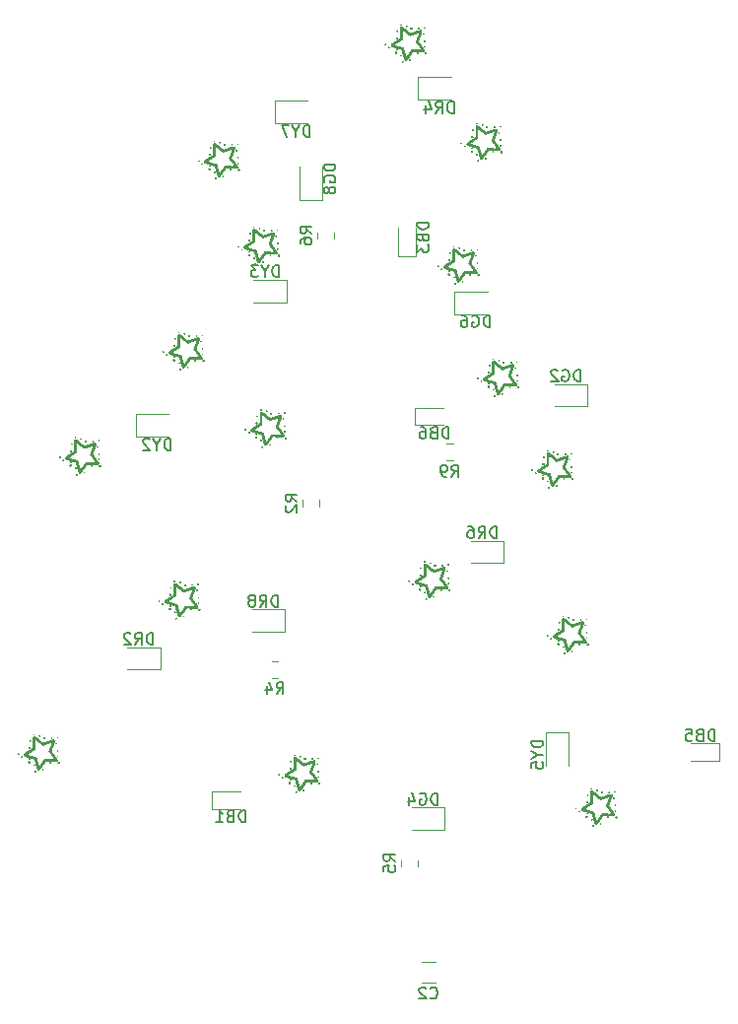
<source format=gbr>
%TF.GenerationSoftware,KiCad,Pcbnew,(5.1.6)-1*%
%TF.CreationDate,2021-10-27T11:50:57+02:00*%
%TF.ProjectId,_autosave-BaumOben,5f617574-6f73-4617-9665-2d4261756d4f,rev?*%
%TF.SameCoordinates,Original*%
%TF.FileFunction,Legend,Bot*%
%TF.FilePolarity,Positive*%
%FSLAX46Y46*%
G04 Gerber Fmt 4.6, Leading zero omitted, Abs format (unit mm)*
G04 Created by KiCad (PCBNEW (5.1.6)-1) date 2021-10-27 11:50:57*
%MOMM*%
%LPD*%
G01*
G04 APERTURE LIST*
%ADD10C,0.010000*%
%ADD11C,0.120000*%
%ADD12C,0.150000*%
G04 APERTURE END LIST*
D10*
%TO.C,G\u002A\u002A\u002A*%
G36*
X104430912Y-65105655D02*
G01*
X104442350Y-65096010D01*
X104451666Y-65083422D01*
X104456315Y-65070747D01*
X104456460Y-65068492D01*
X104453650Y-65058412D01*
X104446774Y-65046901D01*
X104438163Y-65037049D01*
X104430148Y-65031950D01*
X104428776Y-65031773D01*
X104421567Y-65030346D01*
X104419111Y-65029533D01*
X104410765Y-65029780D01*
X104401841Y-65032972D01*
X104388057Y-65043989D01*
X104379485Y-65058907D01*
X104377550Y-65074784D01*
X104378851Y-65080455D01*
X104387733Y-65094012D01*
X104401988Y-65104558D01*
X104417849Y-65109427D01*
X104419895Y-65109505D01*
X104430912Y-65105655D01*
G37*
X104430912Y-65105655D02*
X104442350Y-65096010D01*
X104451666Y-65083422D01*
X104456315Y-65070747D01*
X104456460Y-65068492D01*
X104453650Y-65058412D01*
X104446774Y-65046901D01*
X104438163Y-65037049D01*
X104430148Y-65031950D01*
X104428776Y-65031773D01*
X104421567Y-65030346D01*
X104419111Y-65029533D01*
X104410765Y-65029780D01*
X104401841Y-65032972D01*
X104388057Y-65043989D01*
X104379485Y-65058907D01*
X104377550Y-65074784D01*
X104378851Y-65080455D01*
X104387733Y-65094012D01*
X104401988Y-65104558D01*
X104417849Y-65109427D01*
X104419895Y-65109505D01*
X104430912Y-65105655D01*
G36*
X105067866Y-64915485D02*
G01*
X105077297Y-64910343D01*
X105085780Y-64899508D01*
X105087757Y-64885781D01*
X105083315Y-64872608D01*
X105076189Y-64865404D01*
X105063262Y-64859011D01*
X105052793Y-64859936D01*
X105042597Y-64867342D01*
X105034123Y-64880600D01*
X105033929Y-64895214D01*
X105041735Y-64908316D01*
X105054367Y-64916356D01*
X105067866Y-64915485D01*
G37*
X105067866Y-64915485D02*
X105077297Y-64910343D01*
X105085780Y-64899508D01*
X105087757Y-64885781D01*
X105083315Y-64872608D01*
X105076189Y-64865404D01*
X105063262Y-64859011D01*
X105052793Y-64859936D01*
X105042597Y-64867342D01*
X105034123Y-64880600D01*
X105033929Y-64895214D01*
X105041735Y-64908316D01*
X105054367Y-64916356D01*
X105067866Y-64915485D01*
G36*
X104341697Y-64556871D02*
G01*
X104347073Y-64552017D01*
X104357943Y-64535967D01*
X104359865Y-64519048D01*
X104352773Y-64502137D01*
X104350962Y-64499698D01*
X104338081Y-64490014D01*
X104321913Y-64487071D01*
X104305396Y-64490912D01*
X104293930Y-64498874D01*
X104284185Y-64513933D01*
X104283264Y-64529980D01*
X104291104Y-64545857D01*
X104296908Y-64552117D01*
X104312402Y-64562709D01*
X104327075Y-64564295D01*
X104341697Y-64556871D01*
G37*
X104341697Y-64556871D02*
X104347073Y-64552017D01*
X104357943Y-64535967D01*
X104359865Y-64519048D01*
X104352773Y-64502137D01*
X104350962Y-64499698D01*
X104338081Y-64490014D01*
X104321913Y-64487071D01*
X104305396Y-64490912D01*
X104293930Y-64498874D01*
X104284185Y-64513933D01*
X104283264Y-64529980D01*
X104291104Y-64545857D01*
X104296908Y-64552117D01*
X104312402Y-64562709D01*
X104327075Y-64564295D01*
X104341697Y-64556871D01*
G36*
X106435076Y-64389159D02*
G01*
X106451020Y-64380829D01*
X106465698Y-64365260D01*
X106469672Y-64359747D01*
X106476942Y-64344080D01*
X106476155Y-64328733D01*
X106467059Y-64312511D01*
X106457512Y-64301864D01*
X106444933Y-64290270D01*
X106434967Y-64284225D01*
X106424546Y-64282117D01*
X106419789Y-64282011D01*
X106404612Y-64284067D01*
X106391168Y-64288924D01*
X106390028Y-64289589D01*
X106374236Y-64304492D01*
X106365015Y-64324437D01*
X106363175Y-64339146D01*
X106367294Y-64356217D01*
X106378065Y-64372170D01*
X106393104Y-64384616D01*
X106410031Y-64391167D01*
X106415521Y-64391629D01*
X106435076Y-64389159D01*
G37*
X106435076Y-64389159D02*
X106451020Y-64380829D01*
X106465698Y-64365260D01*
X106469672Y-64359747D01*
X106476942Y-64344080D01*
X106476155Y-64328733D01*
X106467059Y-64312511D01*
X106457512Y-64301864D01*
X106444933Y-64290270D01*
X106434967Y-64284225D01*
X106424546Y-64282117D01*
X106419789Y-64282011D01*
X106404612Y-64284067D01*
X106391168Y-64288924D01*
X106390028Y-64289589D01*
X106374236Y-64304492D01*
X106365015Y-64324437D01*
X106363175Y-64339146D01*
X106367294Y-64356217D01*
X106378065Y-64372170D01*
X106393104Y-64384616D01*
X106410031Y-64391167D01*
X106415521Y-64391629D01*
X106435076Y-64389159D01*
G36*
X105722812Y-64332924D02*
G01*
X105733409Y-64323592D01*
X105740277Y-64312027D01*
X105741321Y-64306309D01*
X105737274Y-64294243D01*
X105727077Y-64285148D01*
X105713646Y-64280794D01*
X105701611Y-64282233D01*
X105690100Y-64290756D01*
X105682924Y-64304019D01*
X105681879Y-64311132D01*
X105685679Y-64320443D01*
X105694836Y-64329609D01*
X105705984Y-64335735D01*
X105711665Y-64336759D01*
X105722812Y-64332924D01*
G37*
X105722812Y-64332924D02*
X105733409Y-64323592D01*
X105740277Y-64312027D01*
X105741321Y-64306309D01*
X105737274Y-64294243D01*
X105727077Y-64285148D01*
X105713646Y-64280794D01*
X105701611Y-64282233D01*
X105690100Y-64290756D01*
X105682924Y-64304019D01*
X105681879Y-64311132D01*
X105685679Y-64320443D01*
X105694836Y-64329609D01*
X105705984Y-64335735D01*
X105711665Y-64336759D01*
X105722812Y-64332924D01*
G36*
X103898001Y-64323433D02*
G01*
X103914324Y-64312383D01*
X103927152Y-64296704D01*
X103934334Y-64278638D01*
X103935153Y-64270459D01*
X103931040Y-64251670D01*
X103920134Y-64235241D01*
X103904531Y-64222874D01*
X103886324Y-64216273D01*
X103869090Y-64216753D01*
X103850078Y-64225634D01*
X103835365Y-64240795D01*
X103826842Y-64259866D01*
X103825478Y-64271375D01*
X103829555Y-64289329D01*
X103840251Y-64306068D01*
X103855339Y-64319306D01*
X103872587Y-64326758D01*
X103880331Y-64327614D01*
X103898001Y-64323433D01*
G37*
X103898001Y-64323433D02*
X103914324Y-64312383D01*
X103927152Y-64296704D01*
X103934334Y-64278638D01*
X103935153Y-64270459D01*
X103931040Y-64251670D01*
X103920134Y-64235241D01*
X103904531Y-64222874D01*
X103886324Y-64216273D01*
X103869090Y-64216753D01*
X103850078Y-64225634D01*
X103835365Y-64240795D01*
X103826842Y-64259866D01*
X103825478Y-64271375D01*
X103829555Y-64289329D01*
X103840251Y-64306068D01*
X103855339Y-64319306D01*
X103872587Y-64326758D01*
X103880331Y-64327614D01*
X103898001Y-64323433D01*
G36*
X103932071Y-64029658D02*
G01*
X103945909Y-64018816D01*
X103952422Y-64003931D01*
X103953344Y-63993391D01*
X103949557Y-63977197D01*
X103939422Y-63964665D01*
X103925244Y-63957379D01*
X103909328Y-63956924D01*
X103903193Y-63958920D01*
X103888386Y-63967671D01*
X103880282Y-63979282D01*
X103877201Y-63991280D01*
X103876638Y-64002855D01*
X103880598Y-64012083D01*
X103888560Y-64021048D01*
X103903441Y-64032077D01*
X103918177Y-64034427D01*
X103932071Y-64029658D01*
G37*
X103932071Y-64029658D02*
X103945909Y-64018816D01*
X103952422Y-64003931D01*
X103953344Y-63993391D01*
X103949557Y-63977197D01*
X103939422Y-63964665D01*
X103925244Y-63957379D01*
X103909328Y-63956924D01*
X103903193Y-63958920D01*
X103888386Y-63967671D01*
X103880282Y-63979282D01*
X103877201Y-63991280D01*
X103876638Y-64002855D01*
X103880598Y-64012083D01*
X103888560Y-64021048D01*
X103903441Y-64032077D01*
X103918177Y-64034427D01*
X103932071Y-64029658D01*
G36*
X103272651Y-63857484D02*
G01*
X103283511Y-63848339D01*
X103289904Y-63836897D01*
X103290484Y-63832719D01*
X103287027Y-63823142D01*
X103278705Y-63812676D01*
X103268586Y-63804517D01*
X103260763Y-63801782D01*
X103252753Y-63804824D01*
X103243061Y-63812227D01*
X103242265Y-63813005D01*
X103234540Y-63823314D01*
X103231058Y-63833065D01*
X103231042Y-63833581D01*
X103235045Y-63845513D01*
X103244929Y-63855641D01*
X103257508Y-63860985D01*
X103260584Y-63861224D01*
X103272651Y-63857484D01*
G37*
X103272651Y-63857484D02*
X103283511Y-63848339D01*
X103289904Y-63836897D01*
X103290484Y-63832719D01*
X103287027Y-63823142D01*
X103278705Y-63812676D01*
X103268586Y-63804517D01*
X103260763Y-63801782D01*
X103252753Y-63804824D01*
X103243061Y-63812227D01*
X103242265Y-63813005D01*
X103234540Y-63823314D01*
X103231058Y-63833065D01*
X103231042Y-63833581D01*
X103235045Y-63845513D01*
X103244929Y-63855641D01*
X103257508Y-63860985D01*
X103260584Y-63861224D01*
X103272651Y-63857484D01*
G36*
X106339658Y-63785972D02*
G01*
X106349457Y-63778920D01*
X106356972Y-63766185D01*
X106357611Y-63752233D01*
X106352310Y-63739640D01*
X106342007Y-63730983D01*
X106331168Y-63728622D01*
X106322194Y-63731124D01*
X106313895Y-63735740D01*
X106305584Y-63746480D01*
X106304096Y-63760207D01*
X106309441Y-63773805D01*
X106313740Y-63778741D01*
X106326971Y-63786903D01*
X106339658Y-63785972D01*
G37*
X106339658Y-63785972D02*
X106349457Y-63778920D01*
X106356972Y-63766185D01*
X106357611Y-63752233D01*
X106352310Y-63739640D01*
X106342007Y-63730983D01*
X106331168Y-63728622D01*
X106322194Y-63731124D01*
X106313895Y-63735740D01*
X106305584Y-63746480D01*
X106304096Y-63760207D01*
X106309441Y-63773805D01*
X106313740Y-63778741D01*
X106326971Y-63786903D01*
X106339658Y-63785972D01*
G36*
X102968061Y-63592310D02*
G01*
X102978916Y-63584029D01*
X102984990Y-63575380D01*
X102987764Y-63565795D01*
X102985006Y-63557125D01*
X102981042Y-63551308D01*
X102968662Y-63540362D01*
X102955021Y-63537681D01*
X102941888Y-63543466D01*
X102938628Y-63546538D01*
X102931010Y-63560133D01*
X102932180Y-63574027D01*
X102941949Y-63586758D01*
X102943988Y-63588361D01*
X102954063Y-63594361D01*
X102962583Y-63594422D01*
X102968061Y-63592310D01*
G37*
X102968061Y-63592310D02*
X102978916Y-63584029D01*
X102984990Y-63575380D01*
X102987764Y-63565795D01*
X102985006Y-63557125D01*
X102981042Y-63551308D01*
X102968662Y-63540362D01*
X102955021Y-63537681D01*
X102941888Y-63543466D01*
X102938628Y-63546538D01*
X102931010Y-63560133D01*
X102932180Y-63574027D01*
X102941949Y-63586758D01*
X102943988Y-63588361D01*
X102954063Y-63594361D01*
X102962583Y-63594422D01*
X102968061Y-63592310D01*
G36*
X106349402Y-63318108D02*
G01*
X106351127Y-63316769D01*
X106360998Y-63304333D01*
X106362343Y-63290444D01*
X106355027Y-63276985D01*
X106354030Y-63275949D01*
X106340696Y-63267905D01*
X106326783Y-63268546D01*
X106314124Y-63277739D01*
X106313130Y-63278954D01*
X106306404Y-63293003D01*
X106308795Y-63306406D01*
X106319080Y-63318143D01*
X106329438Y-63324759D01*
X106338382Y-63324797D01*
X106349402Y-63318108D01*
G37*
X106349402Y-63318108D02*
X106351127Y-63316769D01*
X106360998Y-63304333D01*
X106362343Y-63290444D01*
X106355027Y-63276985D01*
X106354030Y-63275949D01*
X106340696Y-63267905D01*
X106326783Y-63268546D01*
X106314124Y-63277739D01*
X106313130Y-63278954D01*
X106306404Y-63293003D01*
X106308795Y-63306406D01*
X106319080Y-63318143D01*
X106329438Y-63324759D01*
X106338382Y-63324797D01*
X106349402Y-63318108D01*
G36*
X103947198Y-63088484D02*
G01*
X103962050Y-63072655D01*
X103966652Y-63064476D01*
X103972458Y-63050320D01*
X103973689Y-63039031D01*
X103971502Y-63027859D01*
X103962139Y-63009167D01*
X103947185Y-62996015D01*
X103928763Y-62989107D01*
X103908995Y-62989146D01*
X103890002Y-62996837D01*
X103886204Y-62999574D01*
X103872191Y-63015749D01*
X103865627Y-63034827D01*
X103866443Y-63054638D01*
X103874570Y-63073013D01*
X103889009Y-63087168D01*
X103909275Y-63096150D01*
X103929139Y-63096452D01*
X103947198Y-63088484D01*
G37*
X103947198Y-63088484D02*
X103962050Y-63072655D01*
X103966652Y-63064476D01*
X103972458Y-63050320D01*
X103973689Y-63039031D01*
X103971502Y-63027859D01*
X103962139Y-63009167D01*
X103947185Y-62996015D01*
X103928763Y-62989107D01*
X103908995Y-62989146D01*
X103890002Y-62996837D01*
X103886204Y-62999574D01*
X103872191Y-63015749D01*
X103865627Y-63034827D01*
X103866443Y-63054638D01*
X103874570Y-63073013D01*
X103889009Y-63087168D01*
X103909275Y-63096150D01*
X103929139Y-63096452D01*
X103947198Y-63088484D01*
G36*
X106213495Y-62695882D02*
G01*
X106222996Y-62690423D01*
X106232512Y-62678682D01*
X106234627Y-62666110D01*
X106230730Y-62654410D01*
X106222209Y-62645283D01*
X106210449Y-62640430D01*
X106196841Y-62641552D01*
X106187247Y-62646589D01*
X106180872Y-62656144D01*
X106178845Y-62669521D01*
X106181376Y-62682387D01*
X106185230Y-62688115D01*
X106199188Y-62696555D01*
X106213495Y-62695882D01*
G37*
X106213495Y-62695882D02*
X106222996Y-62690423D01*
X106232512Y-62678682D01*
X106234627Y-62666110D01*
X106230730Y-62654410D01*
X106222209Y-62645283D01*
X106210449Y-62640430D01*
X106196841Y-62641552D01*
X106187247Y-62646589D01*
X106180872Y-62656144D01*
X106178845Y-62669521D01*
X106181376Y-62682387D01*
X106185230Y-62688115D01*
X106199188Y-62696555D01*
X106213495Y-62695882D01*
G36*
X103985168Y-62453740D02*
G01*
X103994742Y-62444267D01*
X103999044Y-62431675D01*
X103996999Y-62418579D01*
X103990853Y-62410177D01*
X103978115Y-62403765D01*
X103963676Y-62403579D01*
X103951668Y-62409659D01*
X103951530Y-62409795D01*
X103946146Y-62419615D01*
X103944345Y-62430045D01*
X103948133Y-62445217D01*
X103958585Y-62454786D01*
X103971398Y-62457479D01*
X103985168Y-62453740D01*
G37*
X103985168Y-62453740D02*
X103994742Y-62444267D01*
X103999044Y-62431675D01*
X103996999Y-62418579D01*
X103990853Y-62410177D01*
X103978115Y-62403765D01*
X103963676Y-62403579D01*
X103951668Y-62409659D01*
X103951530Y-62409795D01*
X103946146Y-62419615D01*
X103944345Y-62430045D01*
X103948133Y-62445217D01*
X103958585Y-62454786D01*
X103971398Y-62457479D01*
X103985168Y-62453740D01*
G36*
X105827948Y-62227377D02*
G01*
X105839491Y-62219863D01*
X105846698Y-62206621D01*
X105846811Y-62193018D01*
X105841139Y-62181139D01*
X105830994Y-62173070D01*
X105817688Y-62170895D01*
X105809908Y-62172804D01*
X105798111Y-62181621D01*
X105792584Y-62194637D01*
X105793903Y-62208897D01*
X105800763Y-62219712D01*
X105813940Y-62227570D01*
X105827948Y-62227377D01*
G37*
X105827948Y-62227377D02*
X105839491Y-62219863D01*
X105846698Y-62206621D01*
X105846811Y-62193018D01*
X105841139Y-62181139D01*
X105830994Y-62173070D01*
X105817688Y-62170895D01*
X105809908Y-62172804D01*
X105798111Y-62181621D01*
X105792584Y-62194637D01*
X105793903Y-62208897D01*
X105800763Y-62219712D01*
X105813940Y-62227570D01*
X105827948Y-62227377D01*
G36*
X105184522Y-62250497D02*
G01*
X105202296Y-62243890D01*
X105217438Y-62230429D01*
X105221727Y-62224102D01*
X105228751Y-62204214D01*
X105227143Y-62184380D01*
X105217303Y-62166072D01*
X105202171Y-62152405D01*
X105184242Y-62143822D01*
X105166673Y-62143446D01*
X105147280Y-62151258D01*
X105146197Y-62151878D01*
X105129576Y-62165535D01*
X105121019Y-62183051D01*
X105119466Y-62197292D01*
X105123274Y-62217850D01*
X105133492Y-62233925D01*
X105148312Y-62245040D01*
X105165925Y-62250722D01*
X105184522Y-62250497D01*
G37*
X105184522Y-62250497D02*
X105202296Y-62243890D01*
X105217438Y-62230429D01*
X105221727Y-62224102D01*
X105228751Y-62204214D01*
X105227143Y-62184380D01*
X105217303Y-62166072D01*
X105202171Y-62152405D01*
X105184242Y-62143822D01*
X105166673Y-62143446D01*
X105147280Y-62151258D01*
X105146197Y-62151878D01*
X105129576Y-62165535D01*
X105121019Y-62183051D01*
X105119466Y-62197292D01*
X105123274Y-62217850D01*
X105133492Y-62233925D01*
X105148312Y-62245040D01*
X105165925Y-62250722D01*
X105184522Y-62250497D01*
G36*
X106327454Y-62167377D02*
G01*
X106339776Y-62157625D01*
X106339981Y-62157367D01*
X106348056Y-62143287D01*
X106347619Y-62131414D01*
X106338577Y-62120390D01*
X106337410Y-62119449D01*
X106322676Y-62111271D01*
X106309662Y-62111804D01*
X106299160Y-62119118D01*
X106291250Y-62132614D01*
X106291670Y-62147224D01*
X106300023Y-62160092D01*
X106313845Y-62168223D01*
X106327454Y-62167377D01*
G37*
X106327454Y-62167377D02*
X106339776Y-62157625D01*
X106339981Y-62157367D01*
X106348056Y-62143287D01*
X106347619Y-62131414D01*
X106338577Y-62120390D01*
X106337410Y-62119449D01*
X106322676Y-62111271D01*
X106309662Y-62111804D01*
X106299160Y-62119118D01*
X106291250Y-62132614D01*
X106291670Y-62147224D01*
X106300023Y-62160092D01*
X106313845Y-62168223D01*
X106327454Y-62167377D01*
G36*
X104712731Y-64929500D02*
G01*
X104728593Y-64924225D01*
X104745698Y-64914993D01*
X104764367Y-64901446D01*
X104784918Y-64883224D01*
X104807671Y-64859968D01*
X104832946Y-64831319D01*
X104861063Y-64796916D01*
X104892341Y-64756402D01*
X104927100Y-64709415D01*
X104965659Y-64655598D01*
X105008338Y-64594590D01*
X105046575Y-64539031D01*
X105064752Y-64512472D01*
X105083954Y-64484436D01*
X105102466Y-64457424D01*
X105118575Y-64433937D01*
X105126472Y-64422434D01*
X105142304Y-64399381D01*
X105160867Y-64372344D01*
X105179719Y-64344878D01*
X105194703Y-64323042D01*
X105221321Y-64284391D01*
X105245058Y-64250218D01*
X105265537Y-64221053D01*
X105282379Y-64197428D01*
X105295204Y-64179877D01*
X105303634Y-64168930D01*
X105307073Y-64165208D01*
X105312737Y-64164656D01*
X105326070Y-64164635D01*
X105345613Y-64165108D01*
X105369907Y-64166039D01*
X105397494Y-64167389D01*
X105401693Y-64167618D01*
X105436785Y-64169554D01*
X105475562Y-64171686D01*
X105514512Y-64173821D01*
X105550127Y-64175768D01*
X105569854Y-64176842D01*
X105597915Y-64178417D01*
X105632480Y-64180436D01*
X105670928Y-64182741D01*
X105710637Y-64185174D01*
X105748986Y-64187577D01*
X105761897Y-64188401D01*
X105798714Y-64190515D01*
X105841913Y-64192589D01*
X105888731Y-64194514D01*
X105936404Y-64196185D01*
X105982170Y-64197494D01*
X106014255Y-64198186D01*
X106055564Y-64198845D01*
X106089038Y-64199178D01*
X106115981Y-64199145D01*
X106137699Y-64198707D01*
X106155495Y-64197828D01*
X106170676Y-64196467D01*
X106184546Y-64194586D01*
X106194605Y-64192861D01*
X106231199Y-64184461D01*
X106259299Y-64173968D01*
X106279427Y-64160822D01*
X106292104Y-64144469D01*
X106297850Y-64124351D01*
X106297187Y-64099912D01*
X106294640Y-64086007D01*
X106289005Y-64066978D01*
X106279791Y-64044786D01*
X106266730Y-64019022D01*
X106249553Y-63989276D01*
X106227991Y-63955138D01*
X106201775Y-63916198D01*
X106170638Y-63872046D01*
X106134310Y-63822272D01*
X106092523Y-63766467D01*
X106045008Y-63704221D01*
X106040817Y-63698777D01*
X106030503Y-63685353D01*
X106016601Y-63667212D01*
X106001063Y-63646906D01*
X105988233Y-63630114D01*
X105960963Y-63594474D01*
X105934701Y-63560295D01*
X105911104Y-63529730D01*
X105896784Y-63511286D01*
X105888840Y-63500971D01*
X105877391Y-63485962D01*
X105864427Y-63468871D01*
X105859105Y-63461828D01*
X105846872Y-63445694D01*
X105836081Y-63431596D01*
X105828357Y-63421653D01*
X105826186Y-63418942D01*
X105820826Y-63412151D01*
X105811350Y-63399883D01*
X105799156Y-63383955D01*
X105787277Y-63368343D01*
X105770760Y-63345420D01*
X105760334Y-63327934D01*
X105755579Y-63314894D01*
X105756078Y-63305313D01*
X105758677Y-63300869D01*
X105762321Y-63294032D01*
X105766959Y-63282288D01*
X105768348Y-63278235D01*
X105773782Y-63262667D01*
X105779310Y-63248137D01*
X105780092Y-63246228D01*
X105788735Y-63224775D01*
X105799730Y-63196240D01*
X105810160Y-63168496D01*
X105816574Y-63151493D01*
X105822586Y-63135873D01*
X105825960Y-63127344D01*
X105831159Y-63114402D01*
X105837502Y-63098441D01*
X105839628Y-63093051D01*
X105845845Y-63077345D01*
X105851695Y-63062692D01*
X105853281Y-63058758D01*
X105858846Y-63044464D01*
X105864496Y-63029193D01*
X105864553Y-63029037D01*
X105869559Y-63015632D01*
X105874039Y-63004563D01*
X105874335Y-63003888D01*
X105877183Y-62996906D01*
X105882717Y-62982859D01*
X105890361Y-62963225D01*
X105899540Y-62939483D01*
X105909678Y-62913112D01*
X105910762Y-62910284D01*
X105921347Y-62882730D01*
X105931395Y-62856711D01*
X105940226Y-62833968D01*
X105947166Y-62816244D01*
X105951538Y-62805280D01*
X105951604Y-62805118D01*
X105971391Y-62755096D01*
X105990339Y-62703939D01*
X106007972Y-62653140D01*
X106023810Y-62604197D01*
X106037374Y-62558606D01*
X106048187Y-62517861D01*
X106055769Y-62483460D01*
X106057360Y-62474496D01*
X106060309Y-62439594D01*
X106056586Y-62410843D01*
X106046137Y-62388079D01*
X106028905Y-62371141D01*
X106020356Y-62366089D01*
X106002028Y-62360139D01*
X105977895Y-62357121D01*
X105950854Y-62357151D01*
X105923801Y-62360346D01*
X105916283Y-62361901D01*
X105899602Y-62365735D01*
X105879236Y-62370407D01*
X105864777Y-62373720D01*
X105847486Y-62377857D01*
X105832279Y-62381806D01*
X105823625Y-62384342D01*
X105813043Y-62387669D01*
X105797527Y-62392314D01*
X105784759Y-62396026D01*
X105767823Y-62401070D01*
X105746592Y-62407668D01*
X105723005Y-62415188D01*
X105698999Y-62422993D01*
X105676511Y-62430451D01*
X105657481Y-62436926D01*
X105643845Y-62441784D01*
X105638440Y-62443931D01*
X105630172Y-62447160D01*
X105615698Y-62452312D01*
X105597517Y-62458508D01*
X105588143Y-62461617D01*
X105568039Y-62468396D01*
X105542436Y-62477286D01*
X105514409Y-62487206D01*
X105487031Y-62497078D01*
X105482977Y-62498559D01*
X105457122Y-62507957D01*
X105431246Y-62517250D01*
X105408011Y-62525490D01*
X105390076Y-62531730D01*
X105386955Y-62532790D01*
X105369236Y-62538879D01*
X105346213Y-62546941D01*
X105321176Y-62555818D01*
X105302365Y-62562564D01*
X105278709Y-62571034D01*
X105255153Y-62579363D01*
X105234705Y-62586491D01*
X105222347Y-62590705D01*
X105206288Y-62596209D01*
X105192651Y-62601117D01*
X105185767Y-62603800D01*
X105177649Y-62606900D01*
X105163222Y-62612063D01*
X105144850Y-62618450D01*
X105132635Y-62622618D01*
X105088647Y-62637515D01*
X105068620Y-62621918D01*
X105057169Y-62612879D01*
X105048909Y-62606136D01*
X105046307Y-62603823D01*
X105042188Y-62600298D01*
X105032084Y-62591973D01*
X105017138Y-62579781D01*
X104998491Y-62564652D01*
X104977287Y-62547519D01*
X104976083Y-62546549D01*
X104927127Y-62507000D01*
X104880465Y-62469133D01*
X104833853Y-62431118D01*
X104785049Y-62391124D01*
X104731807Y-62347320D01*
X104723949Y-62340843D01*
X104706565Y-62326604D01*
X104689950Y-62313154D01*
X104676553Y-62302468D01*
X104671366Y-62298426D01*
X104658132Y-62288149D01*
X104643354Y-62276464D01*
X104628965Y-62264928D01*
X104616900Y-62255097D01*
X104609093Y-62248527D01*
X104607351Y-62246910D01*
X104600630Y-62240837D01*
X104588128Y-62230767D01*
X104571061Y-62217588D01*
X104550649Y-62202188D01*
X104528109Y-62185456D01*
X104504660Y-62168279D01*
X104481519Y-62151545D01*
X104459904Y-62136142D01*
X104441033Y-62122960D01*
X104426125Y-62112884D01*
X104416397Y-62106805D01*
X104413271Y-62105400D01*
X104408070Y-62103178D01*
X104398178Y-62097585D01*
X104393498Y-62094716D01*
X104365022Y-62080014D01*
X104336089Y-62070717D01*
X104309024Y-62067410D01*
X104291852Y-62069101D01*
X104277809Y-62074222D01*
X104265779Y-62083501D01*
X104255110Y-62097984D01*
X104245149Y-62118716D01*
X104235245Y-62146742D01*
X104227875Y-62171701D01*
X104225350Y-62186115D01*
X104223300Y-62209443D01*
X104221723Y-62241466D01*
X104220620Y-62281966D01*
X104219988Y-62330722D01*
X104219828Y-62387518D01*
X104220138Y-62452133D01*
X104220917Y-62524350D01*
X104222165Y-62603949D01*
X104223880Y-62690712D01*
X104226063Y-62784420D01*
X104228711Y-62884853D01*
X104230964Y-62963156D01*
X104233695Y-63055025D01*
X104209047Y-63071940D01*
X104194521Y-63081722D01*
X104172555Y-63096235D01*
X104143099Y-63115512D01*
X104106101Y-63139586D01*
X104061510Y-63168491D01*
X104009276Y-63202260D01*
X103987206Y-63216507D01*
X103967474Y-63229138D01*
X103950283Y-63239948D01*
X103937195Y-63247970D01*
X103929770Y-63252238D01*
X103928917Y-63252629D01*
X103922228Y-63256646D01*
X103921483Y-63257465D01*
X103916987Y-63260841D01*
X103906154Y-63268111D01*
X103890410Y-63278339D01*
X103871185Y-63290592D01*
X103862041Y-63296353D01*
X103840024Y-63310240D01*
X103819185Y-63323502D01*
X103801521Y-63334861D01*
X103789025Y-63343040D01*
X103786595Y-63344673D01*
X103776930Y-63351162D01*
X103761214Y-63361617D01*
X103741040Y-63374981D01*
X103718001Y-63390201D01*
X103695146Y-63405260D01*
X103639339Y-63442723D01*
X103591404Y-63476546D01*
X103550979Y-63507071D01*
X103517705Y-63534640D01*
X103491221Y-63559595D01*
X103471165Y-63582277D01*
X103459604Y-63599430D01*
X103752302Y-63599430D01*
X103754699Y-63589454D01*
X103760814Y-63575920D01*
X103765361Y-63568075D01*
X103775568Y-63554031D01*
X103789342Y-63538791D01*
X103807319Y-63521835D01*
X103830137Y-63502646D01*
X103858436Y-63480703D01*
X103892852Y-63455488D01*
X103934023Y-63426480D01*
X103968265Y-63402916D01*
X103970769Y-63401229D01*
X103974458Y-63398797D01*
X103979973Y-63395207D01*
X103987956Y-63390047D01*
X103999048Y-63382906D01*
X104013891Y-63373370D01*
X104033127Y-63361029D01*
X104057396Y-63345471D01*
X104087341Y-63326282D01*
X104123604Y-63303051D01*
X104166824Y-63275365D01*
X104174328Y-63270559D01*
X104217129Y-63243134D01*
X104252925Y-63220170D01*
X104282422Y-63201208D01*
X104306325Y-63185791D01*
X104325339Y-63173461D01*
X104340169Y-63163759D01*
X104351520Y-63156227D01*
X104360096Y-63150408D01*
X104366604Y-63145843D01*
X104369479Y-63143758D01*
X104384486Y-63132736D01*
X104381408Y-62981436D01*
X104380435Y-62937014D01*
X104379251Y-62888334D01*
X104377928Y-62838061D01*
X104376539Y-62788859D01*
X104375157Y-62743393D01*
X104373853Y-62704327D01*
X104373817Y-62703300D01*
X104372094Y-62634828D01*
X104372000Y-62572854D01*
X104373516Y-62517903D01*
X104376618Y-62470500D01*
X104381285Y-62431168D01*
X104386153Y-62405774D01*
X104395555Y-62377650D01*
X104408427Y-62357960D01*
X104424873Y-62346633D01*
X104444994Y-62343601D01*
X104468895Y-62348794D01*
X104470178Y-62349263D01*
X104510488Y-62367296D01*
X104548109Y-62389799D01*
X104554768Y-62394531D01*
X104593219Y-62422849D01*
X104626806Y-62447847D01*
X104655027Y-62469145D01*
X104677383Y-62486360D01*
X104693373Y-62499110D01*
X104702498Y-62507016D01*
X104703373Y-62507895D01*
X104707993Y-62511811D01*
X104717520Y-62519399D01*
X104726235Y-62526184D01*
X104740099Y-62537061D01*
X104752845Y-62547344D01*
X104758242Y-62551849D01*
X104765678Y-62558063D01*
X104778691Y-62568791D01*
X104795762Y-62582786D01*
X104815367Y-62598797D01*
X104826829Y-62608133D01*
X104846953Y-62624526D01*
X104865169Y-62639398D01*
X104880027Y-62651565D01*
X104890078Y-62659839D01*
X104893130Y-62662384D01*
X104900026Y-62668092D01*
X104912390Y-62678202D01*
X104928576Y-62691371D01*
X104946936Y-62706257D01*
X104950286Y-62708967D01*
X104968091Y-62723410D01*
X104983258Y-62735787D01*
X104994407Y-62744967D01*
X105000156Y-62749816D01*
X105000583Y-62750213D01*
X105007807Y-62756708D01*
X105019338Y-62765949D01*
X105033094Y-62776402D01*
X105046995Y-62786536D01*
X105058959Y-62794818D01*
X105066906Y-62799714D01*
X105068737Y-62800414D01*
X105076803Y-62798337D01*
X105081806Y-62795987D01*
X105089258Y-62792791D01*
X105103254Y-62787582D01*
X105121630Y-62781145D01*
X105137756Y-62775727D01*
X105164095Y-62766886D01*
X105193602Y-62756742D01*
X105221384Y-62746984D01*
X105231492Y-62743360D01*
X105254932Y-62734960D01*
X105279372Y-62726325D01*
X105300952Y-62718816D01*
X105309223Y-62715989D01*
X105326943Y-62709887D01*
X105349967Y-62701815D01*
X105375005Y-62692931D01*
X105393814Y-62686184D01*
X105417469Y-62677714D01*
X105441026Y-62669385D01*
X105461474Y-62662257D01*
X105473832Y-62658043D01*
X105489894Y-62652516D01*
X105503531Y-62647552D01*
X105510412Y-62644809D01*
X105520624Y-62640885D01*
X105537683Y-62634979D01*
X105559666Y-62627702D01*
X105584649Y-62619667D01*
X105610709Y-62611485D01*
X105635923Y-62603767D01*
X105658369Y-62597124D01*
X105675020Y-62592463D01*
X105701266Y-62586447D01*
X105728932Y-62581784D01*
X105755323Y-62578795D01*
X105777742Y-62577802D01*
X105790759Y-62578625D01*
X105812862Y-62585944D01*
X105824368Y-62594693D01*
X105831275Y-62602475D01*
X105835181Y-62610396D01*
X105836923Y-62621382D01*
X105837341Y-62638356D01*
X105837342Y-62639969D01*
X105836094Y-62661929D01*
X105832204Y-62687518D01*
X105825453Y-62717539D01*
X105815620Y-62752794D01*
X105802486Y-62794084D01*
X105785831Y-62842213D01*
X105770260Y-62885004D01*
X105763347Y-62903382D01*
X105756657Y-62920674D01*
X105751688Y-62933015D01*
X105746238Y-62946239D01*
X105741868Y-62957267D01*
X105741528Y-62958163D01*
X105738645Y-62965644D01*
X105733132Y-62979779D01*
X105725713Y-62998718D01*
X105717113Y-63020609D01*
X105714697Y-63026750D01*
X105697694Y-63070108D01*
X105680939Y-63113145D01*
X105664761Y-63154991D01*
X105649488Y-63194778D01*
X105635450Y-63231636D01*
X105622976Y-63264696D01*
X105612395Y-63293089D01*
X105604035Y-63315946D01*
X105598225Y-63332397D01*
X105595295Y-63341572D01*
X105595002Y-63343050D01*
X105596409Y-63346671D01*
X105600854Y-63353945D01*
X105608674Y-63365327D01*
X105620206Y-63381271D01*
X105635788Y-63402231D01*
X105655756Y-63428662D01*
X105680447Y-63461019D01*
X105710198Y-63499755D01*
X105736827Y-63534293D01*
X105784684Y-63596422D01*
X105827145Y-63651879D01*
X105864519Y-63701139D01*
X105897118Y-63744677D01*
X105925251Y-63782966D01*
X105949230Y-63816481D01*
X105969364Y-63845696D01*
X105985965Y-63871085D01*
X105999343Y-63893122D01*
X106009808Y-63912281D01*
X106017672Y-63929037D01*
X106023244Y-63943864D01*
X106026835Y-63957236D01*
X106028756Y-63969627D01*
X106029317Y-63980918D01*
X106028470Y-63995143D01*
X106024440Y-64004703D01*
X106015163Y-64014007D01*
X106013000Y-64015811D01*
X106002898Y-64023082D01*
X105991396Y-64028902D01*
X105977419Y-64033416D01*
X105959891Y-64036770D01*
X105937737Y-64039110D01*
X105909879Y-64040582D01*
X105875243Y-64041331D01*
X105832753Y-64041505D01*
X105823625Y-64041484D01*
X105785738Y-64041144D01*
X105745276Y-64040389D01*
X105704911Y-64039297D01*
X105667313Y-64037945D01*
X105635154Y-64036408D01*
X105624723Y-64035779D01*
X105547357Y-64030835D01*
X105478949Y-64026652D01*
X105419346Y-64023225D01*
X105368394Y-64020545D01*
X105325939Y-64018608D01*
X105291828Y-64017405D01*
X105265905Y-64016930D01*
X105248018Y-64017178D01*
X105238012Y-64018139D01*
X105235872Y-64018920D01*
X105231279Y-64024256D01*
X105222733Y-64035668D01*
X105211345Y-64051620D01*
X105198230Y-64070576D01*
X105194455Y-64076129D01*
X105179174Y-64098611D01*
X105160561Y-64125854D01*
X105140503Y-64155106D01*
X105120882Y-64183617D01*
X105111436Y-64197299D01*
X105093389Y-64223425D01*
X105074468Y-64250856D01*
X105056366Y-64277134D01*
X105040778Y-64299802D01*
X105033442Y-64310492D01*
X104993780Y-64367943D01*
X104958508Y-64418121D01*
X104927229Y-64461546D01*
X104899549Y-64498738D01*
X104875071Y-64530217D01*
X104853399Y-64556504D01*
X104834140Y-64578120D01*
X104816896Y-64595583D01*
X104816180Y-64596261D01*
X104797654Y-64612516D01*
X104782199Y-64622651D01*
X104767416Y-64627875D01*
X104750906Y-64629396D01*
X104750378Y-64629397D01*
X104735376Y-64626008D01*
X104720529Y-64615649D01*
X104705693Y-64598028D01*
X104690721Y-64572853D01*
X104675467Y-64539833D01*
X104659787Y-64498677D01*
X104643534Y-64449094D01*
X104626563Y-64390793D01*
X104621173Y-64371053D01*
X104617904Y-64359078D01*
X104613331Y-64342524D01*
X104609818Y-64329901D01*
X104605669Y-64314710D01*
X104599983Y-64293445D01*
X104593498Y-64268887D01*
X104586954Y-64243817D01*
X104586748Y-64243024D01*
X104580232Y-64217988D01*
X104573779Y-64193371D01*
X104568122Y-64171956D01*
X104563992Y-64156522D01*
X104563890Y-64156147D01*
X104560881Y-64145017D01*
X104557539Y-64132547D01*
X104553540Y-64117511D01*
X104548561Y-64098685D01*
X104542277Y-64074844D01*
X104534364Y-64044763D01*
X104524500Y-64007217D01*
X104523084Y-64001827D01*
X104513735Y-63966300D01*
X104506309Y-63938598D01*
X104500398Y-63917700D01*
X104495593Y-63902587D01*
X104491486Y-63892242D01*
X104487668Y-63885644D01*
X104483731Y-63881776D01*
X104479266Y-63879617D01*
X104473866Y-63878149D01*
X104473467Y-63878052D01*
X104464097Y-63875671D01*
X104452726Y-63872567D01*
X104438060Y-63868362D01*
X104418805Y-63862677D01*
X104393667Y-63855135D01*
X104361355Y-63845357D01*
X104353580Y-63842998D01*
X104324975Y-63834339D01*
X104296237Y-63825683D01*
X104269816Y-63817766D01*
X104248158Y-63811322D01*
X104238109Y-63808363D01*
X104203488Y-63798219D01*
X104169650Y-63788266D01*
X104138714Y-63779132D01*
X104112799Y-63771440D01*
X104097522Y-63766871D01*
X104081205Y-63762007D01*
X104066155Y-63757590D01*
X104060943Y-63756088D01*
X104047198Y-63752156D01*
X104031297Y-63747586D01*
X104028935Y-63746905D01*
X104018214Y-63743604D01*
X104000856Y-63738023D01*
X103978881Y-63730822D01*
X103954313Y-63722661D01*
X103942059Y-63718551D01*
X103891639Y-63700752D01*
X103849794Y-63684080D01*
X103816061Y-63668246D01*
X103789980Y-63652962D01*
X103771090Y-63637936D01*
X103758930Y-63622881D01*
X103753040Y-63607506D01*
X103752302Y-63599430D01*
X103459604Y-63599430D01*
X103457177Y-63603030D01*
X103448896Y-63622193D01*
X103445962Y-63640111D01*
X103445947Y-63641444D01*
X103447043Y-63655996D01*
X103451469Y-63667590D01*
X103460931Y-63680453D01*
X103462360Y-63682137D01*
X103473262Y-63693872D01*
X103485354Y-63704528D01*
X103499809Y-63714770D01*
X103517801Y-63725266D01*
X103540503Y-63736681D01*
X103569089Y-63749683D01*
X103604731Y-63764938D01*
X103617414Y-63770236D01*
X103629960Y-63774954D01*
X103649994Y-63781873D01*
X103676238Y-63790588D01*
X103707413Y-63800697D01*
X103742242Y-63811797D01*
X103779445Y-63823485D01*
X103817745Y-63835358D01*
X103855863Y-63847013D01*
X103892520Y-63858046D01*
X103926438Y-63868056D01*
X103942059Y-63872576D01*
X103958736Y-63877437D01*
X103973432Y-63881845D01*
X103980925Y-63884189D01*
X103991517Y-63887448D01*
X104007049Y-63891997D01*
X104019791Y-63895621D01*
X104036483Y-63900387D01*
X104051188Y-63904731D01*
X104058656Y-63907052D01*
X104069249Y-63910310D01*
X104084781Y-63914859D01*
X104097522Y-63918483D01*
X104114215Y-63923249D01*
X104128919Y-63927594D01*
X104136388Y-63929914D01*
X104146968Y-63933197D01*
X104162482Y-63937813D01*
X104175254Y-63941521D01*
X104195069Y-63947264D01*
X104219523Y-63954464D01*
X104249743Y-63963455D01*
X104286859Y-63974574D01*
X104314714Y-63982949D01*
X104332930Y-63988279D01*
X104346530Y-63992596D01*
X104356509Y-63997219D01*
X104363861Y-64003473D01*
X104369580Y-64012676D01*
X104374660Y-64026153D01*
X104380096Y-64045224D01*
X104386881Y-64071210D01*
X104389972Y-64082988D01*
X104396271Y-64106721D01*
X104403087Y-64132250D01*
X104409128Y-64154737D01*
X104410127Y-64158433D01*
X104418786Y-64190482D01*
X104425787Y-64216521D01*
X104431875Y-64239364D01*
X104437796Y-64261825D01*
X104444296Y-64286717D01*
X104452120Y-64316855D01*
X104452538Y-64318469D01*
X104464846Y-64365911D01*
X104475253Y-64405911D01*
X104484133Y-64439886D01*
X104491860Y-64469253D01*
X104498809Y-64495427D01*
X104505352Y-64519826D01*
X104511865Y-64543864D01*
X104517741Y-64565382D01*
X104522155Y-64581589D01*
X104526001Y-64595858D01*
X104527622Y-64601962D01*
X104532531Y-64619706D01*
X104539293Y-64642777D01*
X104547365Y-64669450D01*
X104556202Y-64698004D01*
X104565259Y-64726716D01*
X104573993Y-64753861D01*
X104581859Y-64777718D01*
X104588311Y-64796564D01*
X104592807Y-64808676D01*
X104593366Y-64810009D01*
X104609455Y-64844698D01*
X104624557Y-64872044D01*
X104639629Y-64893642D01*
X104651635Y-64907173D01*
X104664413Y-64919653D01*
X104673779Y-64926846D01*
X104682510Y-64930195D01*
X104693381Y-64931145D01*
X104697793Y-64931179D01*
X104712731Y-64929500D01*
G37*
X104712731Y-64929500D02*
X104728593Y-64924225D01*
X104745698Y-64914993D01*
X104764367Y-64901446D01*
X104784918Y-64883224D01*
X104807671Y-64859968D01*
X104832946Y-64831319D01*
X104861063Y-64796916D01*
X104892341Y-64756402D01*
X104927100Y-64709415D01*
X104965659Y-64655598D01*
X105008338Y-64594590D01*
X105046575Y-64539031D01*
X105064752Y-64512472D01*
X105083954Y-64484436D01*
X105102466Y-64457424D01*
X105118575Y-64433937D01*
X105126472Y-64422434D01*
X105142304Y-64399381D01*
X105160867Y-64372344D01*
X105179719Y-64344878D01*
X105194703Y-64323042D01*
X105221321Y-64284391D01*
X105245058Y-64250218D01*
X105265537Y-64221053D01*
X105282379Y-64197428D01*
X105295204Y-64179877D01*
X105303634Y-64168930D01*
X105307073Y-64165208D01*
X105312737Y-64164656D01*
X105326070Y-64164635D01*
X105345613Y-64165108D01*
X105369907Y-64166039D01*
X105397494Y-64167389D01*
X105401693Y-64167618D01*
X105436785Y-64169554D01*
X105475562Y-64171686D01*
X105514512Y-64173821D01*
X105550127Y-64175768D01*
X105569854Y-64176842D01*
X105597915Y-64178417D01*
X105632480Y-64180436D01*
X105670928Y-64182741D01*
X105710637Y-64185174D01*
X105748986Y-64187577D01*
X105761897Y-64188401D01*
X105798714Y-64190515D01*
X105841913Y-64192589D01*
X105888731Y-64194514D01*
X105936404Y-64196185D01*
X105982170Y-64197494D01*
X106014255Y-64198186D01*
X106055564Y-64198845D01*
X106089038Y-64199178D01*
X106115981Y-64199145D01*
X106137699Y-64198707D01*
X106155495Y-64197828D01*
X106170676Y-64196467D01*
X106184546Y-64194586D01*
X106194605Y-64192861D01*
X106231199Y-64184461D01*
X106259299Y-64173968D01*
X106279427Y-64160822D01*
X106292104Y-64144469D01*
X106297850Y-64124351D01*
X106297187Y-64099912D01*
X106294640Y-64086007D01*
X106289005Y-64066978D01*
X106279791Y-64044786D01*
X106266730Y-64019022D01*
X106249553Y-63989276D01*
X106227991Y-63955138D01*
X106201775Y-63916198D01*
X106170638Y-63872046D01*
X106134310Y-63822272D01*
X106092523Y-63766467D01*
X106045008Y-63704221D01*
X106040817Y-63698777D01*
X106030503Y-63685353D01*
X106016601Y-63667212D01*
X106001063Y-63646906D01*
X105988233Y-63630114D01*
X105960963Y-63594474D01*
X105934701Y-63560295D01*
X105911104Y-63529730D01*
X105896784Y-63511286D01*
X105888840Y-63500971D01*
X105877391Y-63485962D01*
X105864427Y-63468871D01*
X105859105Y-63461828D01*
X105846872Y-63445694D01*
X105836081Y-63431596D01*
X105828357Y-63421653D01*
X105826186Y-63418942D01*
X105820826Y-63412151D01*
X105811350Y-63399883D01*
X105799156Y-63383955D01*
X105787277Y-63368343D01*
X105770760Y-63345420D01*
X105760334Y-63327934D01*
X105755579Y-63314894D01*
X105756078Y-63305313D01*
X105758677Y-63300869D01*
X105762321Y-63294032D01*
X105766959Y-63282288D01*
X105768348Y-63278235D01*
X105773782Y-63262667D01*
X105779310Y-63248137D01*
X105780092Y-63246228D01*
X105788735Y-63224775D01*
X105799730Y-63196240D01*
X105810160Y-63168496D01*
X105816574Y-63151493D01*
X105822586Y-63135873D01*
X105825960Y-63127344D01*
X105831159Y-63114402D01*
X105837502Y-63098441D01*
X105839628Y-63093051D01*
X105845845Y-63077345D01*
X105851695Y-63062692D01*
X105853281Y-63058758D01*
X105858846Y-63044464D01*
X105864496Y-63029193D01*
X105864553Y-63029037D01*
X105869559Y-63015632D01*
X105874039Y-63004563D01*
X105874335Y-63003888D01*
X105877183Y-62996906D01*
X105882717Y-62982859D01*
X105890361Y-62963225D01*
X105899540Y-62939483D01*
X105909678Y-62913112D01*
X105910762Y-62910284D01*
X105921347Y-62882730D01*
X105931395Y-62856711D01*
X105940226Y-62833968D01*
X105947166Y-62816244D01*
X105951538Y-62805280D01*
X105951604Y-62805118D01*
X105971391Y-62755096D01*
X105990339Y-62703939D01*
X106007972Y-62653140D01*
X106023810Y-62604197D01*
X106037374Y-62558606D01*
X106048187Y-62517861D01*
X106055769Y-62483460D01*
X106057360Y-62474496D01*
X106060309Y-62439594D01*
X106056586Y-62410843D01*
X106046137Y-62388079D01*
X106028905Y-62371141D01*
X106020356Y-62366089D01*
X106002028Y-62360139D01*
X105977895Y-62357121D01*
X105950854Y-62357151D01*
X105923801Y-62360346D01*
X105916283Y-62361901D01*
X105899602Y-62365735D01*
X105879236Y-62370407D01*
X105864777Y-62373720D01*
X105847486Y-62377857D01*
X105832279Y-62381806D01*
X105823625Y-62384342D01*
X105813043Y-62387669D01*
X105797527Y-62392314D01*
X105784759Y-62396026D01*
X105767823Y-62401070D01*
X105746592Y-62407668D01*
X105723005Y-62415188D01*
X105698999Y-62422993D01*
X105676511Y-62430451D01*
X105657481Y-62436926D01*
X105643845Y-62441784D01*
X105638440Y-62443931D01*
X105630172Y-62447160D01*
X105615698Y-62452312D01*
X105597517Y-62458508D01*
X105588143Y-62461617D01*
X105568039Y-62468396D01*
X105542436Y-62477286D01*
X105514409Y-62487206D01*
X105487031Y-62497078D01*
X105482977Y-62498559D01*
X105457122Y-62507957D01*
X105431246Y-62517250D01*
X105408011Y-62525490D01*
X105390076Y-62531730D01*
X105386955Y-62532790D01*
X105369236Y-62538879D01*
X105346213Y-62546941D01*
X105321176Y-62555818D01*
X105302365Y-62562564D01*
X105278709Y-62571034D01*
X105255153Y-62579363D01*
X105234705Y-62586491D01*
X105222347Y-62590705D01*
X105206288Y-62596209D01*
X105192651Y-62601117D01*
X105185767Y-62603800D01*
X105177649Y-62606900D01*
X105163222Y-62612063D01*
X105144850Y-62618450D01*
X105132635Y-62622618D01*
X105088647Y-62637515D01*
X105068620Y-62621918D01*
X105057169Y-62612879D01*
X105048909Y-62606136D01*
X105046307Y-62603823D01*
X105042188Y-62600298D01*
X105032084Y-62591973D01*
X105017138Y-62579781D01*
X104998491Y-62564652D01*
X104977287Y-62547519D01*
X104976083Y-62546549D01*
X104927127Y-62507000D01*
X104880465Y-62469133D01*
X104833853Y-62431118D01*
X104785049Y-62391124D01*
X104731807Y-62347320D01*
X104723949Y-62340843D01*
X104706565Y-62326604D01*
X104689950Y-62313154D01*
X104676553Y-62302468D01*
X104671366Y-62298426D01*
X104658132Y-62288149D01*
X104643354Y-62276464D01*
X104628965Y-62264928D01*
X104616900Y-62255097D01*
X104609093Y-62248527D01*
X104607351Y-62246910D01*
X104600630Y-62240837D01*
X104588128Y-62230767D01*
X104571061Y-62217588D01*
X104550649Y-62202188D01*
X104528109Y-62185456D01*
X104504660Y-62168279D01*
X104481519Y-62151545D01*
X104459904Y-62136142D01*
X104441033Y-62122960D01*
X104426125Y-62112884D01*
X104416397Y-62106805D01*
X104413271Y-62105400D01*
X104408070Y-62103178D01*
X104398178Y-62097585D01*
X104393498Y-62094716D01*
X104365022Y-62080014D01*
X104336089Y-62070717D01*
X104309024Y-62067410D01*
X104291852Y-62069101D01*
X104277809Y-62074222D01*
X104265779Y-62083501D01*
X104255110Y-62097984D01*
X104245149Y-62118716D01*
X104235245Y-62146742D01*
X104227875Y-62171701D01*
X104225350Y-62186115D01*
X104223300Y-62209443D01*
X104221723Y-62241466D01*
X104220620Y-62281966D01*
X104219988Y-62330722D01*
X104219828Y-62387518D01*
X104220138Y-62452133D01*
X104220917Y-62524350D01*
X104222165Y-62603949D01*
X104223880Y-62690712D01*
X104226063Y-62784420D01*
X104228711Y-62884853D01*
X104230964Y-62963156D01*
X104233695Y-63055025D01*
X104209047Y-63071940D01*
X104194521Y-63081722D01*
X104172555Y-63096235D01*
X104143099Y-63115512D01*
X104106101Y-63139586D01*
X104061510Y-63168491D01*
X104009276Y-63202260D01*
X103987206Y-63216507D01*
X103967474Y-63229138D01*
X103950283Y-63239948D01*
X103937195Y-63247970D01*
X103929770Y-63252238D01*
X103928917Y-63252629D01*
X103922228Y-63256646D01*
X103921483Y-63257465D01*
X103916987Y-63260841D01*
X103906154Y-63268111D01*
X103890410Y-63278339D01*
X103871185Y-63290592D01*
X103862041Y-63296353D01*
X103840024Y-63310240D01*
X103819185Y-63323502D01*
X103801521Y-63334861D01*
X103789025Y-63343040D01*
X103786595Y-63344673D01*
X103776930Y-63351162D01*
X103761214Y-63361617D01*
X103741040Y-63374981D01*
X103718001Y-63390201D01*
X103695146Y-63405260D01*
X103639339Y-63442723D01*
X103591404Y-63476546D01*
X103550979Y-63507071D01*
X103517705Y-63534640D01*
X103491221Y-63559595D01*
X103471165Y-63582277D01*
X103459604Y-63599430D01*
X103752302Y-63599430D01*
X103754699Y-63589454D01*
X103760814Y-63575920D01*
X103765361Y-63568075D01*
X103775568Y-63554031D01*
X103789342Y-63538791D01*
X103807319Y-63521835D01*
X103830137Y-63502646D01*
X103858436Y-63480703D01*
X103892852Y-63455488D01*
X103934023Y-63426480D01*
X103968265Y-63402916D01*
X103970769Y-63401229D01*
X103974458Y-63398797D01*
X103979973Y-63395207D01*
X103987956Y-63390047D01*
X103999048Y-63382906D01*
X104013891Y-63373370D01*
X104033127Y-63361029D01*
X104057396Y-63345471D01*
X104087341Y-63326282D01*
X104123604Y-63303051D01*
X104166824Y-63275365D01*
X104174328Y-63270559D01*
X104217129Y-63243134D01*
X104252925Y-63220170D01*
X104282422Y-63201208D01*
X104306325Y-63185791D01*
X104325339Y-63173461D01*
X104340169Y-63163759D01*
X104351520Y-63156227D01*
X104360096Y-63150408D01*
X104366604Y-63145843D01*
X104369479Y-63143758D01*
X104384486Y-63132736D01*
X104381408Y-62981436D01*
X104380435Y-62937014D01*
X104379251Y-62888334D01*
X104377928Y-62838061D01*
X104376539Y-62788859D01*
X104375157Y-62743393D01*
X104373853Y-62704327D01*
X104373817Y-62703300D01*
X104372094Y-62634828D01*
X104372000Y-62572854D01*
X104373516Y-62517903D01*
X104376618Y-62470500D01*
X104381285Y-62431168D01*
X104386153Y-62405774D01*
X104395555Y-62377650D01*
X104408427Y-62357960D01*
X104424873Y-62346633D01*
X104444994Y-62343601D01*
X104468895Y-62348794D01*
X104470178Y-62349263D01*
X104510488Y-62367296D01*
X104548109Y-62389799D01*
X104554768Y-62394531D01*
X104593219Y-62422849D01*
X104626806Y-62447847D01*
X104655027Y-62469145D01*
X104677383Y-62486360D01*
X104693373Y-62499110D01*
X104702498Y-62507016D01*
X104703373Y-62507895D01*
X104707993Y-62511811D01*
X104717520Y-62519399D01*
X104726235Y-62526184D01*
X104740099Y-62537061D01*
X104752845Y-62547344D01*
X104758242Y-62551849D01*
X104765678Y-62558063D01*
X104778691Y-62568791D01*
X104795762Y-62582786D01*
X104815367Y-62598797D01*
X104826829Y-62608133D01*
X104846953Y-62624526D01*
X104865169Y-62639398D01*
X104880027Y-62651565D01*
X104890078Y-62659839D01*
X104893130Y-62662384D01*
X104900026Y-62668092D01*
X104912390Y-62678202D01*
X104928576Y-62691371D01*
X104946936Y-62706257D01*
X104950286Y-62708967D01*
X104968091Y-62723410D01*
X104983258Y-62735787D01*
X104994407Y-62744967D01*
X105000156Y-62749816D01*
X105000583Y-62750213D01*
X105007807Y-62756708D01*
X105019338Y-62765949D01*
X105033094Y-62776402D01*
X105046995Y-62786536D01*
X105058959Y-62794818D01*
X105066906Y-62799714D01*
X105068737Y-62800414D01*
X105076803Y-62798337D01*
X105081806Y-62795987D01*
X105089258Y-62792791D01*
X105103254Y-62787582D01*
X105121630Y-62781145D01*
X105137756Y-62775727D01*
X105164095Y-62766886D01*
X105193602Y-62756742D01*
X105221384Y-62746984D01*
X105231492Y-62743360D01*
X105254932Y-62734960D01*
X105279372Y-62726325D01*
X105300952Y-62718816D01*
X105309223Y-62715989D01*
X105326943Y-62709887D01*
X105349967Y-62701815D01*
X105375005Y-62692931D01*
X105393814Y-62686184D01*
X105417469Y-62677714D01*
X105441026Y-62669385D01*
X105461474Y-62662257D01*
X105473832Y-62658043D01*
X105489894Y-62652516D01*
X105503531Y-62647552D01*
X105510412Y-62644809D01*
X105520624Y-62640885D01*
X105537683Y-62634979D01*
X105559666Y-62627702D01*
X105584649Y-62619667D01*
X105610709Y-62611485D01*
X105635923Y-62603767D01*
X105658369Y-62597124D01*
X105675020Y-62592463D01*
X105701266Y-62586447D01*
X105728932Y-62581784D01*
X105755323Y-62578795D01*
X105777742Y-62577802D01*
X105790759Y-62578625D01*
X105812862Y-62585944D01*
X105824368Y-62594693D01*
X105831275Y-62602475D01*
X105835181Y-62610396D01*
X105836923Y-62621382D01*
X105837341Y-62638356D01*
X105837342Y-62639969D01*
X105836094Y-62661929D01*
X105832204Y-62687518D01*
X105825453Y-62717539D01*
X105815620Y-62752794D01*
X105802486Y-62794084D01*
X105785831Y-62842213D01*
X105770260Y-62885004D01*
X105763347Y-62903382D01*
X105756657Y-62920674D01*
X105751688Y-62933015D01*
X105746238Y-62946239D01*
X105741868Y-62957267D01*
X105741528Y-62958163D01*
X105738645Y-62965644D01*
X105733132Y-62979779D01*
X105725713Y-62998718D01*
X105717113Y-63020609D01*
X105714697Y-63026750D01*
X105697694Y-63070108D01*
X105680939Y-63113145D01*
X105664761Y-63154991D01*
X105649488Y-63194778D01*
X105635450Y-63231636D01*
X105622976Y-63264696D01*
X105612395Y-63293089D01*
X105604035Y-63315946D01*
X105598225Y-63332397D01*
X105595295Y-63341572D01*
X105595002Y-63343050D01*
X105596409Y-63346671D01*
X105600854Y-63353945D01*
X105608674Y-63365327D01*
X105620206Y-63381271D01*
X105635788Y-63402231D01*
X105655756Y-63428662D01*
X105680447Y-63461019D01*
X105710198Y-63499755D01*
X105736827Y-63534293D01*
X105784684Y-63596422D01*
X105827145Y-63651879D01*
X105864519Y-63701139D01*
X105897118Y-63744677D01*
X105925251Y-63782966D01*
X105949230Y-63816481D01*
X105969364Y-63845696D01*
X105985965Y-63871085D01*
X105999343Y-63893122D01*
X106009808Y-63912281D01*
X106017672Y-63929037D01*
X106023244Y-63943864D01*
X106026835Y-63957236D01*
X106028756Y-63969627D01*
X106029317Y-63980918D01*
X106028470Y-63995143D01*
X106024440Y-64004703D01*
X106015163Y-64014007D01*
X106013000Y-64015811D01*
X106002898Y-64023082D01*
X105991396Y-64028902D01*
X105977419Y-64033416D01*
X105959891Y-64036770D01*
X105937737Y-64039110D01*
X105909879Y-64040582D01*
X105875243Y-64041331D01*
X105832753Y-64041505D01*
X105823625Y-64041484D01*
X105785738Y-64041144D01*
X105745276Y-64040389D01*
X105704911Y-64039297D01*
X105667313Y-64037945D01*
X105635154Y-64036408D01*
X105624723Y-64035779D01*
X105547357Y-64030835D01*
X105478949Y-64026652D01*
X105419346Y-64023225D01*
X105368394Y-64020545D01*
X105325939Y-64018608D01*
X105291828Y-64017405D01*
X105265905Y-64016930D01*
X105248018Y-64017178D01*
X105238012Y-64018139D01*
X105235872Y-64018920D01*
X105231279Y-64024256D01*
X105222733Y-64035668D01*
X105211345Y-64051620D01*
X105198230Y-64070576D01*
X105194455Y-64076129D01*
X105179174Y-64098611D01*
X105160561Y-64125854D01*
X105140503Y-64155106D01*
X105120882Y-64183617D01*
X105111436Y-64197299D01*
X105093389Y-64223425D01*
X105074468Y-64250856D01*
X105056366Y-64277134D01*
X105040778Y-64299802D01*
X105033442Y-64310492D01*
X104993780Y-64367943D01*
X104958508Y-64418121D01*
X104927229Y-64461546D01*
X104899549Y-64498738D01*
X104875071Y-64530217D01*
X104853399Y-64556504D01*
X104834140Y-64578120D01*
X104816896Y-64595583D01*
X104816180Y-64596261D01*
X104797654Y-64612516D01*
X104782199Y-64622651D01*
X104767416Y-64627875D01*
X104750906Y-64629396D01*
X104750378Y-64629397D01*
X104735376Y-64626008D01*
X104720529Y-64615649D01*
X104705693Y-64598028D01*
X104690721Y-64572853D01*
X104675467Y-64539833D01*
X104659787Y-64498677D01*
X104643534Y-64449094D01*
X104626563Y-64390793D01*
X104621173Y-64371053D01*
X104617904Y-64359078D01*
X104613331Y-64342524D01*
X104609818Y-64329901D01*
X104605669Y-64314710D01*
X104599983Y-64293445D01*
X104593498Y-64268887D01*
X104586954Y-64243817D01*
X104586748Y-64243024D01*
X104580232Y-64217988D01*
X104573779Y-64193371D01*
X104568122Y-64171956D01*
X104563992Y-64156522D01*
X104563890Y-64156147D01*
X104560881Y-64145017D01*
X104557539Y-64132547D01*
X104553540Y-64117511D01*
X104548561Y-64098685D01*
X104542277Y-64074844D01*
X104534364Y-64044763D01*
X104524500Y-64007217D01*
X104523084Y-64001827D01*
X104513735Y-63966300D01*
X104506309Y-63938598D01*
X104500398Y-63917700D01*
X104495593Y-63902587D01*
X104491486Y-63892242D01*
X104487668Y-63885644D01*
X104483731Y-63881776D01*
X104479266Y-63879617D01*
X104473866Y-63878149D01*
X104473467Y-63878052D01*
X104464097Y-63875671D01*
X104452726Y-63872567D01*
X104438060Y-63868362D01*
X104418805Y-63862677D01*
X104393667Y-63855135D01*
X104361355Y-63845357D01*
X104353580Y-63842998D01*
X104324975Y-63834339D01*
X104296237Y-63825683D01*
X104269816Y-63817766D01*
X104248158Y-63811322D01*
X104238109Y-63808363D01*
X104203488Y-63798219D01*
X104169650Y-63788266D01*
X104138714Y-63779132D01*
X104112799Y-63771440D01*
X104097522Y-63766871D01*
X104081205Y-63762007D01*
X104066155Y-63757590D01*
X104060943Y-63756088D01*
X104047198Y-63752156D01*
X104031297Y-63747586D01*
X104028935Y-63746905D01*
X104018214Y-63743604D01*
X104000856Y-63738023D01*
X103978881Y-63730822D01*
X103954313Y-63722661D01*
X103942059Y-63718551D01*
X103891639Y-63700752D01*
X103849794Y-63684080D01*
X103816061Y-63668246D01*
X103789980Y-63652962D01*
X103771090Y-63637936D01*
X103758930Y-63622881D01*
X103753040Y-63607506D01*
X103752302Y-63599430D01*
X103459604Y-63599430D01*
X103457177Y-63603030D01*
X103448896Y-63622193D01*
X103445962Y-63640111D01*
X103445947Y-63641444D01*
X103447043Y-63655996D01*
X103451469Y-63667590D01*
X103460931Y-63680453D01*
X103462360Y-63682137D01*
X103473262Y-63693872D01*
X103485354Y-63704528D01*
X103499809Y-63714770D01*
X103517801Y-63725266D01*
X103540503Y-63736681D01*
X103569089Y-63749683D01*
X103604731Y-63764938D01*
X103617414Y-63770236D01*
X103629960Y-63774954D01*
X103649994Y-63781873D01*
X103676238Y-63790588D01*
X103707413Y-63800697D01*
X103742242Y-63811797D01*
X103779445Y-63823485D01*
X103817745Y-63835358D01*
X103855863Y-63847013D01*
X103892520Y-63858046D01*
X103926438Y-63868056D01*
X103942059Y-63872576D01*
X103958736Y-63877437D01*
X103973432Y-63881845D01*
X103980925Y-63884189D01*
X103991517Y-63887448D01*
X104007049Y-63891997D01*
X104019791Y-63895621D01*
X104036483Y-63900387D01*
X104051188Y-63904731D01*
X104058656Y-63907052D01*
X104069249Y-63910310D01*
X104084781Y-63914859D01*
X104097522Y-63918483D01*
X104114215Y-63923249D01*
X104128919Y-63927594D01*
X104136388Y-63929914D01*
X104146968Y-63933197D01*
X104162482Y-63937813D01*
X104175254Y-63941521D01*
X104195069Y-63947264D01*
X104219523Y-63954464D01*
X104249743Y-63963455D01*
X104286859Y-63974574D01*
X104314714Y-63982949D01*
X104332930Y-63988279D01*
X104346530Y-63992596D01*
X104356509Y-63997219D01*
X104363861Y-64003473D01*
X104369580Y-64012676D01*
X104374660Y-64026153D01*
X104380096Y-64045224D01*
X104386881Y-64071210D01*
X104389972Y-64082988D01*
X104396271Y-64106721D01*
X104403087Y-64132250D01*
X104409128Y-64154737D01*
X104410127Y-64158433D01*
X104418786Y-64190482D01*
X104425787Y-64216521D01*
X104431875Y-64239364D01*
X104437796Y-64261825D01*
X104444296Y-64286717D01*
X104452120Y-64316855D01*
X104452538Y-64318469D01*
X104464846Y-64365911D01*
X104475253Y-64405911D01*
X104484133Y-64439886D01*
X104491860Y-64469253D01*
X104498809Y-64495427D01*
X104505352Y-64519826D01*
X104511865Y-64543864D01*
X104517741Y-64565382D01*
X104522155Y-64581589D01*
X104526001Y-64595858D01*
X104527622Y-64601962D01*
X104532531Y-64619706D01*
X104539293Y-64642777D01*
X104547365Y-64669450D01*
X104556202Y-64698004D01*
X104565259Y-64726716D01*
X104573993Y-64753861D01*
X104581859Y-64777718D01*
X104588311Y-64796564D01*
X104592807Y-64808676D01*
X104593366Y-64810009D01*
X104609455Y-64844698D01*
X104624557Y-64872044D01*
X104639629Y-64893642D01*
X104651635Y-64907173D01*
X104664413Y-64919653D01*
X104673779Y-64926846D01*
X104682510Y-64930195D01*
X104693381Y-64931145D01*
X104697793Y-64931179D01*
X104712731Y-64929500D01*
G36*
X104796127Y-62023755D02*
G01*
X104806445Y-62014199D01*
X104812547Y-62002275D01*
X104813112Y-61997882D01*
X104809276Y-61986735D01*
X104799944Y-61976138D01*
X104788380Y-61969270D01*
X104782662Y-61968226D01*
X104772398Y-61971470D01*
X104765810Y-61976588D01*
X104759063Y-61989533D01*
X104758897Y-62003718D01*
X104764337Y-62016516D01*
X104774410Y-62025297D01*
X104784716Y-62027668D01*
X104796127Y-62023755D01*
G37*
X104796127Y-62023755D02*
X104806445Y-62014199D01*
X104812547Y-62002275D01*
X104813112Y-61997882D01*
X104809276Y-61986735D01*
X104799944Y-61976138D01*
X104788380Y-61969270D01*
X104782662Y-61968226D01*
X104772398Y-61971470D01*
X104765810Y-61976588D01*
X104759063Y-61989533D01*
X104758897Y-62003718D01*
X104764337Y-62016516D01*
X104774410Y-62025297D01*
X104784716Y-62027668D01*
X104796127Y-62023755D01*
G36*
X104305124Y-61916238D02*
G01*
X104315195Y-61907156D01*
X104318869Y-61894734D01*
X104315237Y-61881190D01*
X104308704Y-61873002D01*
X104294986Y-61864426D01*
X104281737Y-61864979D01*
X104269786Y-61873643D01*
X104261495Y-61887596D01*
X104261234Y-61901198D01*
X104268096Y-61912330D01*
X104281171Y-61918871D01*
X104289565Y-61919758D01*
X104305124Y-61916238D01*
G37*
X104305124Y-61916238D02*
X104315195Y-61907156D01*
X104318869Y-61894734D01*
X104315237Y-61881190D01*
X104308704Y-61873002D01*
X104294986Y-61864426D01*
X104281737Y-61864979D01*
X104269786Y-61873643D01*
X104261495Y-61887596D01*
X104261234Y-61901198D01*
X104268096Y-61912330D01*
X104281171Y-61918871D01*
X104289565Y-61919758D01*
X104305124Y-61916238D01*
G36*
X88378112Y-75113255D02*
G01*
X88389550Y-75103610D01*
X88398866Y-75091022D01*
X88403515Y-75078347D01*
X88403660Y-75076092D01*
X88400850Y-75066012D01*
X88393974Y-75054501D01*
X88385363Y-75044649D01*
X88377348Y-75039550D01*
X88375976Y-75039373D01*
X88368767Y-75037946D01*
X88366311Y-75037133D01*
X88357965Y-75037380D01*
X88349041Y-75040572D01*
X88335257Y-75051589D01*
X88326685Y-75066507D01*
X88324750Y-75082384D01*
X88326051Y-75088055D01*
X88334933Y-75101612D01*
X88349188Y-75112158D01*
X88365049Y-75117027D01*
X88367095Y-75117105D01*
X88378112Y-75113255D01*
G37*
X88378112Y-75113255D02*
X88389550Y-75103610D01*
X88398866Y-75091022D01*
X88403515Y-75078347D01*
X88403660Y-75076092D01*
X88400850Y-75066012D01*
X88393974Y-75054501D01*
X88385363Y-75044649D01*
X88377348Y-75039550D01*
X88375976Y-75039373D01*
X88368767Y-75037946D01*
X88366311Y-75037133D01*
X88357965Y-75037380D01*
X88349041Y-75040572D01*
X88335257Y-75051589D01*
X88326685Y-75066507D01*
X88324750Y-75082384D01*
X88326051Y-75088055D01*
X88334933Y-75101612D01*
X88349188Y-75112158D01*
X88365049Y-75117027D01*
X88367095Y-75117105D01*
X88378112Y-75113255D01*
G36*
X89015066Y-74923085D02*
G01*
X89024497Y-74917943D01*
X89032980Y-74907108D01*
X89034957Y-74893381D01*
X89030515Y-74880208D01*
X89023389Y-74873004D01*
X89010462Y-74866611D01*
X88999993Y-74867536D01*
X88989797Y-74874942D01*
X88981323Y-74888200D01*
X88981129Y-74902814D01*
X88988935Y-74915916D01*
X89001567Y-74923956D01*
X89015066Y-74923085D01*
G37*
X89015066Y-74923085D02*
X89024497Y-74917943D01*
X89032980Y-74907108D01*
X89034957Y-74893381D01*
X89030515Y-74880208D01*
X89023389Y-74873004D01*
X89010462Y-74866611D01*
X88999993Y-74867536D01*
X88989797Y-74874942D01*
X88981323Y-74888200D01*
X88981129Y-74902814D01*
X88988935Y-74915916D01*
X89001567Y-74923956D01*
X89015066Y-74923085D01*
G36*
X88288897Y-74564471D02*
G01*
X88294273Y-74559617D01*
X88305143Y-74543567D01*
X88307065Y-74526648D01*
X88299973Y-74509737D01*
X88298162Y-74507298D01*
X88285281Y-74497614D01*
X88269113Y-74494671D01*
X88252596Y-74498512D01*
X88241130Y-74506474D01*
X88231385Y-74521533D01*
X88230464Y-74537580D01*
X88238304Y-74553457D01*
X88244108Y-74559717D01*
X88259602Y-74570309D01*
X88274275Y-74571895D01*
X88288897Y-74564471D01*
G37*
X88288897Y-74564471D02*
X88294273Y-74559617D01*
X88305143Y-74543567D01*
X88307065Y-74526648D01*
X88299973Y-74509737D01*
X88298162Y-74507298D01*
X88285281Y-74497614D01*
X88269113Y-74494671D01*
X88252596Y-74498512D01*
X88241130Y-74506474D01*
X88231385Y-74521533D01*
X88230464Y-74537580D01*
X88238304Y-74553457D01*
X88244108Y-74559717D01*
X88259602Y-74570309D01*
X88274275Y-74571895D01*
X88288897Y-74564471D01*
G36*
X90382276Y-74396759D02*
G01*
X90398220Y-74388429D01*
X90412898Y-74372860D01*
X90416872Y-74367347D01*
X90424142Y-74351680D01*
X90423355Y-74336333D01*
X90414259Y-74320111D01*
X90404712Y-74309464D01*
X90392133Y-74297870D01*
X90382167Y-74291825D01*
X90371746Y-74289717D01*
X90366989Y-74289611D01*
X90351812Y-74291667D01*
X90338368Y-74296524D01*
X90337228Y-74297189D01*
X90321436Y-74312092D01*
X90312215Y-74332037D01*
X90310375Y-74346746D01*
X90314494Y-74363817D01*
X90325265Y-74379770D01*
X90340304Y-74392216D01*
X90357231Y-74398767D01*
X90362721Y-74399229D01*
X90382276Y-74396759D01*
G37*
X90382276Y-74396759D02*
X90398220Y-74388429D01*
X90412898Y-74372860D01*
X90416872Y-74367347D01*
X90424142Y-74351680D01*
X90423355Y-74336333D01*
X90414259Y-74320111D01*
X90404712Y-74309464D01*
X90392133Y-74297870D01*
X90382167Y-74291825D01*
X90371746Y-74289717D01*
X90366989Y-74289611D01*
X90351812Y-74291667D01*
X90338368Y-74296524D01*
X90337228Y-74297189D01*
X90321436Y-74312092D01*
X90312215Y-74332037D01*
X90310375Y-74346746D01*
X90314494Y-74363817D01*
X90325265Y-74379770D01*
X90340304Y-74392216D01*
X90357231Y-74398767D01*
X90362721Y-74399229D01*
X90382276Y-74396759D01*
G36*
X89670012Y-74340524D02*
G01*
X89680609Y-74331192D01*
X89687477Y-74319627D01*
X89688521Y-74313909D01*
X89684474Y-74301843D01*
X89674277Y-74292748D01*
X89660846Y-74288394D01*
X89648811Y-74289833D01*
X89637300Y-74298356D01*
X89630124Y-74311619D01*
X89629079Y-74318732D01*
X89632879Y-74328043D01*
X89642036Y-74337209D01*
X89653184Y-74343335D01*
X89658865Y-74344359D01*
X89670012Y-74340524D01*
G37*
X89670012Y-74340524D02*
X89680609Y-74331192D01*
X89687477Y-74319627D01*
X89688521Y-74313909D01*
X89684474Y-74301843D01*
X89674277Y-74292748D01*
X89660846Y-74288394D01*
X89648811Y-74289833D01*
X89637300Y-74298356D01*
X89630124Y-74311619D01*
X89629079Y-74318732D01*
X89632879Y-74328043D01*
X89642036Y-74337209D01*
X89653184Y-74343335D01*
X89658865Y-74344359D01*
X89670012Y-74340524D01*
G36*
X87845201Y-74331033D02*
G01*
X87861524Y-74319983D01*
X87874352Y-74304304D01*
X87881534Y-74286238D01*
X87882353Y-74278059D01*
X87878240Y-74259270D01*
X87867334Y-74242841D01*
X87851731Y-74230474D01*
X87833524Y-74223873D01*
X87816290Y-74224353D01*
X87797278Y-74233234D01*
X87782565Y-74248395D01*
X87774042Y-74267466D01*
X87772678Y-74278975D01*
X87776755Y-74296929D01*
X87787451Y-74313668D01*
X87802539Y-74326906D01*
X87819787Y-74334358D01*
X87827531Y-74335214D01*
X87845201Y-74331033D01*
G37*
X87845201Y-74331033D02*
X87861524Y-74319983D01*
X87874352Y-74304304D01*
X87881534Y-74286238D01*
X87882353Y-74278059D01*
X87878240Y-74259270D01*
X87867334Y-74242841D01*
X87851731Y-74230474D01*
X87833524Y-74223873D01*
X87816290Y-74224353D01*
X87797278Y-74233234D01*
X87782565Y-74248395D01*
X87774042Y-74267466D01*
X87772678Y-74278975D01*
X87776755Y-74296929D01*
X87787451Y-74313668D01*
X87802539Y-74326906D01*
X87819787Y-74334358D01*
X87827531Y-74335214D01*
X87845201Y-74331033D01*
G36*
X87879271Y-74037258D02*
G01*
X87893109Y-74026416D01*
X87899622Y-74011531D01*
X87900544Y-74000991D01*
X87896757Y-73984797D01*
X87886622Y-73972265D01*
X87872444Y-73964979D01*
X87856528Y-73964524D01*
X87850393Y-73966520D01*
X87835586Y-73975271D01*
X87827482Y-73986882D01*
X87824401Y-73998880D01*
X87823838Y-74010455D01*
X87827798Y-74019683D01*
X87835760Y-74028648D01*
X87850641Y-74039677D01*
X87865377Y-74042027D01*
X87879271Y-74037258D01*
G37*
X87879271Y-74037258D02*
X87893109Y-74026416D01*
X87899622Y-74011531D01*
X87900544Y-74000991D01*
X87896757Y-73984797D01*
X87886622Y-73972265D01*
X87872444Y-73964979D01*
X87856528Y-73964524D01*
X87850393Y-73966520D01*
X87835586Y-73975271D01*
X87827482Y-73986882D01*
X87824401Y-73998880D01*
X87823838Y-74010455D01*
X87827798Y-74019683D01*
X87835760Y-74028648D01*
X87850641Y-74039677D01*
X87865377Y-74042027D01*
X87879271Y-74037258D01*
G36*
X87219851Y-73865084D02*
G01*
X87230711Y-73855939D01*
X87237104Y-73844497D01*
X87237684Y-73840319D01*
X87234227Y-73830742D01*
X87225905Y-73820276D01*
X87215786Y-73812117D01*
X87207963Y-73809382D01*
X87199953Y-73812424D01*
X87190261Y-73819827D01*
X87189465Y-73820605D01*
X87181740Y-73830914D01*
X87178258Y-73840665D01*
X87178242Y-73841181D01*
X87182245Y-73853113D01*
X87192129Y-73863241D01*
X87204708Y-73868585D01*
X87207784Y-73868824D01*
X87219851Y-73865084D01*
G37*
X87219851Y-73865084D02*
X87230711Y-73855939D01*
X87237104Y-73844497D01*
X87237684Y-73840319D01*
X87234227Y-73830742D01*
X87225905Y-73820276D01*
X87215786Y-73812117D01*
X87207963Y-73809382D01*
X87199953Y-73812424D01*
X87190261Y-73819827D01*
X87189465Y-73820605D01*
X87181740Y-73830914D01*
X87178258Y-73840665D01*
X87178242Y-73841181D01*
X87182245Y-73853113D01*
X87192129Y-73863241D01*
X87204708Y-73868585D01*
X87207784Y-73868824D01*
X87219851Y-73865084D01*
G36*
X90286858Y-73793572D02*
G01*
X90296657Y-73786520D01*
X90304172Y-73773785D01*
X90304811Y-73759833D01*
X90299510Y-73747240D01*
X90289207Y-73738583D01*
X90278368Y-73736222D01*
X90269394Y-73738724D01*
X90261095Y-73743340D01*
X90252784Y-73754080D01*
X90251296Y-73767807D01*
X90256641Y-73781405D01*
X90260940Y-73786341D01*
X90274171Y-73794503D01*
X90286858Y-73793572D01*
G37*
X90286858Y-73793572D02*
X90296657Y-73786520D01*
X90304172Y-73773785D01*
X90304811Y-73759833D01*
X90299510Y-73747240D01*
X90289207Y-73738583D01*
X90278368Y-73736222D01*
X90269394Y-73738724D01*
X90261095Y-73743340D01*
X90252784Y-73754080D01*
X90251296Y-73767807D01*
X90256641Y-73781405D01*
X90260940Y-73786341D01*
X90274171Y-73794503D01*
X90286858Y-73793572D01*
G36*
X86915261Y-73599910D02*
G01*
X86926116Y-73591629D01*
X86932190Y-73582980D01*
X86934964Y-73573395D01*
X86932206Y-73564725D01*
X86928242Y-73558908D01*
X86915862Y-73547962D01*
X86902221Y-73545281D01*
X86889088Y-73551066D01*
X86885828Y-73554138D01*
X86878210Y-73567733D01*
X86879380Y-73581627D01*
X86889149Y-73594358D01*
X86891188Y-73595961D01*
X86901263Y-73601961D01*
X86909783Y-73602022D01*
X86915261Y-73599910D01*
G37*
X86915261Y-73599910D02*
X86926116Y-73591629D01*
X86932190Y-73582980D01*
X86934964Y-73573395D01*
X86932206Y-73564725D01*
X86928242Y-73558908D01*
X86915862Y-73547962D01*
X86902221Y-73545281D01*
X86889088Y-73551066D01*
X86885828Y-73554138D01*
X86878210Y-73567733D01*
X86879380Y-73581627D01*
X86889149Y-73594358D01*
X86891188Y-73595961D01*
X86901263Y-73601961D01*
X86909783Y-73602022D01*
X86915261Y-73599910D01*
G36*
X90296602Y-73325708D02*
G01*
X90298327Y-73324369D01*
X90308198Y-73311933D01*
X90309543Y-73298044D01*
X90302227Y-73284585D01*
X90301230Y-73283549D01*
X90287896Y-73275505D01*
X90273983Y-73276146D01*
X90261324Y-73285339D01*
X90260330Y-73286554D01*
X90253604Y-73300603D01*
X90255995Y-73314006D01*
X90266280Y-73325743D01*
X90276638Y-73332359D01*
X90285582Y-73332397D01*
X90296602Y-73325708D01*
G37*
X90296602Y-73325708D02*
X90298327Y-73324369D01*
X90308198Y-73311933D01*
X90309543Y-73298044D01*
X90302227Y-73284585D01*
X90301230Y-73283549D01*
X90287896Y-73275505D01*
X90273983Y-73276146D01*
X90261324Y-73285339D01*
X90260330Y-73286554D01*
X90253604Y-73300603D01*
X90255995Y-73314006D01*
X90266280Y-73325743D01*
X90276638Y-73332359D01*
X90285582Y-73332397D01*
X90296602Y-73325708D01*
G36*
X87894398Y-73096084D02*
G01*
X87909250Y-73080255D01*
X87913852Y-73072076D01*
X87919658Y-73057920D01*
X87920889Y-73046631D01*
X87918702Y-73035459D01*
X87909339Y-73016767D01*
X87894385Y-73003615D01*
X87875963Y-72996707D01*
X87856195Y-72996746D01*
X87837202Y-73004437D01*
X87833404Y-73007174D01*
X87819391Y-73023349D01*
X87812827Y-73042427D01*
X87813643Y-73062238D01*
X87821770Y-73080613D01*
X87836209Y-73094768D01*
X87856475Y-73103750D01*
X87876339Y-73104052D01*
X87894398Y-73096084D01*
G37*
X87894398Y-73096084D02*
X87909250Y-73080255D01*
X87913852Y-73072076D01*
X87919658Y-73057920D01*
X87920889Y-73046631D01*
X87918702Y-73035459D01*
X87909339Y-73016767D01*
X87894385Y-73003615D01*
X87875963Y-72996707D01*
X87856195Y-72996746D01*
X87837202Y-73004437D01*
X87833404Y-73007174D01*
X87819391Y-73023349D01*
X87812827Y-73042427D01*
X87813643Y-73062238D01*
X87821770Y-73080613D01*
X87836209Y-73094768D01*
X87856475Y-73103750D01*
X87876339Y-73104052D01*
X87894398Y-73096084D01*
G36*
X90160695Y-72703482D02*
G01*
X90170196Y-72698023D01*
X90179712Y-72686282D01*
X90181827Y-72673710D01*
X90177930Y-72662010D01*
X90169409Y-72652883D01*
X90157649Y-72648030D01*
X90144041Y-72649152D01*
X90134447Y-72654189D01*
X90128072Y-72663744D01*
X90126045Y-72677121D01*
X90128576Y-72689987D01*
X90132430Y-72695715D01*
X90146388Y-72704155D01*
X90160695Y-72703482D01*
G37*
X90160695Y-72703482D02*
X90170196Y-72698023D01*
X90179712Y-72686282D01*
X90181827Y-72673710D01*
X90177930Y-72662010D01*
X90169409Y-72652883D01*
X90157649Y-72648030D01*
X90144041Y-72649152D01*
X90134447Y-72654189D01*
X90128072Y-72663744D01*
X90126045Y-72677121D01*
X90128576Y-72689987D01*
X90132430Y-72695715D01*
X90146388Y-72704155D01*
X90160695Y-72703482D01*
G36*
X87932368Y-72461340D02*
G01*
X87941942Y-72451867D01*
X87946244Y-72439275D01*
X87944199Y-72426179D01*
X87938053Y-72417777D01*
X87925315Y-72411365D01*
X87910876Y-72411179D01*
X87898868Y-72417259D01*
X87898730Y-72417395D01*
X87893346Y-72427215D01*
X87891545Y-72437645D01*
X87895333Y-72452817D01*
X87905785Y-72462386D01*
X87918598Y-72465079D01*
X87932368Y-72461340D01*
G37*
X87932368Y-72461340D02*
X87941942Y-72451867D01*
X87946244Y-72439275D01*
X87944199Y-72426179D01*
X87938053Y-72417777D01*
X87925315Y-72411365D01*
X87910876Y-72411179D01*
X87898868Y-72417259D01*
X87898730Y-72417395D01*
X87893346Y-72427215D01*
X87891545Y-72437645D01*
X87895333Y-72452817D01*
X87905785Y-72462386D01*
X87918598Y-72465079D01*
X87932368Y-72461340D01*
G36*
X89775148Y-72234977D02*
G01*
X89786691Y-72227463D01*
X89793898Y-72214221D01*
X89794011Y-72200618D01*
X89788339Y-72188739D01*
X89778194Y-72180670D01*
X89764888Y-72178495D01*
X89757108Y-72180404D01*
X89745311Y-72189221D01*
X89739784Y-72202237D01*
X89741103Y-72216497D01*
X89747963Y-72227312D01*
X89761140Y-72235170D01*
X89775148Y-72234977D01*
G37*
X89775148Y-72234977D02*
X89786691Y-72227463D01*
X89793898Y-72214221D01*
X89794011Y-72200618D01*
X89788339Y-72188739D01*
X89778194Y-72180670D01*
X89764888Y-72178495D01*
X89757108Y-72180404D01*
X89745311Y-72189221D01*
X89739784Y-72202237D01*
X89741103Y-72216497D01*
X89747963Y-72227312D01*
X89761140Y-72235170D01*
X89775148Y-72234977D01*
G36*
X89131722Y-72258097D02*
G01*
X89149496Y-72251490D01*
X89164638Y-72238029D01*
X89168927Y-72231702D01*
X89175951Y-72211814D01*
X89174343Y-72191980D01*
X89164503Y-72173672D01*
X89149371Y-72160005D01*
X89131442Y-72151422D01*
X89113873Y-72151046D01*
X89094480Y-72158858D01*
X89093397Y-72159478D01*
X89076776Y-72173135D01*
X89068219Y-72190651D01*
X89066666Y-72204892D01*
X89070474Y-72225450D01*
X89080692Y-72241525D01*
X89095512Y-72252640D01*
X89113125Y-72258322D01*
X89131722Y-72258097D01*
G37*
X89131722Y-72258097D02*
X89149496Y-72251490D01*
X89164638Y-72238029D01*
X89168927Y-72231702D01*
X89175951Y-72211814D01*
X89174343Y-72191980D01*
X89164503Y-72173672D01*
X89149371Y-72160005D01*
X89131442Y-72151422D01*
X89113873Y-72151046D01*
X89094480Y-72158858D01*
X89093397Y-72159478D01*
X89076776Y-72173135D01*
X89068219Y-72190651D01*
X89066666Y-72204892D01*
X89070474Y-72225450D01*
X89080692Y-72241525D01*
X89095512Y-72252640D01*
X89113125Y-72258322D01*
X89131722Y-72258097D01*
G36*
X90274654Y-72174977D02*
G01*
X90286976Y-72165225D01*
X90287181Y-72164967D01*
X90295256Y-72150887D01*
X90294819Y-72139014D01*
X90285777Y-72127990D01*
X90284610Y-72127049D01*
X90269876Y-72118871D01*
X90256862Y-72119404D01*
X90246360Y-72126718D01*
X90238450Y-72140214D01*
X90238870Y-72154824D01*
X90247223Y-72167692D01*
X90261045Y-72175823D01*
X90274654Y-72174977D01*
G37*
X90274654Y-72174977D02*
X90286976Y-72165225D01*
X90287181Y-72164967D01*
X90295256Y-72150887D01*
X90294819Y-72139014D01*
X90285777Y-72127990D01*
X90284610Y-72127049D01*
X90269876Y-72118871D01*
X90256862Y-72119404D01*
X90246360Y-72126718D01*
X90238450Y-72140214D01*
X90238870Y-72154824D01*
X90247223Y-72167692D01*
X90261045Y-72175823D01*
X90274654Y-72174977D01*
G36*
X88659931Y-74937100D02*
G01*
X88675793Y-74931825D01*
X88692898Y-74922593D01*
X88711567Y-74909046D01*
X88732118Y-74890824D01*
X88754871Y-74867568D01*
X88780146Y-74838919D01*
X88808263Y-74804516D01*
X88839541Y-74764002D01*
X88874300Y-74717015D01*
X88912859Y-74663198D01*
X88955538Y-74602190D01*
X88993775Y-74546631D01*
X89011952Y-74520072D01*
X89031154Y-74492036D01*
X89049666Y-74465024D01*
X89065775Y-74441537D01*
X89073672Y-74430034D01*
X89089504Y-74406981D01*
X89108067Y-74379944D01*
X89126919Y-74352478D01*
X89141903Y-74330642D01*
X89168521Y-74291991D01*
X89192258Y-74257818D01*
X89212737Y-74228653D01*
X89229579Y-74205028D01*
X89242404Y-74187477D01*
X89250834Y-74176530D01*
X89254273Y-74172808D01*
X89259937Y-74172256D01*
X89273270Y-74172235D01*
X89292813Y-74172708D01*
X89317107Y-74173639D01*
X89344694Y-74174989D01*
X89348893Y-74175218D01*
X89383985Y-74177154D01*
X89422762Y-74179286D01*
X89461712Y-74181421D01*
X89497327Y-74183368D01*
X89517054Y-74184442D01*
X89545115Y-74186017D01*
X89579680Y-74188036D01*
X89618128Y-74190341D01*
X89657837Y-74192774D01*
X89696186Y-74195177D01*
X89709097Y-74196001D01*
X89745914Y-74198115D01*
X89789113Y-74200189D01*
X89835931Y-74202114D01*
X89883604Y-74203785D01*
X89929370Y-74205094D01*
X89961455Y-74205786D01*
X90002764Y-74206445D01*
X90036238Y-74206778D01*
X90063181Y-74206745D01*
X90084899Y-74206307D01*
X90102695Y-74205428D01*
X90117876Y-74204067D01*
X90131746Y-74202186D01*
X90141805Y-74200461D01*
X90178399Y-74192061D01*
X90206499Y-74181568D01*
X90226627Y-74168422D01*
X90239304Y-74152069D01*
X90245050Y-74131951D01*
X90244387Y-74107512D01*
X90241840Y-74093607D01*
X90236205Y-74074578D01*
X90226991Y-74052386D01*
X90213930Y-74026622D01*
X90196753Y-73996876D01*
X90175191Y-73962738D01*
X90148975Y-73923798D01*
X90117838Y-73879646D01*
X90081510Y-73829872D01*
X90039723Y-73774067D01*
X89992208Y-73711821D01*
X89988017Y-73706377D01*
X89977703Y-73692953D01*
X89963801Y-73674812D01*
X89948263Y-73654506D01*
X89935433Y-73637714D01*
X89908163Y-73602074D01*
X89881901Y-73567895D01*
X89858304Y-73537330D01*
X89843984Y-73518886D01*
X89836040Y-73508571D01*
X89824591Y-73493562D01*
X89811627Y-73476471D01*
X89806305Y-73469428D01*
X89794072Y-73453294D01*
X89783281Y-73439196D01*
X89775557Y-73429253D01*
X89773386Y-73426542D01*
X89768026Y-73419751D01*
X89758550Y-73407483D01*
X89746356Y-73391555D01*
X89734477Y-73375943D01*
X89717960Y-73353020D01*
X89707534Y-73335534D01*
X89702779Y-73322494D01*
X89703278Y-73312913D01*
X89705877Y-73308469D01*
X89709521Y-73301632D01*
X89714159Y-73289888D01*
X89715548Y-73285835D01*
X89720982Y-73270267D01*
X89726510Y-73255737D01*
X89727292Y-73253828D01*
X89735935Y-73232375D01*
X89746930Y-73203840D01*
X89757360Y-73176096D01*
X89763774Y-73159093D01*
X89769786Y-73143473D01*
X89773160Y-73134944D01*
X89778359Y-73122002D01*
X89784702Y-73106041D01*
X89786828Y-73100651D01*
X89793045Y-73084945D01*
X89798895Y-73070292D01*
X89800481Y-73066358D01*
X89806046Y-73052064D01*
X89811696Y-73036793D01*
X89811753Y-73036637D01*
X89816759Y-73023232D01*
X89821239Y-73012163D01*
X89821535Y-73011488D01*
X89824383Y-73004506D01*
X89829917Y-72990459D01*
X89837561Y-72970825D01*
X89846740Y-72947083D01*
X89856878Y-72920712D01*
X89857962Y-72917884D01*
X89868547Y-72890330D01*
X89878595Y-72864311D01*
X89887426Y-72841568D01*
X89894366Y-72823844D01*
X89898738Y-72812880D01*
X89898804Y-72812718D01*
X89918591Y-72762696D01*
X89937539Y-72711539D01*
X89955172Y-72660740D01*
X89971010Y-72611797D01*
X89984574Y-72566206D01*
X89995387Y-72525461D01*
X90002969Y-72491060D01*
X90004560Y-72482096D01*
X90007509Y-72447194D01*
X90003786Y-72418443D01*
X89993337Y-72395679D01*
X89976105Y-72378741D01*
X89967556Y-72373689D01*
X89949228Y-72367739D01*
X89925095Y-72364721D01*
X89898054Y-72364751D01*
X89871001Y-72367946D01*
X89863483Y-72369501D01*
X89846802Y-72373335D01*
X89826436Y-72378007D01*
X89811977Y-72381320D01*
X89794686Y-72385457D01*
X89779479Y-72389406D01*
X89770825Y-72391942D01*
X89760243Y-72395269D01*
X89744727Y-72399914D01*
X89731959Y-72403626D01*
X89715023Y-72408670D01*
X89693792Y-72415268D01*
X89670205Y-72422788D01*
X89646199Y-72430593D01*
X89623711Y-72438051D01*
X89604681Y-72444526D01*
X89591045Y-72449384D01*
X89585640Y-72451531D01*
X89577372Y-72454760D01*
X89562898Y-72459912D01*
X89544717Y-72466108D01*
X89535343Y-72469217D01*
X89515239Y-72475996D01*
X89489636Y-72484886D01*
X89461609Y-72494806D01*
X89434231Y-72504678D01*
X89430177Y-72506159D01*
X89404322Y-72515557D01*
X89378446Y-72524850D01*
X89355211Y-72533090D01*
X89337276Y-72539330D01*
X89334155Y-72540390D01*
X89316436Y-72546479D01*
X89293413Y-72554541D01*
X89268376Y-72563418D01*
X89249565Y-72570164D01*
X89225909Y-72578634D01*
X89202353Y-72586963D01*
X89181905Y-72594091D01*
X89169547Y-72598305D01*
X89153488Y-72603809D01*
X89139851Y-72608717D01*
X89132967Y-72611400D01*
X89124849Y-72614500D01*
X89110422Y-72619663D01*
X89092050Y-72626050D01*
X89079835Y-72630218D01*
X89035847Y-72645115D01*
X89015820Y-72629518D01*
X89004369Y-72620479D01*
X88996109Y-72613736D01*
X88993507Y-72611423D01*
X88989388Y-72607898D01*
X88979284Y-72599573D01*
X88964338Y-72587381D01*
X88945691Y-72572252D01*
X88924487Y-72555119D01*
X88923283Y-72554149D01*
X88874327Y-72514600D01*
X88827665Y-72476733D01*
X88781053Y-72438718D01*
X88732249Y-72398724D01*
X88679007Y-72354920D01*
X88671149Y-72348443D01*
X88653765Y-72334204D01*
X88637150Y-72320754D01*
X88623753Y-72310068D01*
X88618566Y-72306026D01*
X88605332Y-72295749D01*
X88590554Y-72284064D01*
X88576165Y-72272528D01*
X88564100Y-72262697D01*
X88556293Y-72256127D01*
X88554551Y-72254510D01*
X88547830Y-72248437D01*
X88535328Y-72238367D01*
X88518261Y-72225188D01*
X88497849Y-72209788D01*
X88475309Y-72193056D01*
X88451860Y-72175879D01*
X88428719Y-72159145D01*
X88407104Y-72143742D01*
X88388233Y-72130560D01*
X88373325Y-72120484D01*
X88363597Y-72114405D01*
X88360471Y-72113000D01*
X88355270Y-72110778D01*
X88345378Y-72105185D01*
X88340698Y-72102316D01*
X88312222Y-72087614D01*
X88283289Y-72078317D01*
X88256224Y-72075010D01*
X88239052Y-72076701D01*
X88225009Y-72081822D01*
X88212979Y-72091101D01*
X88202310Y-72105584D01*
X88192349Y-72126316D01*
X88182445Y-72154342D01*
X88175075Y-72179301D01*
X88172550Y-72193715D01*
X88170500Y-72217043D01*
X88168923Y-72249066D01*
X88167820Y-72289566D01*
X88167188Y-72338322D01*
X88167028Y-72395118D01*
X88167338Y-72459733D01*
X88168117Y-72531950D01*
X88169365Y-72611549D01*
X88171080Y-72698312D01*
X88173263Y-72792020D01*
X88175911Y-72892453D01*
X88178164Y-72970756D01*
X88180895Y-73062625D01*
X88156247Y-73079540D01*
X88141721Y-73089322D01*
X88119755Y-73103835D01*
X88090299Y-73123112D01*
X88053301Y-73147186D01*
X88008710Y-73176091D01*
X87956476Y-73209860D01*
X87934406Y-73224107D01*
X87914674Y-73236738D01*
X87897483Y-73247548D01*
X87884395Y-73255570D01*
X87876970Y-73259838D01*
X87876117Y-73260229D01*
X87869428Y-73264246D01*
X87868683Y-73265065D01*
X87864187Y-73268441D01*
X87853354Y-73275711D01*
X87837610Y-73285939D01*
X87818385Y-73298192D01*
X87809241Y-73303953D01*
X87787224Y-73317840D01*
X87766385Y-73331102D01*
X87748721Y-73342461D01*
X87736225Y-73350640D01*
X87733795Y-73352273D01*
X87724130Y-73358762D01*
X87708414Y-73369217D01*
X87688240Y-73382581D01*
X87665201Y-73397801D01*
X87642346Y-73412860D01*
X87586539Y-73450323D01*
X87538604Y-73484146D01*
X87498179Y-73514671D01*
X87464905Y-73542240D01*
X87438421Y-73567195D01*
X87418365Y-73589877D01*
X87406804Y-73607030D01*
X87699502Y-73607030D01*
X87701899Y-73597054D01*
X87708014Y-73583520D01*
X87712561Y-73575675D01*
X87722768Y-73561631D01*
X87736542Y-73546391D01*
X87754519Y-73529435D01*
X87777337Y-73510246D01*
X87805636Y-73488303D01*
X87840052Y-73463088D01*
X87881223Y-73434080D01*
X87915465Y-73410516D01*
X87917969Y-73408829D01*
X87921658Y-73406397D01*
X87927173Y-73402807D01*
X87935156Y-73397647D01*
X87946248Y-73390506D01*
X87961091Y-73380970D01*
X87980327Y-73368629D01*
X88004596Y-73353071D01*
X88034541Y-73333882D01*
X88070804Y-73310651D01*
X88114024Y-73282965D01*
X88121528Y-73278159D01*
X88164329Y-73250734D01*
X88200125Y-73227770D01*
X88229622Y-73208808D01*
X88253525Y-73193391D01*
X88272539Y-73181061D01*
X88287369Y-73171359D01*
X88298720Y-73163827D01*
X88307296Y-73158008D01*
X88313804Y-73153443D01*
X88316679Y-73151358D01*
X88331686Y-73140336D01*
X88328608Y-72989036D01*
X88327635Y-72944614D01*
X88326451Y-72895934D01*
X88325128Y-72845661D01*
X88323739Y-72796459D01*
X88322357Y-72750993D01*
X88321053Y-72711927D01*
X88321017Y-72710900D01*
X88319294Y-72642428D01*
X88319200Y-72580454D01*
X88320716Y-72525503D01*
X88323818Y-72478100D01*
X88328485Y-72438768D01*
X88333353Y-72413374D01*
X88342755Y-72385250D01*
X88355627Y-72365560D01*
X88372073Y-72354233D01*
X88392194Y-72351201D01*
X88416095Y-72356394D01*
X88417378Y-72356863D01*
X88457688Y-72374896D01*
X88495309Y-72397399D01*
X88501968Y-72402131D01*
X88540419Y-72430449D01*
X88574006Y-72455447D01*
X88602227Y-72476745D01*
X88624583Y-72493960D01*
X88640573Y-72506710D01*
X88649698Y-72514616D01*
X88650573Y-72515495D01*
X88655193Y-72519411D01*
X88664720Y-72526999D01*
X88673435Y-72533784D01*
X88687299Y-72544661D01*
X88700045Y-72554944D01*
X88705442Y-72559449D01*
X88712878Y-72565663D01*
X88725891Y-72576391D01*
X88742962Y-72590386D01*
X88762567Y-72606397D01*
X88774029Y-72615733D01*
X88794153Y-72632126D01*
X88812369Y-72646998D01*
X88827227Y-72659165D01*
X88837278Y-72667439D01*
X88840330Y-72669984D01*
X88847226Y-72675692D01*
X88859590Y-72685802D01*
X88875776Y-72698971D01*
X88894136Y-72713857D01*
X88897486Y-72716567D01*
X88915291Y-72731010D01*
X88930458Y-72743387D01*
X88941607Y-72752567D01*
X88947356Y-72757416D01*
X88947783Y-72757813D01*
X88955007Y-72764308D01*
X88966538Y-72773549D01*
X88980294Y-72784002D01*
X88994195Y-72794136D01*
X89006159Y-72802418D01*
X89014106Y-72807314D01*
X89015937Y-72808014D01*
X89024003Y-72805937D01*
X89029006Y-72803587D01*
X89036458Y-72800391D01*
X89050454Y-72795182D01*
X89068830Y-72788745D01*
X89084956Y-72783327D01*
X89111295Y-72774486D01*
X89140802Y-72764342D01*
X89168584Y-72754584D01*
X89178692Y-72750960D01*
X89202132Y-72742560D01*
X89226572Y-72733925D01*
X89248152Y-72726416D01*
X89256423Y-72723589D01*
X89274143Y-72717487D01*
X89297167Y-72709415D01*
X89322205Y-72700531D01*
X89341014Y-72693784D01*
X89364669Y-72685314D01*
X89388226Y-72676985D01*
X89408674Y-72669857D01*
X89421032Y-72665643D01*
X89437094Y-72660116D01*
X89450731Y-72655152D01*
X89457612Y-72652409D01*
X89467824Y-72648485D01*
X89484883Y-72642579D01*
X89506866Y-72635302D01*
X89531849Y-72627267D01*
X89557909Y-72619085D01*
X89583123Y-72611367D01*
X89605569Y-72604724D01*
X89622220Y-72600063D01*
X89648466Y-72594047D01*
X89676132Y-72589384D01*
X89702523Y-72586395D01*
X89724942Y-72585402D01*
X89737959Y-72586225D01*
X89760062Y-72593544D01*
X89771568Y-72602293D01*
X89778475Y-72610075D01*
X89782381Y-72617996D01*
X89784123Y-72628982D01*
X89784541Y-72645956D01*
X89784542Y-72647569D01*
X89783294Y-72669529D01*
X89779404Y-72695118D01*
X89772653Y-72725139D01*
X89762820Y-72760394D01*
X89749686Y-72801684D01*
X89733031Y-72849813D01*
X89717460Y-72892604D01*
X89710547Y-72910982D01*
X89703857Y-72928274D01*
X89698888Y-72940615D01*
X89693438Y-72953839D01*
X89689068Y-72964867D01*
X89688728Y-72965763D01*
X89685845Y-72973244D01*
X89680332Y-72987379D01*
X89672913Y-73006318D01*
X89664313Y-73028209D01*
X89661897Y-73034350D01*
X89644894Y-73077708D01*
X89628139Y-73120745D01*
X89611961Y-73162591D01*
X89596688Y-73202378D01*
X89582650Y-73239236D01*
X89570176Y-73272296D01*
X89559595Y-73300689D01*
X89551235Y-73323546D01*
X89545425Y-73339997D01*
X89542495Y-73349172D01*
X89542202Y-73350650D01*
X89543609Y-73354271D01*
X89548054Y-73361545D01*
X89555874Y-73372927D01*
X89567406Y-73388871D01*
X89582988Y-73409831D01*
X89602956Y-73436262D01*
X89627647Y-73468619D01*
X89657398Y-73507355D01*
X89684027Y-73541893D01*
X89731884Y-73604022D01*
X89774345Y-73659479D01*
X89811719Y-73708739D01*
X89844318Y-73752277D01*
X89872451Y-73790566D01*
X89896430Y-73824081D01*
X89916564Y-73853296D01*
X89933165Y-73878685D01*
X89946543Y-73900722D01*
X89957008Y-73919881D01*
X89964872Y-73936637D01*
X89970444Y-73951464D01*
X89974035Y-73964836D01*
X89975956Y-73977227D01*
X89976517Y-73988518D01*
X89975670Y-74002743D01*
X89971640Y-74012303D01*
X89962363Y-74021607D01*
X89960200Y-74023411D01*
X89950098Y-74030682D01*
X89938596Y-74036502D01*
X89924619Y-74041016D01*
X89907091Y-74044370D01*
X89884937Y-74046710D01*
X89857079Y-74048182D01*
X89822443Y-74048931D01*
X89779953Y-74049105D01*
X89770825Y-74049084D01*
X89732938Y-74048744D01*
X89692476Y-74047989D01*
X89652111Y-74046897D01*
X89614513Y-74045545D01*
X89582354Y-74044008D01*
X89571923Y-74043379D01*
X89494557Y-74038435D01*
X89426149Y-74034252D01*
X89366546Y-74030825D01*
X89315594Y-74028145D01*
X89273139Y-74026208D01*
X89239028Y-74025005D01*
X89213105Y-74024530D01*
X89195218Y-74024778D01*
X89185212Y-74025739D01*
X89183072Y-74026520D01*
X89178479Y-74031856D01*
X89169933Y-74043268D01*
X89158545Y-74059220D01*
X89145430Y-74078176D01*
X89141655Y-74083729D01*
X89126374Y-74106211D01*
X89107761Y-74133454D01*
X89087703Y-74162706D01*
X89068082Y-74191217D01*
X89058636Y-74204899D01*
X89040589Y-74231025D01*
X89021668Y-74258456D01*
X89003566Y-74284734D01*
X88987978Y-74307402D01*
X88980642Y-74318092D01*
X88940980Y-74375543D01*
X88905708Y-74425721D01*
X88874429Y-74469146D01*
X88846749Y-74506338D01*
X88822271Y-74537817D01*
X88800599Y-74564104D01*
X88781340Y-74585720D01*
X88764096Y-74603183D01*
X88763380Y-74603861D01*
X88744854Y-74620116D01*
X88729399Y-74630251D01*
X88714616Y-74635475D01*
X88698106Y-74636996D01*
X88697578Y-74636997D01*
X88682576Y-74633608D01*
X88667729Y-74623249D01*
X88652893Y-74605628D01*
X88637921Y-74580453D01*
X88622667Y-74547433D01*
X88606987Y-74506277D01*
X88590734Y-74456694D01*
X88573763Y-74398393D01*
X88568373Y-74378653D01*
X88565104Y-74366678D01*
X88560531Y-74350124D01*
X88557018Y-74337501D01*
X88552869Y-74322310D01*
X88547183Y-74301045D01*
X88540698Y-74276487D01*
X88534154Y-74251417D01*
X88533948Y-74250624D01*
X88527432Y-74225588D01*
X88520979Y-74200971D01*
X88515322Y-74179556D01*
X88511192Y-74164122D01*
X88511090Y-74163747D01*
X88508081Y-74152617D01*
X88504739Y-74140147D01*
X88500740Y-74125111D01*
X88495761Y-74106285D01*
X88489477Y-74082444D01*
X88481564Y-74052363D01*
X88471700Y-74014817D01*
X88470284Y-74009427D01*
X88460935Y-73973900D01*
X88453509Y-73946198D01*
X88447598Y-73925300D01*
X88442793Y-73910187D01*
X88438686Y-73899842D01*
X88434868Y-73893244D01*
X88430931Y-73889376D01*
X88426466Y-73887217D01*
X88421066Y-73885749D01*
X88420667Y-73885652D01*
X88411297Y-73883271D01*
X88399926Y-73880167D01*
X88385260Y-73875962D01*
X88366005Y-73870277D01*
X88340867Y-73862735D01*
X88308555Y-73852957D01*
X88300780Y-73850598D01*
X88272175Y-73841939D01*
X88243437Y-73833283D01*
X88217016Y-73825366D01*
X88195358Y-73818922D01*
X88185309Y-73815963D01*
X88150688Y-73805819D01*
X88116850Y-73795866D01*
X88085914Y-73786732D01*
X88059999Y-73779040D01*
X88044722Y-73774471D01*
X88028405Y-73769607D01*
X88013355Y-73765190D01*
X88008143Y-73763688D01*
X87994398Y-73759756D01*
X87978497Y-73755186D01*
X87976135Y-73754505D01*
X87965414Y-73751204D01*
X87948056Y-73745623D01*
X87926081Y-73738422D01*
X87901513Y-73730261D01*
X87889259Y-73726151D01*
X87838839Y-73708352D01*
X87796994Y-73691680D01*
X87763261Y-73675846D01*
X87737180Y-73660562D01*
X87718290Y-73645536D01*
X87706130Y-73630481D01*
X87700240Y-73615106D01*
X87699502Y-73607030D01*
X87406804Y-73607030D01*
X87404377Y-73610630D01*
X87396096Y-73629793D01*
X87393162Y-73647711D01*
X87393147Y-73649044D01*
X87394243Y-73663596D01*
X87398669Y-73675190D01*
X87408131Y-73688053D01*
X87409560Y-73689737D01*
X87420462Y-73701472D01*
X87432554Y-73712128D01*
X87447009Y-73722370D01*
X87465001Y-73732866D01*
X87487703Y-73744281D01*
X87516289Y-73757283D01*
X87551931Y-73772538D01*
X87564614Y-73777836D01*
X87577160Y-73782554D01*
X87597194Y-73789473D01*
X87623438Y-73798188D01*
X87654613Y-73808297D01*
X87689442Y-73819397D01*
X87726645Y-73831085D01*
X87764945Y-73842958D01*
X87803063Y-73854613D01*
X87839720Y-73865646D01*
X87873638Y-73875656D01*
X87889259Y-73880176D01*
X87905936Y-73885037D01*
X87920632Y-73889445D01*
X87928125Y-73891789D01*
X87938717Y-73895048D01*
X87954249Y-73899597D01*
X87966991Y-73903221D01*
X87983683Y-73907987D01*
X87998388Y-73912331D01*
X88005856Y-73914652D01*
X88016449Y-73917910D01*
X88031981Y-73922459D01*
X88044722Y-73926083D01*
X88061415Y-73930849D01*
X88076119Y-73935194D01*
X88083588Y-73937514D01*
X88094168Y-73940797D01*
X88109682Y-73945413D01*
X88122454Y-73949121D01*
X88142269Y-73954864D01*
X88166723Y-73962064D01*
X88196943Y-73971055D01*
X88234059Y-73982174D01*
X88261914Y-73990549D01*
X88280130Y-73995879D01*
X88293730Y-74000196D01*
X88303709Y-74004819D01*
X88311061Y-74011073D01*
X88316780Y-74020276D01*
X88321860Y-74033753D01*
X88327296Y-74052824D01*
X88334081Y-74078810D01*
X88337172Y-74090588D01*
X88343471Y-74114321D01*
X88350287Y-74139850D01*
X88356328Y-74162337D01*
X88357327Y-74166033D01*
X88365986Y-74198082D01*
X88372987Y-74224121D01*
X88379075Y-74246964D01*
X88384996Y-74269425D01*
X88391496Y-74294317D01*
X88399320Y-74324455D01*
X88399738Y-74326069D01*
X88412046Y-74373511D01*
X88422453Y-74413511D01*
X88431333Y-74447486D01*
X88439060Y-74476853D01*
X88446009Y-74503027D01*
X88452552Y-74527426D01*
X88459065Y-74551464D01*
X88464941Y-74572982D01*
X88469355Y-74589189D01*
X88473201Y-74603458D01*
X88474822Y-74609562D01*
X88479731Y-74627306D01*
X88486493Y-74650377D01*
X88494565Y-74677050D01*
X88503402Y-74705604D01*
X88512459Y-74734316D01*
X88521193Y-74761461D01*
X88529059Y-74785318D01*
X88535511Y-74804164D01*
X88540007Y-74816276D01*
X88540566Y-74817609D01*
X88556655Y-74852298D01*
X88571757Y-74879644D01*
X88586829Y-74901242D01*
X88598835Y-74914773D01*
X88611613Y-74927253D01*
X88620979Y-74934446D01*
X88629710Y-74937795D01*
X88640581Y-74938745D01*
X88644993Y-74938779D01*
X88659931Y-74937100D01*
G37*
X88659931Y-74937100D02*
X88675793Y-74931825D01*
X88692898Y-74922593D01*
X88711567Y-74909046D01*
X88732118Y-74890824D01*
X88754871Y-74867568D01*
X88780146Y-74838919D01*
X88808263Y-74804516D01*
X88839541Y-74764002D01*
X88874300Y-74717015D01*
X88912859Y-74663198D01*
X88955538Y-74602190D01*
X88993775Y-74546631D01*
X89011952Y-74520072D01*
X89031154Y-74492036D01*
X89049666Y-74465024D01*
X89065775Y-74441537D01*
X89073672Y-74430034D01*
X89089504Y-74406981D01*
X89108067Y-74379944D01*
X89126919Y-74352478D01*
X89141903Y-74330642D01*
X89168521Y-74291991D01*
X89192258Y-74257818D01*
X89212737Y-74228653D01*
X89229579Y-74205028D01*
X89242404Y-74187477D01*
X89250834Y-74176530D01*
X89254273Y-74172808D01*
X89259937Y-74172256D01*
X89273270Y-74172235D01*
X89292813Y-74172708D01*
X89317107Y-74173639D01*
X89344694Y-74174989D01*
X89348893Y-74175218D01*
X89383985Y-74177154D01*
X89422762Y-74179286D01*
X89461712Y-74181421D01*
X89497327Y-74183368D01*
X89517054Y-74184442D01*
X89545115Y-74186017D01*
X89579680Y-74188036D01*
X89618128Y-74190341D01*
X89657837Y-74192774D01*
X89696186Y-74195177D01*
X89709097Y-74196001D01*
X89745914Y-74198115D01*
X89789113Y-74200189D01*
X89835931Y-74202114D01*
X89883604Y-74203785D01*
X89929370Y-74205094D01*
X89961455Y-74205786D01*
X90002764Y-74206445D01*
X90036238Y-74206778D01*
X90063181Y-74206745D01*
X90084899Y-74206307D01*
X90102695Y-74205428D01*
X90117876Y-74204067D01*
X90131746Y-74202186D01*
X90141805Y-74200461D01*
X90178399Y-74192061D01*
X90206499Y-74181568D01*
X90226627Y-74168422D01*
X90239304Y-74152069D01*
X90245050Y-74131951D01*
X90244387Y-74107512D01*
X90241840Y-74093607D01*
X90236205Y-74074578D01*
X90226991Y-74052386D01*
X90213930Y-74026622D01*
X90196753Y-73996876D01*
X90175191Y-73962738D01*
X90148975Y-73923798D01*
X90117838Y-73879646D01*
X90081510Y-73829872D01*
X90039723Y-73774067D01*
X89992208Y-73711821D01*
X89988017Y-73706377D01*
X89977703Y-73692953D01*
X89963801Y-73674812D01*
X89948263Y-73654506D01*
X89935433Y-73637714D01*
X89908163Y-73602074D01*
X89881901Y-73567895D01*
X89858304Y-73537330D01*
X89843984Y-73518886D01*
X89836040Y-73508571D01*
X89824591Y-73493562D01*
X89811627Y-73476471D01*
X89806305Y-73469428D01*
X89794072Y-73453294D01*
X89783281Y-73439196D01*
X89775557Y-73429253D01*
X89773386Y-73426542D01*
X89768026Y-73419751D01*
X89758550Y-73407483D01*
X89746356Y-73391555D01*
X89734477Y-73375943D01*
X89717960Y-73353020D01*
X89707534Y-73335534D01*
X89702779Y-73322494D01*
X89703278Y-73312913D01*
X89705877Y-73308469D01*
X89709521Y-73301632D01*
X89714159Y-73289888D01*
X89715548Y-73285835D01*
X89720982Y-73270267D01*
X89726510Y-73255737D01*
X89727292Y-73253828D01*
X89735935Y-73232375D01*
X89746930Y-73203840D01*
X89757360Y-73176096D01*
X89763774Y-73159093D01*
X89769786Y-73143473D01*
X89773160Y-73134944D01*
X89778359Y-73122002D01*
X89784702Y-73106041D01*
X89786828Y-73100651D01*
X89793045Y-73084945D01*
X89798895Y-73070292D01*
X89800481Y-73066358D01*
X89806046Y-73052064D01*
X89811696Y-73036793D01*
X89811753Y-73036637D01*
X89816759Y-73023232D01*
X89821239Y-73012163D01*
X89821535Y-73011488D01*
X89824383Y-73004506D01*
X89829917Y-72990459D01*
X89837561Y-72970825D01*
X89846740Y-72947083D01*
X89856878Y-72920712D01*
X89857962Y-72917884D01*
X89868547Y-72890330D01*
X89878595Y-72864311D01*
X89887426Y-72841568D01*
X89894366Y-72823844D01*
X89898738Y-72812880D01*
X89898804Y-72812718D01*
X89918591Y-72762696D01*
X89937539Y-72711539D01*
X89955172Y-72660740D01*
X89971010Y-72611797D01*
X89984574Y-72566206D01*
X89995387Y-72525461D01*
X90002969Y-72491060D01*
X90004560Y-72482096D01*
X90007509Y-72447194D01*
X90003786Y-72418443D01*
X89993337Y-72395679D01*
X89976105Y-72378741D01*
X89967556Y-72373689D01*
X89949228Y-72367739D01*
X89925095Y-72364721D01*
X89898054Y-72364751D01*
X89871001Y-72367946D01*
X89863483Y-72369501D01*
X89846802Y-72373335D01*
X89826436Y-72378007D01*
X89811977Y-72381320D01*
X89794686Y-72385457D01*
X89779479Y-72389406D01*
X89770825Y-72391942D01*
X89760243Y-72395269D01*
X89744727Y-72399914D01*
X89731959Y-72403626D01*
X89715023Y-72408670D01*
X89693792Y-72415268D01*
X89670205Y-72422788D01*
X89646199Y-72430593D01*
X89623711Y-72438051D01*
X89604681Y-72444526D01*
X89591045Y-72449384D01*
X89585640Y-72451531D01*
X89577372Y-72454760D01*
X89562898Y-72459912D01*
X89544717Y-72466108D01*
X89535343Y-72469217D01*
X89515239Y-72475996D01*
X89489636Y-72484886D01*
X89461609Y-72494806D01*
X89434231Y-72504678D01*
X89430177Y-72506159D01*
X89404322Y-72515557D01*
X89378446Y-72524850D01*
X89355211Y-72533090D01*
X89337276Y-72539330D01*
X89334155Y-72540390D01*
X89316436Y-72546479D01*
X89293413Y-72554541D01*
X89268376Y-72563418D01*
X89249565Y-72570164D01*
X89225909Y-72578634D01*
X89202353Y-72586963D01*
X89181905Y-72594091D01*
X89169547Y-72598305D01*
X89153488Y-72603809D01*
X89139851Y-72608717D01*
X89132967Y-72611400D01*
X89124849Y-72614500D01*
X89110422Y-72619663D01*
X89092050Y-72626050D01*
X89079835Y-72630218D01*
X89035847Y-72645115D01*
X89015820Y-72629518D01*
X89004369Y-72620479D01*
X88996109Y-72613736D01*
X88993507Y-72611423D01*
X88989388Y-72607898D01*
X88979284Y-72599573D01*
X88964338Y-72587381D01*
X88945691Y-72572252D01*
X88924487Y-72555119D01*
X88923283Y-72554149D01*
X88874327Y-72514600D01*
X88827665Y-72476733D01*
X88781053Y-72438718D01*
X88732249Y-72398724D01*
X88679007Y-72354920D01*
X88671149Y-72348443D01*
X88653765Y-72334204D01*
X88637150Y-72320754D01*
X88623753Y-72310068D01*
X88618566Y-72306026D01*
X88605332Y-72295749D01*
X88590554Y-72284064D01*
X88576165Y-72272528D01*
X88564100Y-72262697D01*
X88556293Y-72256127D01*
X88554551Y-72254510D01*
X88547830Y-72248437D01*
X88535328Y-72238367D01*
X88518261Y-72225188D01*
X88497849Y-72209788D01*
X88475309Y-72193056D01*
X88451860Y-72175879D01*
X88428719Y-72159145D01*
X88407104Y-72143742D01*
X88388233Y-72130560D01*
X88373325Y-72120484D01*
X88363597Y-72114405D01*
X88360471Y-72113000D01*
X88355270Y-72110778D01*
X88345378Y-72105185D01*
X88340698Y-72102316D01*
X88312222Y-72087614D01*
X88283289Y-72078317D01*
X88256224Y-72075010D01*
X88239052Y-72076701D01*
X88225009Y-72081822D01*
X88212979Y-72091101D01*
X88202310Y-72105584D01*
X88192349Y-72126316D01*
X88182445Y-72154342D01*
X88175075Y-72179301D01*
X88172550Y-72193715D01*
X88170500Y-72217043D01*
X88168923Y-72249066D01*
X88167820Y-72289566D01*
X88167188Y-72338322D01*
X88167028Y-72395118D01*
X88167338Y-72459733D01*
X88168117Y-72531950D01*
X88169365Y-72611549D01*
X88171080Y-72698312D01*
X88173263Y-72792020D01*
X88175911Y-72892453D01*
X88178164Y-72970756D01*
X88180895Y-73062625D01*
X88156247Y-73079540D01*
X88141721Y-73089322D01*
X88119755Y-73103835D01*
X88090299Y-73123112D01*
X88053301Y-73147186D01*
X88008710Y-73176091D01*
X87956476Y-73209860D01*
X87934406Y-73224107D01*
X87914674Y-73236738D01*
X87897483Y-73247548D01*
X87884395Y-73255570D01*
X87876970Y-73259838D01*
X87876117Y-73260229D01*
X87869428Y-73264246D01*
X87868683Y-73265065D01*
X87864187Y-73268441D01*
X87853354Y-73275711D01*
X87837610Y-73285939D01*
X87818385Y-73298192D01*
X87809241Y-73303953D01*
X87787224Y-73317840D01*
X87766385Y-73331102D01*
X87748721Y-73342461D01*
X87736225Y-73350640D01*
X87733795Y-73352273D01*
X87724130Y-73358762D01*
X87708414Y-73369217D01*
X87688240Y-73382581D01*
X87665201Y-73397801D01*
X87642346Y-73412860D01*
X87586539Y-73450323D01*
X87538604Y-73484146D01*
X87498179Y-73514671D01*
X87464905Y-73542240D01*
X87438421Y-73567195D01*
X87418365Y-73589877D01*
X87406804Y-73607030D01*
X87699502Y-73607030D01*
X87701899Y-73597054D01*
X87708014Y-73583520D01*
X87712561Y-73575675D01*
X87722768Y-73561631D01*
X87736542Y-73546391D01*
X87754519Y-73529435D01*
X87777337Y-73510246D01*
X87805636Y-73488303D01*
X87840052Y-73463088D01*
X87881223Y-73434080D01*
X87915465Y-73410516D01*
X87917969Y-73408829D01*
X87921658Y-73406397D01*
X87927173Y-73402807D01*
X87935156Y-73397647D01*
X87946248Y-73390506D01*
X87961091Y-73380970D01*
X87980327Y-73368629D01*
X88004596Y-73353071D01*
X88034541Y-73333882D01*
X88070804Y-73310651D01*
X88114024Y-73282965D01*
X88121528Y-73278159D01*
X88164329Y-73250734D01*
X88200125Y-73227770D01*
X88229622Y-73208808D01*
X88253525Y-73193391D01*
X88272539Y-73181061D01*
X88287369Y-73171359D01*
X88298720Y-73163827D01*
X88307296Y-73158008D01*
X88313804Y-73153443D01*
X88316679Y-73151358D01*
X88331686Y-73140336D01*
X88328608Y-72989036D01*
X88327635Y-72944614D01*
X88326451Y-72895934D01*
X88325128Y-72845661D01*
X88323739Y-72796459D01*
X88322357Y-72750993D01*
X88321053Y-72711927D01*
X88321017Y-72710900D01*
X88319294Y-72642428D01*
X88319200Y-72580454D01*
X88320716Y-72525503D01*
X88323818Y-72478100D01*
X88328485Y-72438768D01*
X88333353Y-72413374D01*
X88342755Y-72385250D01*
X88355627Y-72365560D01*
X88372073Y-72354233D01*
X88392194Y-72351201D01*
X88416095Y-72356394D01*
X88417378Y-72356863D01*
X88457688Y-72374896D01*
X88495309Y-72397399D01*
X88501968Y-72402131D01*
X88540419Y-72430449D01*
X88574006Y-72455447D01*
X88602227Y-72476745D01*
X88624583Y-72493960D01*
X88640573Y-72506710D01*
X88649698Y-72514616D01*
X88650573Y-72515495D01*
X88655193Y-72519411D01*
X88664720Y-72526999D01*
X88673435Y-72533784D01*
X88687299Y-72544661D01*
X88700045Y-72554944D01*
X88705442Y-72559449D01*
X88712878Y-72565663D01*
X88725891Y-72576391D01*
X88742962Y-72590386D01*
X88762567Y-72606397D01*
X88774029Y-72615733D01*
X88794153Y-72632126D01*
X88812369Y-72646998D01*
X88827227Y-72659165D01*
X88837278Y-72667439D01*
X88840330Y-72669984D01*
X88847226Y-72675692D01*
X88859590Y-72685802D01*
X88875776Y-72698971D01*
X88894136Y-72713857D01*
X88897486Y-72716567D01*
X88915291Y-72731010D01*
X88930458Y-72743387D01*
X88941607Y-72752567D01*
X88947356Y-72757416D01*
X88947783Y-72757813D01*
X88955007Y-72764308D01*
X88966538Y-72773549D01*
X88980294Y-72784002D01*
X88994195Y-72794136D01*
X89006159Y-72802418D01*
X89014106Y-72807314D01*
X89015937Y-72808014D01*
X89024003Y-72805937D01*
X89029006Y-72803587D01*
X89036458Y-72800391D01*
X89050454Y-72795182D01*
X89068830Y-72788745D01*
X89084956Y-72783327D01*
X89111295Y-72774486D01*
X89140802Y-72764342D01*
X89168584Y-72754584D01*
X89178692Y-72750960D01*
X89202132Y-72742560D01*
X89226572Y-72733925D01*
X89248152Y-72726416D01*
X89256423Y-72723589D01*
X89274143Y-72717487D01*
X89297167Y-72709415D01*
X89322205Y-72700531D01*
X89341014Y-72693784D01*
X89364669Y-72685314D01*
X89388226Y-72676985D01*
X89408674Y-72669857D01*
X89421032Y-72665643D01*
X89437094Y-72660116D01*
X89450731Y-72655152D01*
X89457612Y-72652409D01*
X89467824Y-72648485D01*
X89484883Y-72642579D01*
X89506866Y-72635302D01*
X89531849Y-72627267D01*
X89557909Y-72619085D01*
X89583123Y-72611367D01*
X89605569Y-72604724D01*
X89622220Y-72600063D01*
X89648466Y-72594047D01*
X89676132Y-72589384D01*
X89702523Y-72586395D01*
X89724942Y-72585402D01*
X89737959Y-72586225D01*
X89760062Y-72593544D01*
X89771568Y-72602293D01*
X89778475Y-72610075D01*
X89782381Y-72617996D01*
X89784123Y-72628982D01*
X89784541Y-72645956D01*
X89784542Y-72647569D01*
X89783294Y-72669529D01*
X89779404Y-72695118D01*
X89772653Y-72725139D01*
X89762820Y-72760394D01*
X89749686Y-72801684D01*
X89733031Y-72849813D01*
X89717460Y-72892604D01*
X89710547Y-72910982D01*
X89703857Y-72928274D01*
X89698888Y-72940615D01*
X89693438Y-72953839D01*
X89689068Y-72964867D01*
X89688728Y-72965763D01*
X89685845Y-72973244D01*
X89680332Y-72987379D01*
X89672913Y-73006318D01*
X89664313Y-73028209D01*
X89661897Y-73034350D01*
X89644894Y-73077708D01*
X89628139Y-73120745D01*
X89611961Y-73162591D01*
X89596688Y-73202378D01*
X89582650Y-73239236D01*
X89570176Y-73272296D01*
X89559595Y-73300689D01*
X89551235Y-73323546D01*
X89545425Y-73339997D01*
X89542495Y-73349172D01*
X89542202Y-73350650D01*
X89543609Y-73354271D01*
X89548054Y-73361545D01*
X89555874Y-73372927D01*
X89567406Y-73388871D01*
X89582988Y-73409831D01*
X89602956Y-73436262D01*
X89627647Y-73468619D01*
X89657398Y-73507355D01*
X89684027Y-73541893D01*
X89731884Y-73604022D01*
X89774345Y-73659479D01*
X89811719Y-73708739D01*
X89844318Y-73752277D01*
X89872451Y-73790566D01*
X89896430Y-73824081D01*
X89916564Y-73853296D01*
X89933165Y-73878685D01*
X89946543Y-73900722D01*
X89957008Y-73919881D01*
X89964872Y-73936637D01*
X89970444Y-73951464D01*
X89974035Y-73964836D01*
X89975956Y-73977227D01*
X89976517Y-73988518D01*
X89975670Y-74002743D01*
X89971640Y-74012303D01*
X89962363Y-74021607D01*
X89960200Y-74023411D01*
X89950098Y-74030682D01*
X89938596Y-74036502D01*
X89924619Y-74041016D01*
X89907091Y-74044370D01*
X89884937Y-74046710D01*
X89857079Y-74048182D01*
X89822443Y-74048931D01*
X89779953Y-74049105D01*
X89770825Y-74049084D01*
X89732938Y-74048744D01*
X89692476Y-74047989D01*
X89652111Y-74046897D01*
X89614513Y-74045545D01*
X89582354Y-74044008D01*
X89571923Y-74043379D01*
X89494557Y-74038435D01*
X89426149Y-74034252D01*
X89366546Y-74030825D01*
X89315594Y-74028145D01*
X89273139Y-74026208D01*
X89239028Y-74025005D01*
X89213105Y-74024530D01*
X89195218Y-74024778D01*
X89185212Y-74025739D01*
X89183072Y-74026520D01*
X89178479Y-74031856D01*
X89169933Y-74043268D01*
X89158545Y-74059220D01*
X89145430Y-74078176D01*
X89141655Y-74083729D01*
X89126374Y-74106211D01*
X89107761Y-74133454D01*
X89087703Y-74162706D01*
X89068082Y-74191217D01*
X89058636Y-74204899D01*
X89040589Y-74231025D01*
X89021668Y-74258456D01*
X89003566Y-74284734D01*
X88987978Y-74307402D01*
X88980642Y-74318092D01*
X88940980Y-74375543D01*
X88905708Y-74425721D01*
X88874429Y-74469146D01*
X88846749Y-74506338D01*
X88822271Y-74537817D01*
X88800599Y-74564104D01*
X88781340Y-74585720D01*
X88764096Y-74603183D01*
X88763380Y-74603861D01*
X88744854Y-74620116D01*
X88729399Y-74630251D01*
X88714616Y-74635475D01*
X88698106Y-74636996D01*
X88697578Y-74636997D01*
X88682576Y-74633608D01*
X88667729Y-74623249D01*
X88652893Y-74605628D01*
X88637921Y-74580453D01*
X88622667Y-74547433D01*
X88606987Y-74506277D01*
X88590734Y-74456694D01*
X88573763Y-74398393D01*
X88568373Y-74378653D01*
X88565104Y-74366678D01*
X88560531Y-74350124D01*
X88557018Y-74337501D01*
X88552869Y-74322310D01*
X88547183Y-74301045D01*
X88540698Y-74276487D01*
X88534154Y-74251417D01*
X88533948Y-74250624D01*
X88527432Y-74225588D01*
X88520979Y-74200971D01*
X88515322Y-74179556D01*
X88511192Y-74164122D01*
X88511090Y-74163747D01*
X88508081Y-74152617D01*
X88504739Y-74140147D01*
X88500740Y-74125111D01*
X88495761Y-74106285D01*
X88489477Y-74082444D01*
X88481564Y-74052363D01*
X88471700Y-74014817D01*
X88470284Y-74009427D01*
X88460935Y-73973900D01*
X88453509Y-73946198D01*
X88447598Y-73925300D01*
X88442793Y-73910187D01*
X88438686Y-73899842D01*
X88434868Y-73893244D01*
X88430931Y-73889376D01*
X88426466Y-73887217D01*
X88421066Y-73885749D01*
X88420667Y-73885652D01*
X88411297Y-73883271D01*
X88399926Y-73880167D01*
X88385260Y-73875962D01*
X88366005Y-73870277D01*
X88340867Y-73862735D01*
X88308555Y-73852957D01*
X88300780Y-73850598D01*
X88272175Y-73841939D01*
X88243437Y-73833283D01*
X88217016Y-73825366D01*
X88195358Y-73818922D01*
X88185309Y-73815963D01*
X88150688Y-73805819D01*
X88116850Y-73795866D01*
X88085914Y-73786732D01*
X88059999Y-73779040D01*
X88044722Y-73774471D01*
X88028405Y-73769607D01*
X88013355Y-73765190D01*
X88008143Y-73763688D01*
X87994398Y-73759756D01*
X87978497Y-73755186D01*
X87976135Y-73754505D01*
X87965414Y-73751204D01*
X87948056Y-73745623D01*
X87926081Y-73738422D01*
X87901513Y-73730261D01*
X87889259Y-73726151D01*
X87838839Y-73708352D01*
X87796994Y-73691680D01*
X87763261Y-73675846D01*
X87737180Y-73660562D01*
X87718290Y-73645536D01*
X87706130Y-73630481D01*
X87700240Y-73615106D01*
X87699502Y-73607030D01*
X87406804Y-73607030D01*
X87404377Y-73610630D01*
X87396096Y-73629793D01*
X87393162Y-73647711D01*
X87393147Y-73649044D01*
X87394243Y-73663596D01*
X87398669Y-73675190D01*
X87408131Y-73688053D01*
X87409560Y-73689737D01*
X87420462Y-73701472D01*
X87432554Y-73712128D01*
X87447009Y-73722370D01*
X87465001Y-73732866D01*
X87487703Y-73744281D01*
X87516289Y-73757283D01*
X87551931Y-73772538D01*
X87564614Y-73777836D01*
X87577160Y-73782554D01*
X87597194Y-73789473D01*
X87623438Y-73798188D01*
X87654613Y-73808297D01*
X87689442Y-73819397D01*
X87726645Y-73831085D01*
X87764945Y-73842958D01*
X87803063Y-73854613D01*
X87839720Y-73865646D01*
X87873638Y-73875656D01*
X87889259Y-73880176D01*
X87905936Y-73885037D01*
X87920632Y-73889445D01*
X87928125Y-73891789D01*
X87938717Y-73895048D01*
X87954249Y-73899597D01*
X87966991Y-73903221D01*
X87983683Y-73907987D01*
X87998388Y-73912331D01*
X88005856Y-73914652D01*
X88016449Y-73917910D01*
X88031981Y-73922459D01*
X88044722Y-73926083D01*
X88061415Y-73930849D01*
X88076119Y-73935194D01*
X88083588Y-73937514D01*
X88094168Y-73940797D01*
X88109682Y-73945413D01*
X88122454Y-73949121D01*
X88142269Y-73954864D01*
X88166723Y-73962064D01*
X88196943Y-73971055D01*
X88234059Y-73982174D01*
X88261914Y-73990549D01*
X88280130Y-73995879D01*
X88293730Y-74000196D01*
X88303709Y-74004819D01*
X88311061Y-74011073D01*
X88316780Y-74020276D01*
X88321860Y-74033753D01*
X88327296Y-74052824D01*
X88334081Y-74078810D01*
X88337172Y-74090588D01*
X88343471Y-74114321D01*
X88350287Y-74139850D01*
X88356328Y-74162337D01*
X88357327Y-74166033D01*
X88365986Y-74198082D01*
X88372987Y-74224121D01*
X88379075Y-74246964D01*
X88384996Y-74269425D01*
X88391496Y-74294317D01*
X88399320Y-74324455D01*
X88399738Y-74326069D01*
X88412046Y-74373511D01*
X88422453Y-74413511D01*
X88431333Y-74447486D01*
X88439060Y-74476853D01*
X88446009Y-74503027D01*
X88452552Y-74527426D01*
X88459065Y-74551464D01*
X88464941Y-74572982D01*
X88469355Y-74589189D01*
X88473201Y-74603458D01*
X88474822Y-74609562D01*
X88479731Y-74627306D01*
X88486493Y-74650377D01*
X88494565Y-74677050D01*
X88503402Y-74705604D01*
X88512459Y-74734316D01*
X88521193Y-74761461D01*
X88529059Y-74785318D01*
X88535511Y-74804164D01*
X88540007Y-74816276D01*
X88540566Y-74817609D01*
X88556655Y-74852298D01*
X88571757Y-74879644D01*
X88586829Y-74901242D01*
X88598835Y-74914773D01*
X88611613Y-74927253D01*
X88620979Y-74934446D01*
X88629710Y-74937795D01*
X88640581Y-74938745D01*
X88644993Y-74938779D01*
X88659931Y-74937100D01*
G36*
X88743327Y-72031355D02*
G01*
X88753645Y-72021799D01*
X88759747Y-72009875D01*
X88760312Y-72005482D01*
X88756476Y-71994335D01*
X88747144Y-71983738D01*
X88735580Y-71976870D01*
X88729862Y-71975826D01*
X88719598Y-71979070D01*
X88713010Y-71984188D01*
X88706263Y-71997133D01*
X88706097Y-72011318D01*
X88711537Y-72024116D01*
X88721610Y-72032897D01*
X88731916Y-72035268D01*
X88743327Y-72031355D01*
G37*
X88743327Y-72031355D02*
X88753645Y-72021799D01*
X88759747Y-72009875D01*
X88760312Y-72005482D01*
X88756476Y-71994335D01*
X88747144Y-71983738D01*
X88735580Y-71976870D01*
X88729862Y-71975826D01*
X88719598Y-71979070D01*
X88713010Y-71984188D01*
X88706263Y-71997133D01*
X88706097Y-72011318D01*
X88711537Y-72024116D01*
X88721610Y-72032897D01*
X88731916Y-72035268D01*
X88743327Y-72031355D01*
G36*
X88252324Y-71923838D02*
G01*
X88262395Y-71914756D01*
X88266069Y-71902334D01*
X88262437Y-71888790D01*
X88255904Y-71880602D01*
X88242186Y-71872026D01*
X88228937Y-71872579D01*
X88216986Y-71881243D01*
X88208695Y-71895196D01*
X88208434Y-71908798D01*
X88215296Y-71919930D01*
X88228371Y-71926471D01*
X88236765Y-71927358D01*
X88252324Y-71923838D01*
G37*
X88252324Y-71923838D02*
X88262395Y-71914756D01*
X88266069Y-71902334D01*
X88262437Y-71888790D01*
X88255904Y-71880602D01*
X88242186Y-71872026D01*
X88228937Y-71872579D01*
X88216986Y-71881243D01*
X88208695Y-71895196D01*
X88208434Y-71908798D01*
X88215296Y-71919930D01*
X88228371Y-71926471D01*
X88236765Y-71927358D01*
X88252324Y-71923838D01*
G36*
X110933312Y-73589255D02*
G01*
X110944750Y-73579610D01*
X110954066Y-73567022D01*
X110958715Y-73554347D01*
X110958860Y-73552092D01*
X110956050Y-73542012D01*
X110949174Y-73530501D01*
X110940563Y-73520649D01*
X110932548Y-73515550D01*
X110931176Y-73515373D01*
X110923967Y-73513946D01*
X110921511Y-73513133D01*
X110913165Y-73513380D01*
X110904241Y-73516572D01*
X110890457Y-73527589D01*
X110881885Y-73542507D01*
X110879950Y-73558384D01*
X110881251Y-73564055D01*
X110890133Y-73577612D01*
X110904388Y-73588158D01*
X110920249Y-73593027D01*
X110922295Y-73593105D01*
X110933312Y-73589255D01*
G37*
X110933312Y-73589255D02*
X110944750Y-73579610D01*
X110954066Y-73567022D01*
X110958715Y-73554347D01*
X110958860Y-73552092D01*
X110956050Y-73542012D01*
X110949174Y-73530501D01*
X110940563Y-73520649D01*
X110932548Y-73515550D01*
X110931176Y-73515373D01*
X110923967Y-73513946D01*
X110921511Y-73513133D01*
X110913165Y-73513380D01*
X110904241Y-73516572D01*
X110890457Y-73527589D01*
X110881885Y-73542507D01*
X110879950Y-73558384D01*
X110881251Y-73564055D01*
X110890133Y-73577612D01*
X110904388Y-73588158D01*
X110920249Y-73593027D01*
X110922295Y-73593105D01*
X110933312Y-73589255D01*
G36*
X111570266Y-73399085D02*
G01*
X111579697Y-73393943D01*
X111588180Y-73383108D01*
X111590157Y-73369381D01*
X111585715Y-73356208D01*
X111578589Y-73349004D01*
X111565662Y-73342611D01*
X111555193Y-73343536D01*
X111544997Y-73350942D01*
X111536523Y-73364200D01*
X111536329Y-73378814D01*
X111544135Y-73391916D01*
X111556767Y-73399956D01*
X111570266Y-73399085D01*
G37*
X111570266Y-73399085D02*
X111579697Y-73393943D01*
X111588180Y-73383108D01*
X111590157Y-73369381D01*
X111585715Y-73356208D01*
X111578589Y-73349004D01*
X111565662Y-73342611D01*
X111555193Y-73343536D01*
X111544997Y-73350942D01*
X111536523Y-73364200D01*
X111536329Y-73378814D01*
X111544135Y-73391916D01*
X111556767Y-73399956D01*
X111570266Y-73399085D01*
G36*
X110844097Y-73040471D02*
G01*
X110849473Y-73035617D01*
X110860343Y-73019567D01*
X110862265Y-73002648D01*
X110855173Y-72985737D01*
X110853362Y-72983298D01*
X110840481Y-72973614D01*
X110824313Y-72970671D01*
X110807796Y-72974512D01*
X110796330Y-72982474D01*
X110786585Y-72997533D01*
X110785664Y-73013580D01*
X110793504Y-73029457D01*
X110799308Y-73035717D01*
X110814802Y-73046309D01*
X110829475Y-73047895D01*
X110844097Y-73040471D01*
G37*
X110844097Y-73040471D02*
X110849473Y-73035617D01*
X110860343Y-73019567D01*
X110862265Y-73002648D01*
X110855173Y-72985737D01*
X110853362Y-72983298D01*
X110840481Y-72973614D01*
X110824313Y-72970671D01*
X110807796Y-72974512D01*
X110796330Y-72982474D01*
X110786585Y-72997533D01*
X110785664Y-73013580D01*
X110793504Y-73029457D01*
X110799308Y-73035717D01*
X110814802Y-73046309D01*
X110829475Y-73047895D01*
X110844097Y-73040471D01*
G36*
X112937476Y-72872759D02*
G01*
X112953420Y-72864429D01*
X112968098Y-72848860D01*
X112972072Y-72843347D01*
X112979342Y-72827680D01*
X112978555Y-72812333D01*
X112969459Y-72796111D01*
X112959912Y-72785464D01*
X112947333Y-72773870D01*
X112937367Y-72767825D01*
X112926946Y-72765717D01*
X112922189Y-72765611D01*
X112907012Y-72767667D01*
X112893568Y-72772524D01*
X112892428Y-72773189D01*
X112876636Y-72788092D01*
X112867415Y-72808037D01*
X112865575Y-72822746D01*
X112869694Y-72839817D01*
X112880465Y-72855770D01*
X112895504Y-72868216D01*
X112912431Y-72874767D01*
X112917921Y-72875229D01*
X112937476Y-72872759D01*
G37*
X112937476Y-72872759D02*
X112953420Y-72864429D01*
X112968098Y-72848860D01*
X112972072Y-72843347D01*
X112979342Y-72827680D01*
X112978555Y-72812333D01*
X112969459Y-72796111D01*
X112959912Y-72785464D01*
X112947333Y-72773870D01*
X112937367Y-72767825D01*
X112926946Y-72765717D01*
X112922189Y-72765611D01*
X112907012Y-72767667D01*
X112893568Y-72772524D01*
X112892428Y-72773189D01*
X112876636Y-72788092D01*
X112867415Y-72808037D01*
X112865575Y-72822746D01*
X112869694Y-72839817D01*
X112880465Y-72855770D01*
X112895504Y-72868216D01*
X112912431Y-72874767D01*
X112917921Y-72875229D01*
X112937476Y-72872759D01*
G36*
X112225212Y-72816524D02*
G01*
X112235809Y-72807192D01*
X112242677Y-72795627D01*
X112243721Y-72789909D01*
X112239674Y-72777843D01*
X112229477Y-72768748D01*
X112216046Y-72764394D01*
X112204011Y-72765833D01*
X112192500Y-72774356D01*
X112185324Y-72787619D01*
X112184279Y-72794732D01*
X112188079Y-72804043D01*
X112197236Y-72813209D01*
X112208384Y-72819335D01*
X112214065Y-72820359D01*
X112225212Y-72816524D01*
G37*
X112225212Y-72816524D02*
X112235809Y-72807192D01*
X112242677Y-72795627D01*
X112243721Y-72789909D01*
X112239674Y-72777843D01*
X112229477Y-72768748D01*
X112216046Y-72764394D01*
X112204011Y-72765833D01*
X112192500Y-72774356D01*
X112185324Y-72787619D01*
X112184279Y-72794732D01*
X112188079Y-72804043D01*
X112197236Y-72813209D01*
X112208384Y-72819335D01*
X112214065Y-72820359D01*
X112225212Y-72816524D01*
G36*
X110400401Y-72807033D02*
G01*
X110416724Y-72795983D01*
X110429552Y-72780304D01*
X110436734Y-72762238D01*
X110437553Y-72754059D01*
X110433440Y-72735270D01*
X110422534Y-72718841D01*
X110406931Y-72706474D01*
X110388724Y-72699873D01*
X110371490Y-72700353D01*
X110352478Y-72709234D01*
X110337765Y-72724395D01*
X110329242Y-72743466D01*
X110327878Y-72754975D01*
X110331955Y-72772929D01*
X110342651Y-72789668D01*
X110357739Y-72802906D01*
X110374987Y-72810358D01*
X110382731Y-72811214D01*
X110400401Y-72807033D01*
G37*
X110400401Y-72807033D02*
X110416724Y-72795983D01*
X110429552Y-72780304D01*
X110436734Y-72762238D01*
X110437553Y-72754059D01*
X110433440Y-72735270D01*
X110422534Y-72718841D01*
X110406931Y-72706474D01*
X110388724Y-72699873D01*
X110371490Y-72700353D01*
X110352478Y-72709234D01*
X110337765Y-72724395D01*
X110329242Y-72743466D01*
X110327878Y-72754975D01*
X110331955Y-72772929D01*
X110342651Y-72789668D01*
X110357739Y-72802906D01*
X110374987Y-72810358D01*
X110382731Y-72811214D01*
X110400401Y-72807033D01*
G36*
X110434471Y-72513258D02*
G01*
X110448309Y-72502416D01*
X110454822Y-72487531D01*
X110455744Y-72476991D01*
X110451957Y-72460797D01*
X110441822Y-72448265D01*
X110427644Y-72440979D01*
X110411728Y-72440524D01*
X110405593Y-72442520D01*
X110390786Y-72451271D01*
X110382682Y-72462882D01*
X110379601Y-72474880D01*
X110379038Y-72486455D01*
X110382998Y-72495683D01*
X110390960Y-72504648D01*
X110405841Y-72515677D01*
X110420577Y-72518027D01*
X110434471Y-72513258D01*
G37*
X110434471Y-72513258D02*
X110448309Y-72502416D01*
X110454822Y-72487531D01*
X110455744Y-72476991D01*
X110451957Y-72460797D01*
X110441822Y-72448265D01*
X110427644Y-72440979D01*
X110411728Y-72440524D01*
X110405593Y-72442520D01*
X110390786Y-72451271D01*
X110382682Y-72462882D01*
X110379601Y-72474880D01*
X110379038Y-72486455D01*
X110382998Y-72495683D01*
X110390960Y-72504648D01*
X110405841Y-72515677D01*
X110420577Y-72518027D01*
X110434471Y-72513258D01*
G36*
X109775051Y-72341084D02*
G01*
X109785911Y-72331939D01*
X109792304Y-72320497D01*
X109792884Y-72316319D01*
X109789427Y-72306742D01*
X109781105Y-72296276D01*
X109770986Y-72288117D01*
X109763163Y-72285382D01*
X109755153Y-72288424D01*
X109745461Y-72295827D01*
X109744665Y-72296605D01*
X109736940Y-72306914D01*
X109733458Y-72316665D01*
X109733442Y-72317181D01*
X109737445Y-72329113D01*
X109747329Y-72339241D01*
X109759908Y-72344585D01*
X109762984Y-72344824D01*
X109775051Y-72341084D01*
G37*
X109775051Y-72341084D02*
X109785911Y-72331939D01*
X109792304Y-72320497D01*
X109792884Y-72316319D01*
X109789427Y-72306742D01*
X109781105Y-72296276D01*
X109770986Y-72288117D01*
X109763163Y-72285382D01*
X109755153Y-72288424D01*
X109745461Y-72295827D01*
X109744665Y-72296605D01*
X109736940Y-72306914D01*
X109733458Y-72316665D01*
X109733442Y-72317181D01*
X109737445Y-72329113D01*
X109747329Y-72339241D01*
X109759908Y-72344585D01*
X109762984Y-72344824D01*
X109775051Y-72341084D01*
G36*
X112842058Y-72269572D02*
G01*
X112851857Y-72262520D01*
X112859372Y-72249785D01*
X112860011Y-72235833D01*
X112854710Y-72223240D01*
X112844407Y-72214583D01*
X112833568Y-72212222D01*
X112824594Y-72214724D01*
X112816295Y-72219340D01*
X112807984Y-72230080D01*
X112806496Y-72243807D01*
X112811841Y-72257405D01*
X112816140Y-72262341D01*
X112829371Y-72270503D01*
X112842058Y-72269572D01*
G37*
X112842058Y-72269572D02*
X112851857Y-72262520D01*
X112859372Y-72249785D01*
X112860011Y-72235833D01*
X112854710Y-72223240D01*
X112844407Y-72214583D01*
X112833568Y-72212222D01*
X112824594Y-72214724D01*
X112816295Y-72219340D01*
X112807984Y-72230080D01*
X112806496Y-72243807D01*
X112811841Y-72257405D01*
X112816140Y-72262341D01*
X112829371Y-72270503D01*
X112842058Y-72269572D01*
G36*
X109470461Y-72075910D02*
G01*
X109481316Y-72067629D01*
X109487390Y-72058980D01*
X109490164Y-72049395D01*
X109487406Y-72040725D01*
X109483442Y-72034908D01*
X109471062Y-72023962D01*
X109457421Y-72021281D01*
X109444288Y-72027066D01*
X109441028Y-72030138D01*
X109433410Y-72043733D01*
X109434580Y-72057627D01*
X109444349Y-72070358D01*
X109446388Y-72071961D01*
X109456463Y-72077961D01*
X109464983Y-72078022D01*
X109470461Y-72075910D01*
G37*
X109470461Y-72075910D02*
X109481316Y-72067629D01*
X109487390Y-72058980D01*
X109490164Y-72049395D01*
X109487406Y-72040725D01*
X109483442Y-72034908D01*
X109471062Y-72023962D01*
X109457421Y-72021281D01*
X109444288Y-72027066D01*
X109441028Y-72030138D01*
X109433410Y-72043733D01*
X109434580Y-72057627D01*
X109444349Y-72070358D01*
X109446388Y-72071961D01*
X109456463Y-72077961D01*
X109464983Y-72078022D01*
X109470461Y-72075910D01*
G36*
X112851802Y-71801708D02*
G01*
X112853527Y-71800369D01*
X112863398Y-71787933D01*
X112864743Y-71774044D01*
X112857427Y-71760585D01*
X112856430Y-71759549D01*
X112843096Y-71751505D01*
X112829183Y-71752146D01*
X112816524Y-71761339D01*
X112815530Y-71762554D01*
X112808804Y-71776603D01*
X112811195Y-71790006D01*
X112821480Y-71801743D01*
X112831838Y-71808359D01*
X112840782Y-71808397D01*
X112851802Y-71801708D01*
G37*
X112851802Y-71801708D02*
X112853527Y-71800369D01*
X112863398Y-71787933D01*
X112864743Y-71774044D01*
X112857427Y-71760585D01*
X112856430Y-71759549D01*
X112843096Y-71751505D01*
X112829183Y-71752146D01*
X112816524Y-71761339D01*
X112815530Y-71762554D01*
X112808804Y-71776603D01*
X112811195Y-71790006D01*
X112821480Y-71801743D01*
X112831838Y-71808359D01*
X112840782Y-71808397D01*
X112851802Y-71801708D01*
G36*
X110449598Y-71572084D02*
G01*
X110464450Y-71556255D01*
X110469052Y-71548076D01*
X110474858Y-71533920D01*
X110476089Y-71522631D01*
X110473902Y-71511459D01*
X110464539Y-71492767D01*
X110449585Y-71479615D01*
X110431163Y-71472707D01*
X110411395Y-71472746D01*
X110392402Y-71480437D01*
X110388604Y-71483174D01*
X110374591Y-71499349D01*
X110368027Y-71518427D01*
X110368843Y-71538238D01*
X110376970Y-71556613D01*
X110391409Y-71570768D01*
X110411675Y-71579750D01*
X110431539Y-71580052D01*
X110449598Y-71572084D01*
G37*
X110449598Y-71572084D02*
X110464450Y-71556255D01*
X110469052Y-71548076D01*
X110474858Y-71533920D01*
X110476089Y-71522631D01*
X110473902Y-71511459D01*
X110464539Y-71492767D01*
X110449585Y-71479615D01*
X110431163Y-71472707D01*
X110411395Y-71472746D01*
X110392402Y-71480437D01*
X110388604Y-71483174D01*
X110374591Y-71499349D01*
X110368027Y-71518427D01*
X110368843Y-71538238D01*
X110376970Y-71556613D01*
X110391409Y-71570768D01*
X110411675Y-71579750D01*
X110431539Y-71580052D01*
X110449598Y-71572084D01*
G36*
X112715895Y-71179482D02*
G01*
X112725396Y-71174023D01*
X112734912Y-71162282D01*
X112737027Y-71149710D01*
X112733130Y-71138010D01*
X112724609Y-71128883D01*
X112712849Y-71124030D01*
X112699241Y-71125152D01*
X112689647Y-71130189D01*
X112683272Y-71139744D01*
X112681245Y-71153121D01*
X112683776Y-71165987D01*
X112687630Y-71171715D01*
X112701588Y-71180155D01*
X112715895Y-71179482D01*
G37*
X112715895Y-71179482D02*
X112725396Y-71174023D01*
X112734912Y-71162282D01*
X112737027Y-71149710D01*
X112733130Y-71138010D01*
X112724609Y-71128883D01*
X112712849Y-71124030D01*
X112699241Y-71125152D01*
X112689647Y-71130189D01*
X112683272Y-71139744D01*
X112681245Y-71153121D01*
X112683776Y-71165987D01*
X112687630Y-71171715D01*
X112701588Y-71180155D01*
X112715895Y-71179482D01*
G36*
X110487568Y-70937340D02*
G01*
X110497142Y-70927867D01*
X110501444Y-70915275D01*
X110499399Y-70902179D01*
X110493253Y-70893777D01*
X110480515Y-70887365D01*
X110466076Y-70887179D01*
X110454068Y-70893259D01*
X110453930Y-70893395D01*
X110448546Y-70903215D01*
X110446745Y-70913645D01*
X110450533Y-70928817D01*
X110460985Y-70938386D01*
X110473798Y-70941079D01*
X110487568Y-70937340D01*
G37*
X110487568Y-70937340D02*
X110497142Y-70927867D01*
X110501444Y-70915275D01*
X110499399Y-70902179D01*
X110493253Y-70893777D01*
X110480515Y-70887365D01*
X110466076Y-70887179D01*
X110454068Y-70893259D01*
X110453930Y-70893395D01*
X110448546Y-70903215D01*
X110446745Y-70913645D01*
X110450533Y-70928817D01*
X110460985Y-70938386D01*
X110473798Y-70941079D01*
X110487568Y-70937340D01*
G36*
X112330348Y-70710977D02*
G01*
X112341891Y-70703463D01*
X112349098Y-70690221D01*
X112349211Y-70676618D01*
X112343539Y-70664739D01*
X112333394Y-70656670D01*
X112320088Y-70654495D01*
X112312308Y-70656404D01*
X112300511Y-70665221D01*
X112294984Y-70678237D01*
X112296303Y-70692497D01*
X112303163Y-70703312D01*
X112316340Y-70711170D01*
X112330348Y-70710977D01*
G37*
X112330348Y-70710977D02*
X112341891Y-70703463D01*
X112349098Y-70690221D01*
X112349211Y-70676618D01*
X112343539Y-70664739D01*
X112333394Y-70656670D01*
X112320088Y-70654495D01*
X112312308Y-70656404D01*
X112300511Y-70665221D01*
X112294984Y-70678237D01*
X112296303Y-70692497D01*
X112303163Y-70703312D01*
X112316340Y-70711170D01*
X112330348Y-70710977D01*
G36*
X111686922Y-70734097D02*
G01*
X111704696Y-70727490D01*
X111719838Y-70714029D01*
X111724127Y-70707702D01*
X111731151Y-70687814D01*
X111729543Y-70667980D01*
X111719703Y-70649672D01*
X111704571Y-70636005D01*
X111686642Y-70627422D01*
X111669073Y-70627046D01*
X111649680Y-70634858D01*
X111648597Y-70635478D01*
X111631976Y-70649135D01*
X111623419Y-70666651D01*
X111621866Y-70680892D01*
X111625674Y-70701450D01*
X111635892Y-70717525D01*
X111650712Y-70728640D01*
X111668325Y-70734322D01*
X111686922Y-70734097D01*
G37*
X111686922Y-70734097D02*
X111704696Y-70727490D01*
X111719838Y-70714029D01*
X111724127Y-70707702D01*
X111731151Y-70687814D01*
X111729543Y-70667980D01*
X111719703Y-70649672D01*
X111704571Y-70636005D01*
X111686642Y-70627422D01*
X111669073Y-70627046D01*
X111649680Y-70634858D01*
X111648597Y-70635478D01*
X111631976Y-70649135D01*
X111623419Y-70666651D01*
X111621866Y-70680892D01*
X111625674Y-70701450D01*
X111635892Y-70717525D01*
X111650712Y-70728640D01*
X111668325Y-70734322D01*
X111686922Y-70734097D01*
G36*
X112829854Y-70650977D02*
G01*
X112842176Y-70641225D01*
X112842381Y-70640967D01*
X112850456Y-70626887D01*
X112850019Y-70615014D01*
X112840977Y-70603990D01*
X112839810Y-70603049D01*
X112825076Y-70594871D01*
X112812062Y-70595404D01*
X112801560Y-70602718D01*
X112793650Y-70616214D01*
X112794070Y-70630824D01*
X112802423Y-70643692D01*
X112816245Y-70651823D01*
X112829854Y-70650977D01*
G37*
X112829854Y-70650977D02*
X112842176Y-70641225D01*
X112842381Y-70640967D01*
X112850456Y-70626887D01*
X112850019Y-70615014D01*
X112840977Y-70603990D01*
X112839810Y-70603049D01*
X112825076Y-70594871D01*
X112812062Y-70595404D01*
X112801560Y-70602718D01*
X112793650Y-70616214D01*
X112794070Y-70630824D01*
X112802423Y-70643692D01*
X112816245Y-70651823D01*
X112829854Y-70650977D01*
G36*
X111215131Y-73413100D02*
G01*
X111230993Y-73407825D01*
X111248098Y-73398593D01*
X111266767Y-73385046D01*
X111287318Y-73366824D01*
X111310071Y-73343568D01*
X111335346Y-73314919D01*
X111363463Y-73280516D01*
X111394741Y-73240002D01*
X111429500Y-73193015D01*
X111468059Y-73139198D01*
X111510738Y-73078190D01*
X111548975Y-73022631D01*
X111567152Y-72996072D01*
X111586354Y-72968036D01*
X111604866Y-72941024D01*
X111620975Y-72917537D01*
X111628872Y-72906034D01*
X111644704Y-72882981D01*
X111663267Y-72855944D01*
X111682119Y-72828478D01*
X111697103Y-72806642D01*
X111723721Y-72767991D01*
X111747458Y-72733818D01*
X111767937Y-72704653D01*
X111784779Y-72681028D01*
X111797604Y-72663477D01*
X111806034Y-72652530D01*
X111809473Y-72648808D01*
X111815137Y-72648256D01*
X111828470Y-72648235D01*
X111848013Y-72648708D01*
X111872307Y-72649639D01*
X111899894Y-72650989D01*
X111904093Y-72651218D01*
X111939185Y-72653154D01*
X111977962Y-72655286D01*
X112016912Y-72657421D01*
X112052527Y-72659368D01*
X112072254Y-72660442D01*
X112100315Y-72662017D01*
X112134880Y-72664036D01*
X112173328Y-72666341D01*
X112213037Y-72668774D01*
X112251386Y-72671177D01*
X112264297Y-72672001D01*
X112301114Y-72674115D01*
X112344313Y-72676189D01*
X112391131Y-72678114D01*
X112438804Y-72679785D01*
X112484570Y-72681094D01*
X112516655Y-72681786D01*
X112557964Y-72682445D01*
X112591438Y-72682778D01*
X112618381Y-72682745D01*
X112640099Y-72682307D01*
X112657895Y-72681428D01*
X112673076Y-72680067D01*
X112686946Y-72678186D01*
X112697005Y-72676461D01*
X112733599Y-72668061D01*
X112761699Y-72657568D01*
X112781827Y-72644422D01*
X112794504Y-72628069D01*
X112800250Y-72607951D01*
X112799587Y-72583512D01*
X112797040Y-72569607D01*
X112791405Y-72550578D01*
X112782191Y-72528386D01*
X112769130Y-72502622D01*
X112751953Y-72472876D01*
X112730391Y-72438738D01*
X112704175Y-72399798D01*
X112673038Y-72355646D01*
X112636710Y-72305872D01*
X112594923Y-72250067D01*
X112547408Y-72187821D01*
X112543217Y-72182377D01*
X112532903Y-72168953D01*
X112519001Y-72150812D01*
X112503463Y-72130506D01*
X112490633Y-72113714D01*
X112463363Y-72078074D01*
X112437101Y-72043895D01*
X112413504Y-72013330D01*
X112399184Y-71994886D01*
X112391240Y-71984571D01*
X112379791Y-71969562D01*
X112366827Y-71952471D01*
X112361505Y-71945428D01*
X112349272Y-71929294D01*
X112338481Y-71915196D01*
X112330757Y-71905253D01*
X112328586Y-71902542D01*
X112323226Y-71895751D01*
X112313750Y-71883483D01*
X112301556Y-71867555D01*
X112289677Y-71851943D01*
X112273160Y-71829020D01*
X112262734Y-71811534D01*
X112257979Y-71798494D01*
X112258478Y-71788913D01*
X112261077Y-71784469D01*
X112264721Y-71777632D01*
X112269359Y-71765888D01*
X112270748Y-71761835D01*
X112276182Y-71746267D01*
X112281710Y-71731737D01*
X112282492Y-71729828D01*
X112291135Y-71708375D01*
X112302130Y-71679840D01*
X112312560Y-71652096D01*
X112318974Y-71635093D01*
X112324986Y-71619473D01*
X112328360Y-71610944D01*
X112333559Y-71598002D01*
X112339902Y-71582041D01*
X112342028Y-71576651D01*
X112348245Y-71560945D01*
X112354095Y-71546292D01*
X112355681Y-71542358D01*
X112361246Y-71528064D01*
X112366896Y-71512793D01*
X112366953Y-71512637D01*
X112371959Y-71499232D01*
X112376439Y-71488163D01*
X112376735Y-71487488D01*
X112379583Y-71480506D01*
X112385117Y-71466459D01*
X112392761Y-71446825D01*
X112401940Y-71423083D01*
X112412078Y-71396712D01*
X112413162Y-71393884D01*
X112423747Y-71366330D01*
X112433795Y-71340311D01*
X112442626Y-71317568D01*
X112449566Y-71299844D01*
X112453938Y-71288880D01*
X112454004Y-71288718D01*
X112473791Y-71238696D01*
X112492739Y-71187539D01*
X112510372Y-71136740D01*
X112526210Y-71087797D01*
X112539774Y-71042206D01*
X112550587Y-71001461D01*
X112558169Y-70967060D01*
X112559760Y-70958096D01*
X112562709Y-70923194D01*
X112558986Y-70894443D01*
X112548537Y-70871679D01*
X112531305Y-70854741D01*
X112522756Y-70849689D01*
X112504428Y-70843739D01*
X112480295Y-70840721D01*
X112453254Y-70840751D01*
X112426201Y-70843946D01*
X112418683Y-70845501D01*
X112402002Y-70849335D01*
X112381636Y-70854007D01*
X112367177Y-70857320D01*
X112349886Y-70861457D01*
X112334679Y-70865406D01*
X112326025Y-70867942D01*
X112315443Y-70871269D01*
X112299927Y-70875914D01*
X112287159Y-70879626D01*
X112270223Y-70884670D01*
X112248992Y-70891268D01*
X112225405Y-70898788D01*
X112201399Y-70906593D01*
X112178911Y-70914051D01*
X112159881Y-70920526D01*
X112146245Y-70925384D01*
X112140840Y-70927531D01*
X112132572Y-70930760D01*
X112118098Y-70935912D01*
X112099917Y-70942108D01*
X112090543Y-70945217D01*
X112070439Y-70951996D01*
X112044836Y-70960886D01*
X112016809Y-70970806D01*
X111989431Y-70980678D01*
X111985377Y-70982159D01*
X111959522Y-70991557D01*
X111933646Y-71000850D01*
X111910411Y-71009090D01*
X111892476Y-71015330D01*
X111889355Y-71016390D01*
X111871636Y-71022479D01*
X111848613Y-71030541D01*
X111823576Y-71039418D01*
X111804765Y-71046164D01*
X111781109Y-71054634D01*
X111757553Y-71062963D01*
X111737105Y-71070091D01*
X111724747Y-71074305D01*
X111708688Y-71079809D01*
X111695051Y-71084717D01*
X111688167Y-71087400D01*
X111680049Y-71090500D01*
X111665622Y-71095663D01*
X111647250Y-71102050D01*
X111635035Y-71106218D01*
X111591047Y-71121115D01*
X111571020Y-71105518D01*
X111559569Y-71096479D01*
X111551309Y-71089736D01*
X111548707Y-71087423D01*
X111544588Y-71083898D01*
X111534484Y-71075573D01*
X111519538Y-71063381D01*
X111500891Y-71048252D01*
X111479687Y-71031119D01*
X111478483Y-71030149D01*
X111429527Y-70990600D01*
X111382865Y-70952733D01*
X111336253Y-70914718D01*
X111287449Y-70874724D01*
X111234207Y-70830920D01*
X111226349Y-70824443D01*
X111208965Y-70810204D01*
X111192350Y-70796754D01*
X111178953Y-70786068D01*
X111173766Y-70782026D01*
X111160532Y-70771749D01*
X111145754Y-70760064D01*
X111131365Y-70748528D01*
X111119300Y-70738697D01*
X111111493Y-70732127D01*
X111109751Y-70730510D01*
X111103030Y-70724437D01*
X111090528Y-70714367D01*
X111073461Y-70701188D01*
X111053049Y-70685788D01*
X111030509Y-70669056D01*
X111007060Y-70651879D01*
X110983919Y-70635145D01*
X110962304Y-70619742D01*
X110943433Y-70606560D01*
X110928525Y-70596484D01*
X110918797Y-70590405D01*
X110915671Y-70589000D01*
X110910470Y-70586778D01*
X110900578Y-70581185D01*
X110895898Y-70578316D01*
X110867422Y-70563614D01*
X110838489Y-70554317D01*
X110811424Y-70551010D01*
X110794252Y-70552701D01*
X110780209Y-70557822D01*
X110768179Y-70567101D01*
X110757510Y-70581584D01*
X110747549Y-70602316D01*
X110737645Y-70630342D01*
X110730275Y-70655301D01*
X110727750Y-70669715D01*
X110725700Y-70693043D01*
X110724123Y-70725066D01*
X110723020Y-70765566D01*
X110722388Y-70814322D01*
X110722228Y-70871118D01*
X110722538Y-70935733D01*
X110723317Y-71007950D01*
X110724565Y-71087549D01*
X110726280Y-71174312D01*
X110728463Y-71268020D01*
X110731111Y-71368453D01*
X110733364Y-71446756D01*
X110736095Y-71538625D01*
X110711447Y-71555540D01*
X110696921Y-71565322D01*
X110674955Y-71579835D01*
X110645499Y-71599112D01*
X110608501Y-71623186D01*
X110563910Y-71652091D01*
X110511676Y-71685860D01*
X110489606Y-71700107D01*
X110469874Y-71712738D01*
X110452683Y-71723548D01*
X110439595Y-71731570D01*
X110432170Y-71735838D01*
X110431317Y-71736229D01*
X110424628Y-71740246D01*
X110423883Y-71741065D01*
X110419387Y-71744441D01*
X110408554Y-71751711D01*
X110392810Y-71761939D01*
X110373585Y-71774192D01*
X110364441Y-71779953D01*
X110342424Y-71793840D01*
X110321585Y-71807102D01*
X110303921Y-71818461D01*
X110291425Y-71826640D01*
X110288995Y-71828273D01*
X110279330Y-71834762D01*
X110263614Y-71845217D01*
X110243440Y-71858581D01*
X110220401Y-71873801D01*
X110197546Y-71888860D01*
X110141739Y-71926323D01*
X110093804Y-71960146D01*
X110053379Y-71990671D01*
X110020105Y-72018240D01*
X109993621Y-72043195D01*
X109973565Y-72065877D01*
X109962004Y-72083030D01*
X110254702Y-72083030D01*
X110257099Y-72073054D01*
X110263214Y-72059520D01*
X110267761Y-72051675D01*
X110277968Y-72037631D01*
X110291742Y-72022391D01*
X110309719Y-72005435D01*
X110332537Y-71986246D01*
X110360836Y-71964303D01*
X110395252Y-71939088D01*
X110436423Y-71910080D01*
X110470665Y-71886516D01*
X110473169Y-71884829D01*
X110476858Y-71882397D01*
X110482373Y-71878807D01*
X110490356Y-71873647D01*
X110501448Y-71866506D01*
X110516291Y-71856970D01*
X110535527Y-71844629D01*
X110559796Y-71829071D01*
X110589741Y-71809882D01*
X110626004Y-71786651D01*
X110669224Y-71758965D01*
X110676728Y-71754159D01*
X110719529Y-71726734D01*
X110755325Y-71703770D01*
X110784822Y-71684808D01*
X110808725Y-71669391D01*
X110827739Y-71657061D01*
X110842569Y-71647359D01*
X110853920Y-71639827D01*
X110862496Y-71634008D01*
X110869004Y-71629443D01*
X110871879Y-71627358D01*
X110886886Y-71616336D01*
X110883808Y-71465036D01*
X110882835Y-71420614D01*
X110881651Y-71371934D01*
X110880328Y-71321661D01*
X110878939Y-71272459D01*
X110877557Y-71226993D01*
X110876253Y-71187927D01*
X110876217Y-71186900D01*
X110874494Y-71118428D01*
X110874400Y-71056454D01*
X110875916Y-71001503D01*
X110879018Y-70954100D01*
X110883685Y-70914768D01*
X110888553Y-70889374D01*
X110897955Y-70861250D01*
X110910827Y-70841560D01*
X110927273Y-70830233D01*
X110947394Y-70827201D01*
X110971295Y-70832394D01*
X110972578Y-70832863D01*
X111012888Y-70850896D01*
X111050509Y-70873399D01*
X111057168Y-70878131D01*
X111095619Y-70906449D01*
X111129206Y-70931447D01*
X111157427Y-70952745D01*
X111179783Y-70969960D01*
X111195773Y-70982710D01*
X111204898Y-70990616D01*
X111205773Y-70991495D01*
X111210393Y-70995411D01*
X111219920Y-71002999D01*
X111228635Y-71009784D01*
X111242499Y-71020661D01*
X111255245Y-71030944D01*
X111260642Y-71035449D01*
X111268078Y-71041663D01*
X111281091Y-71052391D01*
X111298162Y-71066386D01*
X111317767Y-71082397D01*
X111329229Y-71091733D01*
X111349353Y-71108126D01*
X111367569Y-71122998D01*
X111382427Y-71135165D01*
X111392478Y-71143439D01*
X111395530Y-71145984D01*
X111402426Y-71151692D01*
X111414790Y-71161802D01*
X111430976Y-71174971D01*
X111449336Y-71189857D01*
X111452686Y-71192567D01*
X111470491Y-71207010D01*
X111485658Y-71219387D01*
X111496807Y-71228567D01*
X111502556Y-71233416D01*
X111502983Y-71233813D01*
X111510207Y-71240308D01*
X111521738Y-71249549D01*
X111535494Y-71260002D01*
X111549395Y-71270136D01*
X111561359Y-71278418D01*
X111569306Y-71283314D01*
X111571137Y-71284014D01*
X111579203Y-71281937D01*
X111584206Y-71279587D01*
X111591658Y-71276391D01*
X111605654Y-71271182D01*
X111624030Y-71264745D01*
X111640156Y-71259327D01*
X111666495Y-71250486D01*
X111696002Y-71240342D01*
X111723784Y-71230584D01*
X111733892Y-71226960D01*
X111757332Y-71218560D01*
X111781772Y-71209925D01*
X111803352Y-71202416D01*
X111811623Y-71199589D01*
X111829343Y-71193487D01*
X111852367Y-71185415D01*
X111877405Y-71176531D01*
X111896214Y-71169784D01*
X111919869Y-71161314D01*
X111943426Y-71152985D01*
X111963874Y-71145857D01*
X111976232Y-71141643D01*
X111992294Y-71136116D01*
X112005931Y-71131152D01*
X112012812Y-71128409D01*
X112023024Y-71124485D01*
X112040083Y-71118579D01*
X112062066Y-71111302D01*
X112087049Y-71103267D01*
X112113109Y-71095085D01*
X112138323Y-71087367D01*
X112160769Y-71080724D01*
X112177420Y-71076063D01*
X112203666Y-71070047D01*
X112231332Y-71065384D01*
X112257723Y-71062395D01*
X112280142Y-71061402D01*
X112293159Y-71062225D01*
X112315262Y-71069544D01*
X112326768Y-71078293D01*
X112333675Y-71086075D01*
X112337581Y-71093996D01*
X112339323Y-71104982D01*
X112339741Y-71121956D01*
X112339742Y-71123569D01*
X112338494Y-71145529D01*
X112334604Y-71171118D01*
X112327853Y-71201139D01*
X112318020Y-71236394D01*
X112304886Y-71277684D01*
X112288231Y-71325813D01*
X112272660Y-71368604D01*
X112265747Y-71386982D01*
X112259057Y-71404274D01*
X112254088Y-71416615D01*
X112248638Y-71429839D01*
X112244268Y-71440867D01*
X112243928Y-71441763D01*
X112241045Y-71449244D01*
X112235532Y-71463379D01*
X112228113Y-71482318D01*
X112219513Y-71504209D01*
X112217097Y-71510350D01*
X112200094Y-71553708D01*
X112183339Y-71596745D01*
X112167161Y-71638591D01*
X112151888Y-71678378D01*
X112137850Y-71715236D01*
X112125376Y-71748296D01*
X112114795Y-71776689D01*
X112106435Y-71799546D01*
X112100625Y-71815997D01*
X112097695Y-71825172D01*
X112097402Y-71826650D01*
X112098809Y-71830271D01*
X112103254Y-71837545D01*
X112111074Y-71848927D01*
X112122606Y-71864871D01*
X112138188Y-71885831D01*
X112158156Y-71912262D01*
X112182847Y-71944619D01*
X112212598Y-71983355D01*
X112239227Y-72017893D01*
X112287084Y-72080022D01*
X112329545Y-72135479D01*
X112366919Y-72184739D01*
X112399518Y-72228277D01*
X112427651Y-72266566D01*
X112451630Y-72300081D01*
X112471764Y-72329296D01*
X112488365Y-72354685D01*
X112501743Y-72376722D01*
X112512208Y-72395881D01*
X112520072Y-72412637D01*
X112525644Y-72427464D01*
X112529235Y-72440836D01*
X112531156Y-72453227D01*
X112531717Y-72464518D01*
X112530870Y-72478743D01*
X112526840Y-72488303D01*
X112517563Y-72497607D01*
X112515400Y-72499411D01*
X112505298Y-72506682D01*
X112493796Y-72512502D01*
X112479819Y-72517016D01*
X112462291Y-72520370D01*
X112440137Y-72522710D01*
X112412279Y-72524182D01*
X112377643Y-72524931D01*
X112335153Y-72525105D01*
X112326025Y-72525084D01*
X112288138Y-72524744D01*
X112247676Y-72523989D01*
X112207311Y-72522897D01*
X112169713Y-72521545D01*
X112137554Y-72520008D01*
X112127123Y-72519379D01*
X112049757Y-72514435D01*
X111981349Y-72510252D01*
X111921746Y-72506825D01*
X111870794Y-72504145D01*
X111828339Y-72502208D01*
X111794228Y-72501005D01*
X111768305Y-72500530D01*
X111750418Y-72500778D01*
X111740412Y-72501739D01*
X111738272Y-72502520D01*
X111733679Y-72507856D01*
X111725133Y-72519268D01*
X111713745Y-72535220D01*
X111700630Y-72554176D01*
X111696855Y-72559729D01*
X111681574Y-72582211D01*
X111662961Y-72609454D01*
X111642903Y-72638706D01*
X111623282Y-72667217D01*
X111613836Y-72680899D01*
X111595789Y-72707025D01*
X111576868Y-72734456D01*
X111558766Y-72760734D01*
X111543178Y-72783402D01*
X111535842Y-72794092D01*
X111496180Y-72851543D01*
X111460908Y-72901721D01*
X111429629Y-72945146D01*
X111401949Y-72982338D01*
X111377471Y-73013817D01*
X111355799Y-73040104D01*
X111336540Y-73061720D01*
X111319296Y-73079183D01*
X111318580Y-73079861D01*
X111300054Y-73096116D01*
X111284599Y-73106251D01*
X111269816Y-73111475D01*
X111253306Y-73112996D01*
X111252778Y-73112997D01*
X111237776Y-73109608D01*
X111222929Y-73099249D01*
X111208093Y-73081628D01*
X111193121Y-73056453D01*
X111177867Y-73023433D01*
X111162187Y-72982277D01*
X111145934Y-72932694D01*
X111128963Y-72874393D01*
X111123573Y-72854653D01*
X111120304Y-72842678D01*
X111115731Y-72826124D01*
X111112218Y-72813501D01*
X111108069Y-72798310D01*
X111102383Y-72777045D01*
X111095898Y-72752487D01*
X111089354Y-72727417D01*
X111089148Y-72726624D01*
X111082632Y-72701588D01*
X111076179Y-72676971D01*
X111070522Y-72655556D01*
X111066392Y-72640122D01*
X111066290Y-72639747D01*
X111063281Y-72628617D01*
X111059939Y-72616147D01*
X111055940Y-72601111D01*
X111050961Y-72582285D01*
X111044677Y-72558444D01*
X111036764Y-72528363D01*
X111026900Y-72490817D01*
X111025484Y-72485427D01*
X111016135Y-72449900D01*
X111008709Y-72422198D01*
X111002798Y-72401300D01*
X110997993Y-72386187D01*
X110993886Y-72375842D01*
X110990068Y-72369244D01*
X110986131Y-72365376D01*
X110981666Y-72363217D01*
X110976266Y-72361749D01*
X110975867Y-72361652D01*
X110966497Y-72359271D01*
X110955126Y-72356167D01*
X110940460Y-72351962D01*
X110921205Y-72346277D01*
X110896067Y-72338735D01*
X110863755Y-72328957D01*
X110855980Y-72326598D01*
X110827375Y-72317939D01*
X110798637Y-72309283D01*
X110772216Y-72301366D01*
X110750558Y-72294922D01*
X110740509Y-72291963D01*
X110705888Y-72281819D01*
X110672050Y-72271866D01*
X110641114Y-72262732D01*
X110615199Y-72255040D01*
X110599922Y-72250471D01*
X110583605Y-72245607D01*
X110568555Y-72241190D01*
X110563343Y-72239688D01*
X110549598Y-72235756D01*
X110533697Y-72231186D01*
X110531335Y-72230505D01*
X110520614Y-72227204D01*
X110503256Y-72221623D01*
X110481281Y-72214422D01*
X110456713Y-72206261D01*
X110444459Y-72202151D01*
X110394039Y-72184352D01*
X110352194Y-72167680D01*
X110318461Y-72151846D01*
X110292380Y-72136562D01*
X110273490Y-72121536D01*
X110261330Y-72106481D01*
X110255440Y-72091106D01*
X110254702Y-72083030D01*
X109962004Y-72083030D01*
X109959577Y-72086630D01*
X109951296Y-72105793D01*
X109948362Y-72123711D01*
X109948347Y-72125044D01*
X109949443Y-72139596D01*
X109953869Y-72151190D01*
X109963331Y-72164053D01*
X109964760Y-72165737D01*
X109975662Y-72177472D01*
X109987754Y-72188128D01*
X110002209Y-72198370D01*
X110020201Y-72208866D01*
X110042903Y-72220281D01*
X110071489Y-72233283D01*
X110107131Y-72248538D01*
X110119814Y-72253836D01*
X110132360Y-72258554D01*
X110152394Y-72265473D01*
X110178638Y-72274188D01*
X110209813Y-72284297D01*
X110244642Y-72295397D01*
X110281845Y-72307085D01*
X110320145Y-72318958D01*
X110358263Y-72330613D01*
X110394920Y-72341646D01*
X110428838Y-72351656D01*
X110444459Y-72356176D01*
X110461136Y-72361037D01*
X110475832Y-72365445D01*
X110483325Y-72367789D01*
X110493917Y-72371048D01*
X110509449Y-72375597D01*
X110522191Y-72379221D01*
X110538883Y-72383987D01*
X110553588Y-72388331D01*
X110561056Y-72390652D01*
X110571649Y-72393910D01*
X110587181Y-72398459D01*
X110599922Y-72402083D01*
X110616615Y-72406849D01*
X110631319Y-72411194D01*
X110638788Y-72413514D01*
X110649368Y-72416797D01*
X110664882Y-72421413D01*
X110677654Y-72425121D01*
X110697469Y-72430864D01*
X110721923Y-72438064D01*
X110752143Y-72447055D01*
X110789259Y-72458174D01*
X110817114Y-72466549D01*
X110835330Y-72471879D01*
X110848930Y-72476196D01*
X110858909Y-72480819D01*
X110866261Y-72487073D01*
X110871980Y-72496276D01*
X110877060Y-72509753D01*
X110882496Y-72528824D01*
X110889281Y-72554810D01*
X110892372Y-72566588D01*
X110898671Y-72590321D01*
X110905487Y-72615850D01*
X110911528Y-72638337D01*
X110912527Y-72642033D01*
X110921186Y-72674082D01*
X110928187Y-72700121D01*
X110934275Y-72722964D01*
X110940196Y-72745425D01*
X110946696Y-72770317D01*
X110954520Y-72800455D01*
X110954938Y-72802069D01*
X110967246Y-72849511D01*
X110977653Y-72889511D01*
X110986533Y-72923486D01*
X110994260Y-72952853D01*
X111001209Y-72979027D01*
X111007752Y-73003426D01*
X111014265Y-73027464D01*
X111020141Y-73048982D01*
X111024555Y-73065189D01*
X111028401Y-73079458D01*
X111030022Y-73085562D01*
X111034931Y-73103306D01*
X111041693Y-73126377D01*
X111049765Y-73153050D01*
X111058602Y-73181604D01*
X111067659Y-73210316D01*
X111076393Y-73237461D01*
X111084259Y-73261318D01*
X111090711Y-73280164D01*
X111095207Y-73292276D01*
X111095766Y-73293609D01*
X111111855Y-73328298D01*
X111126957Y-73355644D01*
X111142029Y-73377242D01*
X111154035Y-73390773D01*
X111166813Y-73403253D01*
X111176179Y-73410446D01*
X111184910Y-73413795D01*
X111195781Y-73414745D01*
X111200193Y-73414779D01*
X111215131Y-73413100D01*
G37*
X111215131Y-73413100D02*
X111230993Y-73407825D01*
X111248098Y-73398593D01*
X111266767Y-73385046D01*
X111287318Y-73366824D01*
X111310071Y-73343568D01*
X111335346Y-73314919D01*
X111363463Y-73280516D01*
X111394741Y-73240002D01*
X111429500Y-73193015D01*
X111468059Y-73139198D01*
X111510738Y-73078190D01*
X111548975Y-73022631D01*
X111567152Y-72996072D01*
X111586354Y-72968036D01*
X111604866Y-72941024D01*
X111620975Y-72917537D01*
X111628872Y-72906034D01*
X111644704Y-72882981D01*
X111663267Y-72855944D01*
X111682119Y-72828478D01*
X111697103Y-72806642D01*
X111723721Y-72767991D01*
X111747458Y-72733818D01*
X111767937Y-72704653D01*
X111784779Y-72681028D01*
X111797604Y-72663477D01*
X111806034Y-72652530D01*
X111809473Y-72648808D01*
X111815137Y-72648256D01*
X111828470Y-72648235D01*
X111848013Y-72648708D01*
X111872307Y-72649639D01*
X111899894Y-72650989D01*
X111904093Y-72651218D01*
X111939185Y-72653154D01*
X111977962Y-72655286D01*
X112016912Y-72657421D01*
X112052527Y-72659368D01*
X112072254Y-72660442D01*
X112100315Y-72662017D01*
X112134880Y-72664036D01*
X112173328Y-72666341D01*
X112213037Y-72668774D01*
X112251386Y-72671177D01*
X112264297Y-72672001D01*
X112301114Y-72674115D01*
X112344313Y-72676189D01*
X112391131Y-72678114D01*
X112438804Y-72679785D01*
X112484570Y-72681094D01*
X112516655Y-72681786D01*
X112557964Y-72682445D01*
X112591438Y-72682778D01*
X112618381Y-72682745D01*
X112640099Y-72682307D01*
X112657895Y-72681428D01*
X112673076Y-72680067D01*
X112686946Y-72678186D01*
X112697005Y-72676461D01*
X112733599Y-72668061D01*
X112761699Y-72657568D01*
X112781827Y-72644422D01*
X112794504Y-72628069D01*
X112800250Y-72607951D01*
X112799587Y-72583512D01*
X112797040Y-72569607D01*
X112791405Y-72550578D01*
X112782191Y-72528386D01*
X112769130Y-72502622D01*
X112751953Y-72472876D01*
X112730391Y-72438738D01*
X112704175Y-72399798D01*
X112673038Y-72355646D01*
X112636710Y-72305872D01*
X112594923Y-72250067D01*
X112547408Y-72187821D01*
X112543217Y-72182377D01*
X112532903Y-72168953D01*
X112519001Y-72150812D01*
X112503463Y-72130506D01*
X112490633Y-72113714D01*
X112463363Y-72078074D01*
X112437101Y-72043895D01*
X112413504Y-72013330D01*
X112399184Y-71994886D01*
X112391240Y-71984571D01*
X112379791Y-71969562D01*
X112366827Y-71952471D01*
X112361505Y-71945428D01*
X112349272Y-71929294D01*
X112338481Y-71915196D01*
X112330757Y-71905253D01*
X112328586Y-71902542D01*
X112323226Y-71895751D01*
X112313750Y-71883483D01*
X112301556Y-71867555D01*
X112289677Y-71851943D01*
X112273160Y-71829020D01*
X112262734Y-71811534D01*
X112257979Y-71798494D01*
X112258478Y-71788913D01*
X112261077Y-71784469D01*
X112264721Y-71777632D01*
X112269359Y-71765888D01*
X112270748Y-71761835D01*
X112276182Y-71746267D01*
X112281710Y-71731737D01*
X112282492Y-71729828D01*
X112291135Y-71708375D01*
X112302130Y-71679840D01*
X112312560Y-71652096D01*
X112318974Y-71635093D01*
X112324986Y-71619473D01*
X112328360Y-71610944D01*
X112333559Y-71598002D01*
X112339902Y-71582041D01*
X112342028Y-71576651D01*
X112348245Y-71560945D01*
X112354095Y-71546292D01*
X112355681Y-71542358D01*
X112361246Y-71528064D01*
X112366896Y-71512793D01*
X112366953Y-71512637D01*
X112371959Y-71499232D01*
X112376439Y-71488163D01*
X112376735Y-71487488D01*
X112379583Y-71480506D01*
X112385117Y-71466459D01*
X112392761Y-71446825D01*
X112401940Y-71423083D01*
X112412078Y-71396712D01*
X112413162Y-71393884D01*
X112423747Y-71366330D01*
X112433795Y-71340311D01*
X112442626Y-71317568D01*
X112449566Y-71299844D01*
X112453938Y-71288880D01*
X112454004Y-71288718D01*
X112473791Y-71238696D01*
X112492739Y-71187539D01*
X112510372Y-71136740D01*
X112526210Y-71087797D01*
X112539774Y-71042206D01*
X112550587Y-71001461D01*
X112558169Y-70967060D01*
X112559760Y-70958096D01*
X112562709Y-70923194D01*
X112558986Y-70894443D01*
X112548537Y-70871679D01*
X112531305Y-70854741D01*
X112522756Y-70849689D01*
X112504428Y-70843739D01*
X112480295Y-70840721D01*
X112453254Y-70840751D01*
X112426201Y-70843946D01*
X112418683Y-70845501D01*
X112402002Y-70849335D01*
X112381636Y-70854007D01*
X112367177Y-70857320D01*
X112349886Y-70861457D01*
X112334679Y-70865406D01*
X112326025Y-70867942D01*
X112315443Y-70871269D01*
X112299927Y-70875914D01*
X112287159Y-70879626D01*
X112270223Y-70884670D01*
X112248992Y-70891268D01*
X112225405Y-70898788D01*
X112201399Y-70906593D01*
X112178911Y-70914051D01*
X112159881Y-70920526D01*
X112146245Y-70925384D01*
X112140840Y-70927531D01*
X112132572Y-70930760D01*
X112118098Y-70935912D01*
X112099917Y-70942108D01*
X112090543Y-70945217D01*
X112070439Y-70951996D01*
X112044836Y-70960886D01*
X112016809Y-70970806D01*
X111989431Y-70980678D01*
X111985377Y-70982159D01*
X111959522Y-70991557D01*
X111933646Y-71000850D01*
X111910411Y-71009090D01*
X111892476Y-71015330D01*
X111889355Y-71016390D01*
X111871636Y-71022479D01*
X111848613Y-71030541D01*
X111823576Y-71039418D01*
X111804765Y-71046164D01*
X111781109Y-71054634D01*
X111757553Y-71062963D01*
X111737105Y-71070091D01*
X111724747Y-71074305D01*
X111708688Y-71079809D01*
X111695051Y-71084717D01*
X111688167Y-71087400D01*
X111680049Y-71090500D01*
X111665622Y-71095663D01*
X111647250Y-71102050D01*
X111635035Y-71106218D01*
X111591047Y-71121115D01*
X111571020Y-71105518D01*
X111559569Y-71096479D01*
X111551309Y-71089736D01*
X111548707Y-71087423D01*
X111544588Y-71083898D01*
X111534484Y-71075573D01*
X111519538Y-71063381D01*
X111500891Y-71048252D01*
X111479687Y-71031119D01*
X111478483Y-71030149D01*
X111429527Y-70990600D01*
X111382865Y-70952733D01*
X111336253Y-70914718D01*
X111287449Y-70874724D01*
X111234207Y-70830920D01*
X111226349Y-70824443D01*
X111208965Y-70810204D01*
X111192350Y-70796754D01*
X111178953Y-70786068D01*
X111173766Y-70782026D01*
X111160532Y-70771749D01*
X111145754Y-70760064D01*
X111131365Y-70748528D01*
X111119300Y-70738697D01*
X111111493Y-70732127D01*
X111109751Y-70730510D01*
X111103030Y-70724437D01*
X111090528Y-70714367D01*
X111073461Y-70701188D01*
X111053049Y-70685788D01*
X111030509Y-70669056D01*
X111007060Y-70651879D01*
X110983919Y-70635145D01*
X110962304Y-70619742D01*
X110943433Y-70606560D01*
X110928525Y-70596484D01*
X110918797Y-70590405D01*
X110915671Y-70589000D01*
X110910470Y-70586778D01*
X110900578Y-70581185D01*
X110895898Y-70578316D01*
X110867422Y-70563614D01*
X110838489Y-70554317D01*
X110811424Y-70551010D01*
X110794252Y-70552701D01*
X110780209Y-70557822D01*
X110768179Y-70567101D01*
X110757510Y-70581584D01*
X110747549Y-70602316D01*
X110737645Y-70630342D01*
X110730275Y-70655301D01*
X110727750Y-70669715D01*
X110725700Y-70693043D01*
X110724123Y-70725066D01*
X110723020Y-70765566D01*
X110722388Y-70814322D01*
X110722228Y-70871118D01*
X110722538Y-70935733D01*
X110723317Y-71007950D01*
X110724565Y-71087549D01*
X110726280Y-71174312D01*
X110728463Y-71268020D01*
X110731111Y-71368453D01*
X110733364Y-71446756D01*
X110736095Y-71538625D01*
X110711447Y-71555540D01*
X110696921Y-71565322D01*
X110674955Y-71579835D01*
X110645499Y-71599112D01*
X110608501Y-71623186D01*
X110563910Y-71652091D01*
X110511676Y-71685860D01*
X110489606Y-71700107D01*
X110469874Y-71712738D01*
X110452683Y-71723548D01*
X110439595Y-71731570D01*
X110432170Y-71735838D01*
X110431317Y-71736229D01*
X110424628Y-71740246D01*
X110423883Y-71741065D01*
X110419387Y-71744441D01*
X110408554Y-71751711D01*
X110392810Y-71761939D01*
X110373585Y-71774192D01*
X110364441Y-71779953D01*
X110342424Y-71793840D01*
X110321585Y-71807102D01*
X110303921Y-71818461D01*
X110291425Y-71826640D01*
X110288995Y-71828273D01*
X110279330Y-71834762D01*
X110263614Y-71845217D01*
X110243440Y-71858581D01*
X110220401Y-71873801D01*
X110197546Y-71888860D01*
X110141739Y-71926323D01*
X110093804Y-71960146D01*
X110053379Y-71990671D01*
X110020105Y-72018240D01*
X109993621Y-72043195D01*
X109973565Y-72065877D01*
X109962004Y-72083030D01*
X110254702Y-72083030D01*
X110257099Y-72073054D01*
X110263214Y-72059520D01*
X110267761Y-72051675D01*
X110277968Y-72037631D01*
X110291742Y-72022391D01*
X110309719Y-72005435D01*
X110332537Y-71986246D01*
X110360836Y-71964303D01*
X110395252Y-71939088D01*
X110436423Y-71910080D01*
X110470665Y-71886516D01*
X110473169Y-71884829D01*
X110476858Y-71882397D01*
X110482373Y-71878807D01*
X110490356Y-71873647D01*
X110501448Y-71866506D01*
X110516291Y-71856970D01*
X110535527Y-71844629D01*
X110559796Y-71829071D01*
X110589741Y-71809882D01*
X110626004Y-71786651D01*
X110669224Y-71758965D01*
X110676728Y-71754159D01*
X110719529Y-71726734D01*
X110755325Y-71703770D01*
X110784822Y-71684808D01*
X110808725Y-71669391D01*
X110827739Y-71657061D01*
X110842569Y-71647359D01*
X110853920Y-71639827D01*
X110862496Y-71634008D01*
X110869004Y-71629443D01*
X110871879Y-71627358D01*
X110886886Y-71616336D01*
X110883808Y-71465036D01*
X110882835Y-71420614D01*
X110881651Y-71371934D01*
X110880328Y-71321661D01*
X110878939Y-71272459D01*
X110877557Y-71226993D01*
X110876253Y-71187927D01*
X110876217Y-71186900D01*
X110874494Y-71118428D01*
X110874400Y-71056454D01*
X110875916Y-71001503D01*
X110879018Y-70954100D01*
X110883685Y-70914768D01*
X110888553Y-70889374D01*
X110897955Y-70861250D01*
X110910827Y-70841560D01*
X110927273Y-70830233D01*
X110947394Y-70827201D01*
X110971295Y-70832394D01*
X110972578Y-70832863D01*
X111012888Y-70850896D01*
X111050509Y-70873399D01*
X111057168Y-70878131D01*
X111095619Y-70906449D01*
X111129206Y-70931447D01*
X111157427Y-70952745D01*
X111179783Y-70969960D01*
X111195773Y-70982710D01*
X111204898Y-70990616D01*
X111205773Y-70991495D01*
X111210393Y-70995411D01*
X111219920Y-71002999D01*
X111228635Y-71009784D01*
X111242499Y-71020661D01*
X111255245Y-71030944D01*
X111260642Y-71035449D01*
X111268078Y-71041663D01*
X111281091Y-71052391D01*
X111298162Y-71066386D01*
X111317767Y-71082397D01*
X111329229Y-71091733D01*
X111349353Y-71108126D01*
X111367569Y-71122998D01*
X111382427Y-71135165D01*
X111392478Y-71143439D01*
X111395530Y-71145984D01*
X111402426Y-71151692D01*
X111414790Y-71161802D01*
X111430976Y-71174971D01*
X111449336Y-71189857D01*
X111452686Y-71192567D01*
X111470491Y-71207010D01*
X111485658Y-71219387D01*
X111496807Y-71228567D01*
X111502556Y-71233416D01*
X111502983Y-71233813D01*
X111510207Y-71240308D01*
X111521738Y-71249549D01*
X111535494Y-71260002D01*
X111549395Y-71270136D01*
X111561359Y-71278418D01*
X111569306Y-71283314D01*
X111571137Y-71284014D01*
X111579203Y-71281937D01*
X111584206Y-71279587D01*
X111591658Y-71276391D01*
X111605654Y-71271182D01*
X111624030Y-71264745D01*
X111640156Y-71259327D01*
X111666495Y-71250486D01*
X111696002Y-71240342D01*
X111723784Y-71230584D01*
X111733892Y-71226960D01*
X111757332Y-71218560D01*
X111781772Y-71209925D01*
X111803352Y-71202416D01*
X111811623Y-71199589D01*
X111829343Y-71193487D01*
X111852367Y-71185415D01*
X111877405Y-71176531D01*
X111896214Y-71169784D01*
X111919869Y-71161314D01*
X111943426Y-71152985D01*
X111963874Y-71145857D01*
X111976232Y-71141643D01*
X111992294Y-71136116D01*
X112005931Y-71131152D01*
X112012812Y-71128409D01*
X112023024Y-71124485D01*
X112040083Y-71118579D01*
X112062066Y-71111302D01*
X112087049Y-71103267D01*
X112113109Y-71095085D01*
X112138323Y-71087367D01*
X112160769Y-71080724D01*
X112177420Y-71076063D01*
X112203666Y-71070047D01*
X112231332Y-71065384D01*
X112257723Y-71062395D01*
X112280142Y-71061402D01*
X112293159Y-71062225D01*
X112315262Y-71069544D01*
X112326768Y-71078293D01*
X112333675Y-71086075D01*
X112337581Y-71093996D01*
X112339323Y-71104982D01*
X112339741Y-71121956D01*
X112339742Y-71123569D01*
X112338494Y-71145529D01*
X112334604Y-71171118D01*
X112327853Y-71201139D01*
X112318020Y-71236394D01*
X112304886Y-71277684D01*
X112288231Y-71325813D01*
X112272660Y-71368604D01*
X112265747Y-71386982D01*
X112259057Y-71404274D01*
X112254088Y-71416615D01*
X112248638Y-71429839D01*
X112244268Y-71440867D01*
X112243928Y-71441763D01*
X112241045Y-71449244D01*
X112235532Y-71463379D01*
X112228113Y-71482318D01*
X112219513Y-71504209D01*
X112217097Y-71510350D01*
X112200094Y-71553708D01*
X112183339Y-71596745D01*
X112167161Y-71638591D01*
X112151888Y-71678378D01*
X112137850Y-71715236D01*
X112125376Y-71748296D01*
X112114795Y-71776689D01*
X112106435Y-71799546D01*
X112100625Y-71815997D01*
X112097695Y-71825172D01*
X112097402Y-71826650D01*
X112098809Y-71830271D01*
X112103254Y-71837545D01*
X112111074Y-71848927D01*
X112122606Y-71864871D01*
X112138188Y-71885831D01*
X112158156Y-71912262D01*
X112182847Y-71944619D01*
X112212598Y-71983355D01*
X112239227Y-72017893D01*
X112287084Y-72080022D01*
X112329545Y-72135479D01*
X112366919Y-72184739D01*
X112399518Y-72228277D01*
X112427651Y-72266566D01*
X112451630Y-72300081D01*
X112471764Y-72329296D01*
X112488365Y-72354685D01*
X112501743Y-72376722D01*
X112512208Y-72395881D01*
X112520072Y-72412637D01*
X112525644Y-72427464D01*
X112529235Y-72440836D01*
X112531156Y-72453227D01*
X112531717Y-72464518D01*
X112530870Y-72478743D01*
X112526840Y-72488303D01*
X112517563Y-72497607D01*
X112515400Y-72499411D01*
X112505298Y-72506682D01*
X112493796Y-72512502D01*
X112479819Y-72517016D01*
X112462291Y-72520370D01*
X112440137Y-72522710D01*
X112412279Y-72524182D01*
X112377643Y-72524931D01*
X112335153Y-72525105D01*
X112326025Y-72525084D01*
X112288138Y-72524744D01*
X112247676Y-72523989D01*
X112207311Y-72522897D01*
X112169713Y-72521545D01*
X112137554Y-72520008D01*
X112127123Y-72519379D01*
X112049757Y-72514435D01*
X111981349Y-72510252D01*
X111921746Y-72506825D01*
X111870794Y-72504145D01*
X111828339Y-72502208D01*
X111794228Y-72501005D01*
X111768305Y-72500530D01*
X111750418Y-72500778D01*
X111740412Y-72501739D01*
X111738272Y-72502520D01*
X111733679Y-72507856D01*
X111725133Y-72519268D01*
X111713745Y-72535220D01*
X111700630Y-72554176D01*
X111696855Y-72559729D01*
X111681574Y-72582211D01*
X111662961Y-72609454D01*
X111642903Y-72638706D01*
X111623282Y-72667217D01*
X111613836Y-72680899D01*
X111595789Y-72707025D01*
X111576868Y-72734456D01*
X111558766Y-72760734D01*
X111543178Y-72783402D01*
X111535842Y-72794092D01*
X111496180Y-72851543D01*
X111460908Y-72901721D01*
X111429629Y-72945146D01*
X111401949Y-72982338D01*
X111377471Y-73013817D01*
X111355799Y-73040104D01*
X111336540Y-73061720D01*
X111319296Y-73079183D01*
X111318580Y-73079861D01*
X111300054Y-73096116D01*
X111284599Y-73106251D01*
X111269816Y-73111475D01*
X111253306Y-73112996D01*
X111252778Y-73112997D01*
X111237776Y-73109608D01*
X111222929Y-73099249D01*
X111208093Y-73081628D01*
X111193121Y-73056453D01*
X111177867Y-73023433D01*
X111162187Y-72982277D01*
X111145934Y-72932694D01*
X111128963Y-72874393D01*
X111123573Y-72854653D01*
X111120304Y-72842678D01*
X111115731Y-72826124D01*
X111112218Y-72813501D01*
X111108069Y-72798310D01*
X111102383Y-72777045D01*
X111095898Y-72752487D01*
X111089354Y-72727417D01*
X111089148Y-72726624D01*
X111082632Y-72701588D01*
X111076179Y-72676971D01*
X111070522Y-72655556D01*
X111066392Y-72640122D01*
X111066290Y-72639747D01*
X111063281Y-72628617D01*
X111059939Y-72616147D01*
X111055940Y-72601111D01*
X111050961Y-72582285D01*
X111044677Y-72558444D01*
X111036764Y-72528363D01*
X111026900Y-72490817D01*
X111025484Y-72485427D01*
X111016135Y-72449900D01*
X111008709Y-72422198D01*
X111002798Y-72401300D01*
X110997993Y-72386187D01*
X110993886Y-72375842D01*
X110990068Y-72369244D01*
X110986131Y-72365376D01*
X110981666Y-72363217D01*
X110976266Y-72361749D01*
X110975867Y-72361652D01*
X110966497Y-72359271D01*
X110955126Y-72356167D01*
X110940460Y-72351962D01*
X110921205Y-72346277D01*
X110896067Y-72338735D01*
X110863755Y-72328957D01*
X110855980Y-72326598D01*
X110827375Y-72317939D01*
X110798637Y-72309283D01*
X110772216Y-72301366D01*
X110750558Y-72294922D01*
X110740509Y-72291963D01*
X110705888Y-72281819D01*
X110672050Y-72271866D01*
X110641114Y-72262732D01*
X110615199Y-72255040D01*
X110599922Y-72250471D01*
X110583605Y-72245607D01*
X110568555Y-72241190D01*
X110563343Y-72239688D01*
X110549598Y-72235756D01*
X110533697Y-72231186D01*
X110531335Y-72230505D01*
X110520614Y-72227204D01*
X110503256Y-72221623D01*
X110481281Y-72214422D01*
X110456713Y-72206261D01*
X110444459Y-72202151D01*
X110394039Y-72184352D01*
X110352194Y-72167680D01*
X110318461Y-72151846D01*
X110292380Y-72136562D01*
X110273490Y-72121536D01*
X110261330Y-72106481D01*
X110255440Y-72091106D01*
X110254702Y-72083030D01*
X109962004Y-72083030D01*
X109959577Y-72086630D01*
X109951296Y-72105793D01*
X109948362Y-72123711D01*
X109948347Y-72125044D01*
X109949443Y-72139596D01*
X109953869Y-72151190D01*
X109963331Y-72164053D01*
X109964760Y-72165737D01*
X109975662Y-72177472D01*
X109987754Y-72188128D01*
X110002209Y-72198370D01*
X110020201Y-72208866D01*
X110042903Y-72220281D01*
X110071489Y-72233283D01*
X110107131Y-72248538D01*
X110119814Y-72253836D01*
X110132360Y-72258554D01*
X110152394Y-72265473D01*
X110178638Y-72274188D01*
X110209813Y-72284297D01*
X110244642Y-72295397D01*
X110281845Y-72307085D01*
X110320145Y-72318958D01*
X110358263Y-72330613D01*
X110394920Y-72341646D01*
X110428838Y-72351656D01*
X110444459Y-72356176D01*
X110461136Y-72361037D01*
X110475832Y-72365445D01*
X110483325Y-72367789D01*
X110493917Y-72371048D01*
X110509449Y-72375597D01*
X110522191Y-72379221D01*
X110538883Y-72383987D01*
X110553588Y-72388331D01*
X110561056Y-72390652D01*
X110571649Y-72393910D01*
X110587181Y-72398459D01*
X110599922Y-72402083D01*
X110616615Y-72406849D01*
X110631319Y-72411194D01*
X110638788Y-72413514D01*
X110649368Y-72416797D01*
X110664882Y-72421413D01*
X110677654Y-72425121D01*
X110697469Y-72430864D01*
X110721923Y-72438064D01*
X110752143Y-72447055D01*
X110789259Y-72458174D01*
X110817114Y-72466549D01*
X110835330Y-72471879D01*
X110848930Y-72476196D01*
X110858909Y-72480819D01*
X110866261Y-72487073D01*
X110871980Y-72496276D01*
X110877060Y-72509753D01*
X110882496Y-72528824D01*
X110889281Y-72554810D01*
X110892372Y-72566588D01*
X110898671Y-72590321D01*
X110905487Y-72615850D01*
X110911528Y-72638337D01*
X110912527Y-72642033D01*
X110921186Y-72674082D01*
X110928187Y-72700121D01*
X110934275Y-72722964D01*
X110940196Y-72745425D01*
X110946696Y-72770317D01*
X110954520Y-72800455D01*
X110954938Y-72802069D01*
X110967246Y-72849511D01*
X110977653Y-72889511D01*
X110986533Y-72923486D01*
X110994260Y-72952853D01*
X111001209Y-72979027D01*
X111007752Y-73003426D01*
X111014265Y-73027464D01*
X111020141Y-73048982D01*
X111024555Y-73065189D01*
X111028401Y-73079458D01*
X111030022Y-73085562D01*
X111034931Y-73103306D01*
X111041693Y-73126377D01*
X111049765Y-73153050D01*
X111058602Y-73181604D01*
X111067659Y-73210316D01*
X111076393Y-73237461D01*
X111084259Y-73261318D01*
X111090711Y-73280164D01*
X111095207Y-73292276D01*
X111095766Y-73293609D01*
X111111855Y-73328298D01*
X111126957Y-73355644D01*
X111142029Y-73377242D01*
X111154035Y-73390773D01*
X111166813Y-73403253D01*
X111176179Y-73410446D01*
X111184910Y-73413795D01*
X111195781Y-73414745D01*
X111200193Y-73414779D01*
X111215131Y-73413100D01*
G36*
X111298527Y-70507355D02*
G01*
X111308845Y-70497799D01*
X111314947Y-70485875D01*
X111315512Y-70481482D01*
X111311676Y-70470335D01*
X111302344Y-70459738D01*
X111290780Y-70452870D01*
X111285062Y-70451826D01*
X111274798Y-70455070D01*
X111268210Y-70460188D01*
X111261463Y-70473133D01*
X111261297Y-70487318D01*
X111266737Y-70500116D01*
X111276810Y-70508897D01*
X111287116Y-70511268D01*
X111298527Y-70507355D01*
G37*
X111298527Y-70507355D02*
X111308845Y-70497799D01*
X111314947Y-70485875D01*
X111315512Y-70481482D01*
X111311676Y-70470335D01*
X111302344Y-70459738D01*
X111290780Y-70452870D01*
X111285062Y-70451826D01*
X111274798Y-70455070D01*
X111268210Y-70460188D01*
X111261463Y-70473133D01*
X111261297Y-70487318D01*
X111266737Y-70500116D01*
X111276810Y-70508897D01*
X111287116Y-70511268D01*
X111298527Y-70507355D01*
G36*
X110807524Y-70399838D02*
G01*
X110817595Y-70390756D01*
X110821269Y-70378334D01*
X110817637Y-70364790D01*
X110811104Y-70356602D01*
X110797386Y-70348026D01*
X110784137Y-70348579D01*
X110772186Y-70357243D01*
X110763895Y-70371196D01*
X110763634Y-70384798D01*
X110770496Y-70395930D01*
X110783571Y-70402471D01*
X110791965Y-70403358D01*
X110807524Y-70399838D01*
G37*
X110807524Y-70399838D02*
X110817595Y-70390756D01*
X110821269Y-70378334D01*
X110817637Y-70364790D01*
X110811104Y-70356602D01*
X110797386Y-70348026D01*
X110784137Y-70348579D01*
X110772186Y-70357243D01*
X110763895Y-70371196D01*
X110763634Y-70384798D01*
X110770496Y-70395930D01*
X110783571Y-70402471D01*
X110791965Y-70403358D01*
X110807524Y-70399838D01*
G36*
X91781712Y-82479255D02*
G01*
X91793150Y-82469610D01*
X91802466Y-82457022D01*
X91807115Y-82444347D01*
X91807260Y-82442092D01*
X91804450Y-82432012D01*
X91797574Y-82420501D01*
X91788963Y-82410649D01*
X91780948Y-82405550D01*
X91779576Y-82405373D01*
X91772367Y-82403946D01*
X91769911Y-82403133D01*
X91761565Y-82403380D01*
X91752641Y-82406572D01*
X91738857Y-82417589D01*
X91730285Y-82432507D01*
X91728350Y-82448384D01*
X91729651Y-82454055D01*
X91738533Y-82467612D01*
X91752788Y-82478158D01*
X91768649Y-82483027D01*
X91770695Y-82483105D01*
X91781712Y-82479255D01*
G37*
X91781712Y-82479255D02*
X91793150Y-82469610D01*
X91802466Y-82457022D01*
X91807115Y-82444347D01*
X91807260Y-82442092D01*
X91804450Y-82432012D01*
X91797574Y-82420501D01*
X91788963Y-82410649D01*
X91780948Y-82405550D01*
X91779576Y-82405373D01*
X91772367Y-82403946D01*
X91769911Y-82403133D01*
X91761565Y-82403380D01*
X91752641Y-82406572D01*
X91738857Y-82417589D01*
X91730285Y-82432507D01*
X91728350Y-82448384D01*
X91729651Y-82454055D01*
X91738533Y-82467612D01*
X91752788Y-82478158D01*
X91768649Y-82483027D01*
X91770695Y-82483105D01*
X91781712Y-82479255D01*
G36*
X92418666Y-82289085D02*
G01*
X92428097Y-82283943D01*
X92436580Y-82273108D01*
X92438557Y-82259381D01*
X92434115Y-82246208D01*
X92426989Y-82239004D01*
X92414062Y-82232611D01*
X92403593Y-82233536D01*
X92393397Y-82240942D01*
X92384923Y-82254200D01*
X92384729Y-82268814D01*
X92392535Y-82281916D01*
X92405167Y-82289956D01*
X92418666Y-82289085D01*
G37*
X92418666Y-82289085D02*
X92428097Y-82283943D01*
X92436580Y-82273108D01*
X92438557Y-82259381D01*
X92434115Y-82246208D01*
X92426989Y-82239004D01*
X92414062Y-82232611D01*
X92403593Y-82233536D01*
X92393397Y-82240942D01*
X92384923Y-82254200D01*
X92384729Y-82268814D01*
X92392535Y-82281916D01*
X92405167Y-82289956D01*
X92418666Y-82289085D01*
G36*
X91692497Y-81930471D02*
G01*
X91697873Y-81925617D01*
X91708743Y-81909567D01*
X91710665Y-81892648D01*
X91703573Y-81875737D01*
X91701762Y-81873298D01*
X91688881Y-81863614D01*
X91672713Y-81860671D01*
X91656196Y-81864512D01*
X91644730Y-81872474D01*
X91634985Y-81887533D01*
X91634064Y-81903580D01*
X91641904Y-81919457D01*
X91647708Y-81925717D01*
X91663202Y-81936309D01*
X91677875Y-81937895D01*
X91692497Y-81930471D01*
G37*
X91692497Y-81930471D02*
X91697873Y-81925617D01*
X91708743Y-81909567D01*
X91710665Y-81892648D01*
X91703573Y-81875737D01*
X91701762Y-81873298D01*
X91688881Y-81863614D01*
X91672713Y-81860671D01*
X91656196Y-81864512D01*
X91644730Y-81872474D01*
X91634985Y-81887533D01*
X91634064Y-81903580D01*
X91641904Y-81919457D01*
X91647708Y-81925717D01*
X91663202Y-81936309D01*
X91677875Y-81937895D01*
X91692497Y-81930471D01*
G36*
X93785876Y-81762759D02*
G01*
X93801820Y-81754429D01*
X93816498Y-81738860D01*
X93820472Y-81733347D01*
X93827742Y-81717680D01*
X93826955Y-81702333D01*
X93817859Y-81686111D01*
X93808312Y-81675464D01*
X93795733Y-81663870D01*
X93785767Y-81657825D01*
X93775346Y-81655717D01*
X93770589Y-81655611D01*
X93755412Y-81657667D01*
X93741968Y-81662524D01*
X93740828Y-81663189D01*
X93725036Y-81678092D01*
X93715815Y-81698037D01*
X93713975Y-81712746D01*
X93718094Y-81729817D01*
X93728865Y-81745770D01*
X93743904Y-81758216D01*
X93760831Y-81764767D01*
X93766321Y-81765229D01*
X93785876Y-81762759D01*
G37*
X93785876Y-81762759D02*
X93801820Y-81754429D01*
X93816498Y-81738860D01*
X93820472Y-81733347D01*
X93827742Y-81717680D01*
X93826955Y-81702333D01*
X93817859Y-81686111D01*
X93808312Y-81675464D01*
X93795733Y-81663870D01*
X93785767Y-81657825D01*
X93775346Y-81655717D01*
X93770589Y-81655611D01*
X93755412Y-81657667D01*
X93741968Y-81662524D01*
X93740828Y-81663189D01*
X93725036Y-81678092D01*
X93715815Y-81698037D01*
X93713975Y-81712746D01*
X93718094Y-81729817D01*
X93728865Y-81745770D01*
X93743904Y-81758216D01*
X93760831Y-81764767D01*
X93766321Y-81765229D01*
X93785876Y-81762759D01*
G36*
X93073612Y-81706524D02*
G01*
X93084209Y-81697192D01*
X93091077Y-81685627D01*
X93092121Y-81679909D01*
X93088074Y-81667843D01*
X93077877Y-81658748D01*
X93064446Y-81654394D01*
X93052411Y-81655833D01*
X93040900Y-81664356D01*
X93033724Y-81677619D01*
X93032679Y-81684732D01*
X93036479Y-81694043D01*
X93045636Y-81703209D01*
X93056784Y-81709335D01*
X93062465Y-81710359D01*
X93073612Y-81706524D01*
G37*
X93073612Y-81706524D02*
X93084209Y-81697192D01*
X93091077Y-81685627D01*
X93092121Y-81679909D01*
X93088074Y-81667843D01*
X93077877Y-81658748D01*
X93064446Y-81654394D01*
X93052411Y-81655833D01*
X93040900Y-81664356D01*
X93033724Y-81677619D01*
X93032679Y-81684732D01*
X93036479Y-81694043D01*
X93045636Y-81703209D01*
X93056784Y-81709335D01*
X93062465Y-81710359D01*
X93073612Y-81706524D01*
G36*
X91248801Y-81697033D02*
G01*
X91265124Y-81685983D01*
X91277952Y-81670304D01*
X91285134Y-81652238D01*
X91285953Y-81644059D01*
X91281840Y-81625270D01*
X91270934Y-81608841D01*
X91255331Y-81596474D01*
X91237124Y-81589873D01*
X91219890Y-81590353D01*
X91200878Y-81599234D01*
X91186165Y-81614395D01*
X91177642Y-81633466D01*
X91176278Y-81644975D01*
X91180355Y-81662929D01*
X91191051Y-81679668D01*
X91206139Y-81692906D01*
X91223387Y-81700358D01*
X91231131Y-81701214D01*
X91248801Y-81697033D01*
G37*
X91248801Y-81697033D02*
X91265124Y-81685983D01*
X91277952Y-81670304D01*
X91285134Y-81652238D01*
X91285953Y-81644059D01*
X91281840Y-81625270D01*
X91270934Y-81608841D01*
X91255331Y-81596474D01*
X91237124Y-81589873D01*
X91219890Y-81590353D01*
X91200878Y-81599234D01*
X91186165Y-81614395D01*
X91177642Y-81633466D01*
X91176278Y-81644975D01*
X91180355Y-81662929D01*
X91191051Y-81679668D01*
X91206139Y-81692906D01*
X91223387Y-81700358D01*
X91231131Y-81701214D01*
X91248801Y-81697033D01*
G36*
X91282871Y-81403258D02*
G01*
X91296709Y-81392416D01*
X91303222Y-81377531D01*
X91304144Y-81366991D01*
X91300357Y-81350797D01*
X91290222Y-81338265D01*
X91276044Y-81330979D01*
X91260128Y-81330524D01*
X91253993Y-81332520D01*
X91239186Y-81341271D01*
X91231082Y-81352882D01*
X91228001Y-81364880D01*
X91227438Y-81376455D01*
X91231398Y-81385683D01*
X91239360Y-81394648D01*
X91254241Y-81405677D01*
X91268977Y-81408027D01*
X91282871Y-81403258D01*
G37*
X91282871Y-81403258D02*
X91296709Y-81392416D01*
X91303222Y-81377531D01*
X91304144Y-81366991D01*
X91300357Y-81350797D01*
X91290222Y-81338265D01*
X91276044Y-81330979D01*
X91260128Y-81330524D01*
X91253993Y-81332520D01*
X91239186Y-81341271D01*
X91231082Y-81352882D01*
X91228001Y-81364880D01*
X91227438Y-81376455D01*
X91231398Y-81385683D01*
X91239360Y-81394648D01*
X91254241Y-81405677D01*
X91268977Y-81408027D01*
X91282871Y-81403258D01*
G36*
X90623451Y-81231084D02*
G01*
X90634311Y-81221939D01*
X90640704Y-81210497D01*
X90641284Y-81206319D01*
X90637827Y-81196742D01*
X90629505Y-81186276D01*
X90619386Y-81178117D01*
X90611563Y-81175382D01*
X90603553Y-81178424D01*
X90593861Y-81185827D01*
X90593065Y-81186605D01*
X90585340Y-81196914D01*
X90581858Y-81206665D01*
X90581842Y-81207181D01*
X90585845Y-81219113D01*
X90595729Y-81229241D01*
X90608308Y-81234585D01*
X90611384Y-81234824D01*
X90623451Y-81231084D01*
G37*
X90623451Y-81231084D02*
X90634311Y-81221939D01*
X90640704Y-81210497D01*
X90641284Y-81206319D01*
X90637827Y-81196742D01*
X90629505Y-81186276D01*
X90619386Y-81178117D01*
X90611563Y-81175382D01*
X90603553Y-81178424D01*
X90593861Y-81185827D01*
X90593065Y-81186605D01*
X90585340Y-81196914D01*
X90581858Y-81206665D01*
X90581842Y-81207181D01*
X90585845Y-81219113D01*
X90595729Y-81229241D01*
X90608308Y-81234585D01*
X90611384Y-81234824D01*
X90623451Y-81231084D01*
G36*
X93690458Y-81159572D02*
G01*
X93700257Y-81152520D01*
X93707772Y-81139785D01*
X93708411Y-81125833D01*
X93703110Y-81113240D01*
X93692807Y-81104583D01*
X93681968Y-81102222D01*
X93672994Y-81104724D01*
X93664695Y-81109340D01*
X93656384Y-81120080D01*
X93654896Y-81133807D01*
X93660241Y-81147405D01*
X93664540Y-81152341D01*
X93677771Y-81160503D01*
X93690458Y-81159572D01*
G37*
X93690458Y-81159572D02*
X93700257Y-81152520D01*
X93707772Y-81139785D01*
X93708411Y-81125833D01*
X93703110Y-81113240D01*
X93692807Y-81104583D01*
X93681968Y-81102222D01*
X93672994Y-81104724D01*
X93664695Y-81109340D01*
X93656384Y-81120080D01*
X93654896Y-81133807D01*
X93660241Y-81147405D01*
X93664540Y-81152341D01*
X93677771Y-81160503D01*
X93690458Y-81159572D01*
G36*
X90318861Y-80965910D02*
G01*
X90329716Y-80957629D01*
X90335790Y-80948980D01*
X90338564Y-80939395D01*
X90335806Y-80930725D01*
X90331842Y-80924908D01*
X90319462Y-80913962D01*
X90305821Y-80911281D01*
X90292688Y-80917066D01*
X90289428Y-80920138D01*
X90281810Y-80933733D01*
X90282980Y-80947627D01*
X90292749Y-80960358D01*
X90294788Y-80961961D01*
X90304863Y-80967961D01*
X90313383Y-80968022D01*
X90318861Y-80965910D01*
G37*
X90318861Y-80965910D02*
X90329716Y-80957629D01*
X90335790Y-80948980D01*
X90338564Y-80939395D01*
X90335806Y-80930725D01*
X90331842Y-80924908D01*
X90319462Y-80913962D01*
X90305821Y-80911281D01*
X90292688Y-80917066D01*
X90289428Y-80920138D01*
X90281810Y-80933733D01*
X90282980Y-80947627D01*
X90292749Y-80960358D01*
X90294788Y-80961961D01*
X90304863Y-80967961D01*
X90313383Y-80968022D01*
X90318861Y-80965910D01*
G36*
X93700202Y-80691708D02*
G01*
X93701927Y-80690369D01*
X93711798Y-80677933D01*
X93713143Y-80664044D01*
X93705827Y-80650585D01*
X93704830Y-80649549D01*
X93691496Y-80641505D01*
X93677583Y-80642146D01*
X93664924Y-80651339D01*
X93663930Y-80652554D01*
X93657204Y-80666603D01*
X93659595Y-80680006D01*
X93669880Y-80691743D01*
X93680238Y-80698359D01*
X93689182Y-80698397D01*
X93700202Y-80691708D01*
G37*
X93700202Y-80691708D02*
X93701927Y-80690369D01*
X93711798Y-80677933D01*
X93713143Y-80664044D01*
X93705827Y-80650585D01*
X93704830Y-80649549D01*
X93691496Y-80641505D01*
X93677583Y-80642146D01*
X93664924Y-80651339D01*
X93663930Y-80652554D01*
X93657204Y-80666603D01*
X93659595Y-80680006D01*
X93669880Y-80691743D01*
X93680238Y-80698359D01*
X93689182Y-80698397D01*
X93700202Y-80691708D01*
G36*
X91297998Y-80462084D02*
G01*
X91312850Y-80446255D01*
X91317452Y-80438076D01*
X91323258Y-80423920D01*
X91324489Y-80412631D01*
X91322302Y-80401459D01*
X91312939Y-80382767D01*
X91297985Y-80369615D01*
X91279563Y-80362707D01*
X91259795Y-80362746D01*
X91240802Y-80370437D01*
X91237004Y-80373174D01*
X91222991Y-80389349D01*
X91216427Y-80408427D01*
X91217243Y-80428238D01*
X91225370Y-80446613D01*
X91239809Y-80460768D01*
X91260075Y-80469750D01*
X91279939Y-80470052D01*
X91297998Y-80462084D01*
G37*
X91297998Y-80462084D02*
X91312850Y-80446255D01*
X91317452Y-80438076D01*
X91323258Y-80423920D01*
X91324489Y-80412631D01*
X91322302Y-80401459D01*
X91312939Y-80382767D01*
X91297985Y-80369615D01*
X91279563Y-80362707D01*
X91259795Y-80362746D01*
X91240802Y-80370437D01*
X91237004Y-80373174D01*
X91222991Y-80389349D01*
X91216427Y-80408427D01*
X91217243Y-80428238D01*
X91225370Y-80446613D01*
X91239809Y-80460768D01*
X91260075Y-80469750D01*
X91279939Y-80470052D01*
X91297998Y-80462084D01*
G36*
X93564295Y-80069482D02*
G01*
X93573796Y-80064023D01*
X93583312Y-80052282D01*
X93585427Y-80039710D01*
X93581530Y-80028010D01*
X93573009Y-80018883D01*
X93561249Y-80014030D01*
X93547641Y-80015152D01*
X93538047Y-80020189D01*
X93531672Y-80029744D01*
X93529645Y-80043121D01*
X93532176Y-80055987D01*
X93536030Y-80061715D01*
X93549988Y-80070155D01*
X93564295Y-80069482D01*
G37*
X93564295Y-80069482D02*
X93573796Y-80064023D01*
X93583312Y-80052282D01*
X93585427Y-80039710D01*
X93581530Y-80028010D01*
X93573009Y-80018883D01*
X93561249Y-80014030D01*
X93547641Y-80015152D01*
X93538047Y-80020189D01*
X93531672Y-80029744D01*
X93529645Y-80043121D01*
X93532176Y-80055987D01*
X93536030Y-80061715D01*
X93549988Y-80070155D01*
X93564295Y-80069482D01*
G36*
X91335968Y-79827340D02*
G01*
X91345542Y-79817867D01*
X91349844Y-79805275D01*
X91347799Y-79792179D01*
X91341653Y-79783777D01*
X91328915Y-79777365D01*
X91314476Y-79777179D01*
X91302468Y-79783259D01*
X91302330Y-79783395D01*
X91296946Y-79793215D01*
X91295145Y-79803645D01*
X91298933Y-79818817D01*
X91309385Y-79828386D01*
X91322198Y-79831079D01*
X91335968Y-79827340D01*
G37*
X91335968Y-79827340D02*
X91345542Y-79817867D01*
X91349844Y-79805275D01*
X91347799Y-79792179D01*
X91341653Y-79783777D01*
X91328915Y-79777365D01*
X91314476Y-79777179D01*
X91302468Y-79783259D01*
X91302330Y-79783395D01*
X91296946Y-79793215D01*
X91295145Y-79803645D01*
X91298933Y-79818817D01*
X91309385Y-79828386D01*
X91322198Y-79831079D01*
X91335968Y-79827340D01*
G36*
X93178748Y-79600977D02*
G01*
X93190291Y-79593463D01*
X93197498Y-79580221D01*
X93197611Y-79566618D01*
X93191939Y-79554739D01*
X93181794Y-79546670D01*
X93168488Y-79544495D01*
X93160708Y-79546404D01*
X93148911Y-79555221D01*
X93143384Y-79568237D01*
X93144703Y-79582497D01*
X93151563Y-79593312D01*
X93164740Y-79601170D01*
X93178748Y-79600977D01*
G37*
X93178748Y-79600977D02*
X93190291Y-79593463D01*
X93197498Y-79580221D01*
X93197611Y-79566618D01*
X93191939Y-79554739D01*
X93181794Y-79546670D01*
X93168488Y-79544495D01*
X93160708Y-79546404D01*
X93148911Y-79555221D01*
X93143384Y-79568237D01*
X93144703Y-79582497D01*
X93151563Y-79593312D01*
X93164740Y-79601170D01*
X93178748Y-79600977D01*
G36*
X92535322Y-79624097D02*
G01*
X92553096Y-79617490D01*
X92568238Y-79604029D01*
X92572527Y-79597702D01*
X92579551Y-79577814D01*
X92577943Y-79557980D01*
X92568103Y-79539672D01*
X92552971Y-79526005D01*
X92535042Y-79517422D01*
X92517473Y-79517046D01*
X92498080Y-79524858D01*
X92496997Y-79525478D01*
X92480376Y-79539135D01*
X92471819Y-79556651D01*
X92470266Y-79570892D01*
X92474074Y-79591450D01*
X92484292Y-79607525D01*
X92499112Y-79618640D01*
X92516725Y-79624322D01*
X92535322Y-79624097D01*
G37*
X92535322Y-79624097D02*
X92553096Y-79617490D01*
X92568238Y-79604029D01*
X92572527Y-79597702D01*
X92579551Y-79577814D01*
X92577943Y-79557980D01*
X92568103Y-79539672D01*
X92552971Y-79526005D01*
X92535042Y-79517422D01*
X92517473Y-79517046D01*
X92498080Y-79524858D01*
X92496997Y-79525478D01*
X92480376Y-79539135D01*
X92471819Y-79556651D01*
X92470266Y-79570892D01*
X92474074Y-79591450D01*
X92484292Y-79607525D01*
X92499112Y-79618640D01*
X92516725Y-79624322D01*
X92535322Y-79624097D01*
G36*
X93678254Y-79540977D02*
G01*
X93690576Y-79531225D01*
X93690781Y-79530967D01*
X93698856Y-79516887D01*
X93698419Y-79505014D01*
X93689377Y-79493990D01*
X93688210Y-79493049D01*
X93673476Y-79484871D01*
X93660462Y-79485404D01*
X93649960Y-79492718D01*
X93642050Y-79506214D01*
X93642470Y-79520824D01*
X93650823Y-79533692D01*
X93664645Y-79541823D01*
X93678254Y-79540977D01*
G37*
X93678254Y-79540977D02*
X93690576Y-79531225D01*
X93690781Y-79530967D01*
X93698856Y-79516887D01*
X93698419Y-79505014D01*
X93689377Y-79493990D01*
X93688210Y-79493049D01*
X93673476Y-79484871D01*
X93660462Y-79485404D01*
X93649960Y-79492718D01*
X93642050Y-79506214D01*
X93642470Y-79520824D01*
X93650823Y-79533692D01*
X93664645Y-79541823D01*
X93678254Y-79540977D01*
G36*
X92063531Y-82303100D02*
G01*
X92079393Y-82297825D01*
X92096498Y-82288593D01*
X92115167Y-82275046D01*
X92135718Y-82256824D01*
X92158471Y-82233568D01*
X92183746Y-82204919D01*
X92211863Y-82170516D01*
X92243141Y-82130002D01*
X92277900Y-82083015D01*
X92316459Y-82029198D01*
X92359138Y-81968190D01*
X92397375Y-81912631D01*
X92415552Y-81886072D01*
X92434754Y-81858036D01*
X92453266Y-81831024D01*
X92469375Y-81807537D01*
X92477272Y-81796034D01*
X92493104Y-81772981D01*
X92511667Y-81745944D01*
X92530519Y-81718478D01*
X92545503Y-81696642D01*
X92572121Y-81657991D01*
X92595858Y-81623818D01*
X92616337Y-81594653D01*
X92633179Y-81571028D01*
X92646004Y-81553477D01*
X92654434Y-81542530D01*
X92657873Y-81538808D01*
X92663537Y-81538256D01*
X92676870Y-81538235D01*
X92696413Y-81538708D01*
X92720707Y-81539639D01*
X92748294Y-81540989D01*
X92752493Y-81541218D01*
X92787585Y-81543154D01*
X92826362Y-81545286D01*
X92865312Y-81547421D01*
X92900927Y-81549368D01*
X92920654Y-81550442D01*
X92948715Y-81552017D01*
X92983280Y-81554036D01*
X93021728Y-81556341D01*
X93061437Y-81558774D01*
X93099786Y-81561177D01*
X93112697Y-81562001D01*
X93149514Y-81564115D01*
X93192713Y-81566189D01*
X93239531Y-81568114D01*
X93287204Y-81569785D01*
X93332970Y-81571094D01*
X93365055Y-81571786D01*
X93406364Y-81572445D01*
X93439838Y-81572778D01*
X93466781Y-81572745D01*
X93488499Y-81572307D01*
X93506295Y-81571428D01*
X93521476Y-81570067D01*
X93535346Y-81568186D01*
X93545405Y-81566461D01*
X93581999Y-81558061D01*
X93610099Y-81547568D01*
X93630227Y-81534422D01*
X93642904Y-81518069D01*
X93648650Y-81497951D01*
X93647987Y-81473512D01*
X93645440Y-81459607D01*
X93639805Y-81440578D01*
X93630591Y-81418386D01*
X93617530Y-81392622D01*
X93600353Y-81362876D01*
X93578791Y-81328738D01*
X93552575Y-81289798D01*
X93521438Y-81245646D01*
X93485110Y-81195872D01*
X93443323Y-81140067D01*
X93395808Y-81077821D01*
X93391617Y-81072377D01*
X93381303Y-81058953D01*
X93367401Y-81040812D01*
X93351863Y-81020506D01*
X93339033Y-81003714D01*
X93311763Y-80968074D01*
X93285501Y-80933895D01*
X93261904Y-80903330D01*
X93247584Y-80884886D01*
X93239640Y-80874571D01*
X93228191Y-80859562D01*
X93215227Y-80842471D01*
X93209905Y-80835428D01*
X93197672Y-80819294D01*
X93186881Y-80805196D01*
X93179157Y-80795253D01*
X93176986Y-80792542D01*
X93171626Y-80785751D01*
X93162150Y-80773483D01*
X93149956Y-80757555D01*
X93138077Y-80741943D01*
X93121560Y-80719020D01*
X93111134Y-80701534D01*
X93106379Y-80688494D01*
X93106878Y-80678913D01*
X93109477Y-80674469D01*
X93113121Y-80667632D01*
X93117759Y-80655888D01*
X93119148Y-80651835D01*
X93124582Y-80636267D01*
X93130110Y-80621737D01*
X93130892Y-80619828D01*
X93139535Y-80598375D01*
X93150530Y-80569840D01*
X93160960Y-80542096D01*
X93167374Y-80525093D01*
X93173386Y-80509473D01*
X93176760Y-80500944D01*
X93181959Y-80488002D01*
X93188302Y-80472041D01*
X93190428Y-80466651D01*
X93196645Y-80450945D01*
X93202495Y-80436292D01*
X93204081Y-80432358D01*
X93209646Y-80418064D01*
X93215296Y-80402793D01*
X93215353Y-80402637D01*
X93220359Y-80389232D01*
X93224839Y-80378163D01*
X93225135Y-80377488D01*
X93227983Y-80370506D01*
X93233517Y-80356459D01*
X93241161Y-80336825D01*
X93250340Y-80313083D01*
X93260478Y-80286712D01*
X93261562Y-80283884D01*
X93272147Y-80256330D01*
X93282195Y-80230311D01*
X93291026Y-80207568D01*
X93297966Y-80189844D01*
X93302338Y-80178880D01*
X93302404Y-80178718D01*
X93322191Y-80128696D01*
X93341139Y-80077539D01*
X93358772Y-80026740D01*
X93374610Y-79977797D01*
X93388174Y-79932206D01*
X93398987Y-79891461D01*
X93406569Y-79857060D01*
X93408160Y-79848096D01*
X93411109Y-79813194D01*
X93407386Y-79784443D01*
X93396937Y-79761679D01*
X93379705Y-79744741D01*
X93371156Y-79739689D01*
X93352828Y-79733739D01*
X93328695Y-79730721D01*
X93301654Y-79730751D01*
X93274601Y-79733946D01*
X93267083Y-79735501D01*
X93250402Y-79739335D01*
X93230036Y-79744007D01*
X93215577Y-79747320D01*
X93198286Y-79751457D01*
X93183079Y-79755406D01*
X93174425Y-79757942D01*
X93163843Y-79761269D01*
X93148327Y-79765914D01*
X93135559Y-79769626D01*
X93118623Y-79774670D01*
X93097392Y-79781268D01*
X93073805Y-79788788D01*
X93049799Y-79796593D01*
X93027311Y-79804051D01*
X93008281Y-79810526D01*
X92994645Y-79815384D01*
X92989240Y-79817531D01*
X92980972Y-79820760D01*
X92966498Y-79825912D01*
X92948317Y-79832108D01*
X92938943Y-79835217D01*
X92918839Y-79841996D01*
X92893236Y-79850886D01*
X92865209Y-79860806D01*
X92837831Y-79870678D01*
X92833777Y-79872159D01*
X92807922Y-79881557D01*
X92782046Y-79890850D01*
X92758811Y-79899090D01*
X92740876Y-79905330D01*
X92737755Y-79906390D01*
X92720036Y-79912479D01*
X92697013Y-79920541D01*
X92671976Y-79929418D01*
X92653165Y-79936164D01*
X92629509Y-79944634D01*
X92605953Y-79952963D01*
X92585505Y-79960091D01*
X92573147Y-79964305D01*
X92557088Y-79969809D01*
X92543451Y-79974717D01*
X92536567Y-79977400D01*
X92528449Y-79980500D01*
X92514022Y-79985663D01*
X92495650Y-79992050D01*
X92483435Y-79996218D01*
X92439447Y-80011115D01*
X92419420Y-79995518D01*
X92407969Y-79986479D01*
X92399709Y-79979736D01*
X92397107Y-79977423D01*
X92392988Y-79973898D01*
X92382884Y-79965573D01*
X92367938Y-79953381D01*
X92349291Y-79938252D01*
X92328087Y-79921119D01*
X92326883Y-79920149D01*
X92277927Y-79880600D01*
X92231265Y-79842733D01*
X92184653Y-79804718D01*
X92135849Y-79764724D01*
X92082607Y-79720920D01*
X92074749Y-79714443D01*
X92057365Y-79700204D01*
X92040750Y-79686754D01*
X92027353Y-79676068D01*
X92022166Y-79672026D01*
X92008932Y-79661749D01*
X91994154Y-79650064D01*
X91979765Y-79638528D01*
X91967700Y-79628697D01*
X91959893Y-79622127D01*
X91958151Y-79620510D01*
X91951430Y-79614437D01*
X91938928Y-79604367D01*
X91921861Y-79591188D01*
X91901449Y-79575788D01*
X91878909Y-79559056D01*
X91855460Y-79541879D01*
X91832319Y-79525145D01*
X91810704Y-79509742D01*
X91791833Y-79496560D01*
X91776925Y-79486484D01*
X91767197Y-79480405D01*
X91764071Y-79479000D01*
X91758870Y-79476778D01*
X91748978Y-79471185D01*
X91744298Y-79468316D01*
X91715822Y-79453614D01*
X91686889Y-79444317D01*
X91659824Y-79441010D01*
X91642652Y-79442701D01*
X91628609Y-79447822D01*
X91616579Y-79457101D01*
X91605910Y-79471584D01*
X91595949Y-79492316D01*
X91586045Y-79520342D01*
X91578675Y-79545301D01*
X91576150Y-79559715D01*
X91574100Y-79583043D01*
X91572523Y-79615066D01*
X91571420Y-79655566D01*
X91570788Y-79704322D01*
X91570628Y-79761118D01*
X91570938Y-79825733D01*
X91571717Y-79897950D01*
X91572965Y-79977549D01*
X91574680Y-80064312D01*
X91576863Y-80158020D01*
X91579511Y-80258453D01*
X91581764Y-80336756D01*
X91584495Y-80428625D01*
X91559847Y-80445540D01*
X91545321Y-80455322D01*
X91523355Y-80469835D01*
X91493899Y-80489112D01*
X91456901Y-80513186D01*
X91412310Y-80542091D01*
X91360076Y-80575860D01*
X91338006Y-80590107D01*
X91318274Y-80602738D01*
X91301083Y-80613548D01*
X91287995Y-80621570D01*
X91280570Y-80625838D01*
X91279717Y-80626229D01*
X91273028Y-80630246D01*
X91272283Y-80631065D01*
X91267787Y-80634441D01*
X91256954Y-80641711D01*
X91241210Y-80651939D01*
X91221985Y-80664192D01*
X91212841Y-80669953D01*
X91190824Y-80683840D01*
X91169985Y-80697102D01*
X91152321Y-80708461D01*
X91139825Y-80716640D01*
X91137395Y-80718273D01*
X91127730Y-80724762D01*
X91112014Y-80735217D01*
X91091840Y-80748581D01*
X91068801Y-80763801D01*
X91045946Y-80778860D01*
X90990139Y-80816323D01*
X90942204Y-80850146D01*
X90901779Y-80880671D01*
X90868505Y-80908240D01*
X90842021Y-80933195D01*
X90821965Y-80955877D01*
X90810404Y-80973030D01*
X91103102Y-80973030D01*
X91105499Y-80963054D01*
X91111614Y-80949520D01*
X91116161Y-80941675D01*
X91126368Y-80927631D01*
X91140142Y-80912391D01*
X91158119Y-80895435D01*
X91180937Y-80876246D01*
X91209236Y-80854303D01*
X91243652Y-80829088D01*
X91284823Y-80800080D01*
X91319065Y-80776516D01*
X91321569Y-80774829D01*
X91325258Y-80772397D01*
X91330773Y-80768807D01*
X91338756Y-80763647D01*
X91349848Y-80756506D01*
X91364691Y-80746970D01*
X91383927Y-80734629D01*
X91408196Y-80719071D01*
X91438141Y-80699882D01*
X91474404Y-80676651D01*
X91517624Y-80648965D01*
X91525128Y-80644159D01*
X91567929Y-80616734D01*
X91603725Y-80593770D01*
X91633222Y-80574808D01*
X91657125Y-80559391D01*
X91676139Y-80547061D01*
X91690969Y-80537359D01*
X91702320Y-80529827D01*
X91710896Y-80524008D01*
X91717404Y-80519443D01*
X91720279Y-80517358D01*
X91735286Y-80506336D01*
X91732208Y-80355036D01*
X91731235Y-80310614D01*
X91730051Y-80261934D01*
X91728728Y-80211661D01*
X91727339Y-80162459D01*
X91725957Y-80116993D01*
X91724653Y-80077927D01*
X91724617Y-80076900D01*
X91722894Y-80008428D01*
X91722800Y-79946454D01*
X91724316Y-79891503D01*
X91727418Y-79844100D01*
X91732085Y-79804768D01*
X91736953Y-79779374D01*
X91746355Y-79751250D01*
X91759227Y-79731560D01*
X91775673Y-79720233D01*
X91795794Y-79717201D01*
X91819695Y-79722394D01*
X91820978Y-79722863D01*
X91861288Y-79740896D01*
X91898909Y-79763399D01*
X91905568Y-79768131D01*
X91944019Y-79796449D01*
X91977606Y-79821447D01*
X92005827Y-79842745D01*
X92028183Y-79859960D01*
X92044173Y-79872710D01*
X92053298Y-79880616D01*
X92054173Y-79881495D01*
X92058793Y-79885411D01*
X92068320Y-79892999D01*
X92077035Y-79899784D01*
X92090899Y-79910661D01*
X92103645Y-79920944D01*
X92109042Y-79925449D01*
X92116478Y-79931663D01*
X92129491Y-79942391D01*
X92146562Y-79956386D01*
X92166167Y-79972397D01*
X92177629Y-79981733D01*
X92197753Y-79998126D01*
X92215969Y-80012998D01*
X92230827Y-80025165D01*
X92240878Y-80033439D01*
X92243930Y-80035984D01*
X92250826Y-80041692D01*
X92263190Y-80051802D01*
X92279376Y-80064971D01*
X92297736Y-80079857D01*
X92301086Y-80082567D01*
X92318891Y-80097010D01*
X92334058Y-80109387D01*
X92345207Y-80118567D01*
X92350956Y-80123416D01*
X92351383Y-80123813D01*
X92358607Y-80130308D01*
X92370138Y-80139549D01*
X92383894Y-80150002D01*
X92397795Y-80160136D01*
X92409759Y-80168418D01*
X92417706Y-80173314D01*
X92419537Y-80174014D01*
X92427603Y-80171937D01*
X92432606Y-80169587D01*
X92440058Y-80166391D01*
X92454054Y-80161182D01*
X92472430Y-80154745D01*
X92488556Y-80149327D01*
X92514895Y-80140486D01*
X92544402Y-80130342D01*
X92572184Y-80120584D01*
X92582292Y-80116960D01*
X92605732Y-80108560D01*
X92630172Y-80099925D01*
X92651752Y-80092416D01*
X92660023Y-80089589D01*
X92677743Y-80083487D01*
X92700767Y-80075415D01*
X92725805Y-80066531D01*
X92744614Y-80059784D01*
X92768269Y-80051314D01*
X92791826Y-80042985D01*
X92812274Y-80035857D01*
X92824632Y-80031643D01*
X92840694Y-80026116D01*
X92854331Y-80021152D01*
X92861212Y-80018409D01*
X92871424Y-80014485D01*
X92888483Y-80008579D01*
X92910466Y-80001302D01*
X92935449Y-79993267D01*
X92961509Y-79985085D01*
X92986723Y-79977367D01*
X93009169Y-79970724D01*
X93025820Y-79966063D01*
X93052066Y-79960047D01*
X93079732Y-79955384D01*
X93106123Y-79952395D01*
X93128542Y-79951402D01*
X93141559Y-79952225D01*
X93163662Y-79959544D01*
X93175168Y-79968293D01*
X93182075Y-79976075D01*
X93185981Y-79983996D01*
X93187723Y-79994982D01*
X93188141Y-80011956D01*
X93188142Y-80013569D01*
X93186894Y-80035529D01*
X93183004Y-80061118D01*
X93176253Y-80091139D01*
X93166420Y-80126394D01*
X93153286Y-80167684D01*
X93136631Y-80215813D01*
X93121060Y-80258604D01*
X93114147Y-80276982D01*
X93107457Y-80294274D01*
X93102488Y-80306615D01*
X93097038Y-80319839D01*
X93092668Y-80330867D01*
X93092328Y-80331763D01*
X93089445Y-80339244D01*
X93083932Y-80353379D01*
X93076513Y-80372318D01*
X93067913Y-80394209D01*
X93065497Y-80400350D01*
X93048494Y-80443708D01*
X93031739Y-80486745D01*
X93015561Y-80528591D01*
X93000288Y-80568378D01*
X92986250Y-80605236D01*
X92973776Y-80638296D01*
X92963195Y-80666689D01*
X92954835Y-80689546D01*
X92949025Y-80705997D01*
X92946095Y-80715172D01*
X92945802Y-80716650D01*
X92947209Y-80720271D01*
X92951654Y-80727545D01*
X92959474Y-80738927D01*
X92971006Y-80754871D01*
X92986588Y-80775831D01*
X93006556Y-80802262D01*
X93031247Y-80834619D01*
X93060998Y-80873355D01*
X93087627Y-80907893D01*
X93135484Y-80970022D01*
X93177945Y-81025479D01*
X93215319Y-81074739D01*
X93247918Y-81118277D01*
X93276051Y-81156566D01*
X93300030Y-81190081D01*
X93320164Y-81219296D01*
X93336765Y-81244685D01*
X93350143Y-81266722D01*
X93360608Y-81285881D01*
X93368472Y-81302637D01*
X93374044Y-81317464D01*
X93377635Y-81330836D01*
X93379556Y-81343227D01*
X93380117Y-81354518D01*
X93379270Y-81368743D01*
X93375240Y-81378303D01*
X93365963Y-81387607D01*
X93363800Y-81389411D01*
X93353698Y-81396682D01*
X93342196Y-81402502D01*
X93328219Y-81407016D01*
X93310691Y-81410370D01*
X93288537Y-81412710D01*
X93260679Y-81414182D01*
X93226043Y-81414931D01*
X93183553Y-81415105D01*
X93174425Y-81415084D01*
X93136538Y-81414744D01*
X93096076Y-81413989D01*
X93055711Y-81412897D01*
X93018113Y-81411545D01*
X92985954Y-81410008D01*
X92975523Y-81409379D01*
X92898157Y-81404435D01*
X92829749Y-81400252D01*
X92770146Y-81396825D01*
X92719194Y-81394145D01*
X92676739Y-81392208D01*
X92642628Y-81391005D01*
X92616705Y-81390530D01*
X92598818Y-81390778D01*
X92588812Y-81391739D01*
X92586672Y-81392520D01*
X92582079Y-81397856D01*
X92573533Y-81409268D01*
X92562145Y-81425220D01*
X92549030Y-81444176D01*
X92545255Y-81449729D01*
X92529974Y-81472211D01*
X92511361Y-81499454D01*
X92491303Y-81528706D01*
X92471682Y-81557217D01*
X92462236Y-81570899D01*
X92444189Y-81597025D01*
X92425268Y-81624456D01*
X92407166Y-81650734D01*
X92391578Y-81673402D01*
X92384242Y-81684092D01*
X92344580Y-81741543D01*
X92309308Y-81791721D01*
X92278029Y-81835146D01*
X92250349Y-81872338D01*
X92225871Y-81903817D01*
X92204199Y-81930104D01*
X92184940Y-81951720D01*
X92167696Y-81969183D01*
X92166980Y-81969861D01*
X92148454Y-81986116D01*
X92132999Y-81996251D01*
X92118216Y-82001475D01*
X92101706Y-82002996D01*
X92101178Y-82002997D01*
X92086176Y-81999608D01*
X92071329Y-81989249D01*
X92056493Y-81971628D01*
X92041521Y-81946453D01*
X92026267Y-81913433D01*
X92010587Y-81872277D01*
X91994334Y-81822694D01*
X91977363Y-81764393D01*
X91971973Y-81744653D01*
X91968704Y-81732678D01*
X91964131Y-81716124D01*
X91960618Y-81703501D01*
X91956469Y-81688310D01*
X91950783Y-81667045D01*
X91944298Y-81642487D01*
X91937754Y-81617417D01*
X91937548Y-81616624D01*
X91931032Y-81591588D01*
X91924579Y-81566971D01*
X91918922Y-81545556D01*
X91914792Y-81530122D01*
X91914690Y-81529747D01*
X91911681Y-81518617D01*
X91908339Y-81506147D01*
X91904340Y-81491111D01*
X91899361Y-81472285D01*
X91893077Y-81448444D01*
X91885164Y-81418363D01*
X91875300Y-81380817D01*
X91873884Y-81375427D01*
X91864535Y-81339900D01*
X91857109Y-81312198D01*
X91851198Y-81291300D01*
X91846393Y-81276187D01*
X91842286Y-81265842D01*
X91838468Y-81259244D01*
X91834531Y-81255376D01*
X91830066Y-81253217D01*
X91824666Y-81251749D01*
X91824267Y-81251652D01*
X91814897Y-81249271D01*
X91803526Y-81246167D01*
X91788860Y-81241962D01*
X91769605Y-81236277D01*
X91744467Y-81228735D01*
X91712155Y-81218957D01*
X91704380Y-81216598D01*
X91675775Y-81207939D01*
X91647037Y-81199283D01*
X91620616Y-81191366D01*
X91598958Y-81184922D01*
X91588909Y-81181963D01*
X91554288Y-81171819D01*
X91520450Y-81161866D01*
X91489514Y-81152732D01*
X91463599Y-81145040D01*
X91448322Y-81140471D01*
X91432005Y-81135607D01*
X91416955Y-81131190D01*
X91411743Y-81129688D01*
X91397998Y-81125756D01*
X91382097Y-81121186D01*
X91379735Y-81120505D01*
X91369014Y-81117204D01*
X91351656Y-81111623D01*
X91329681Y-81104422D01*
X91305113Y-81096261D01*
X91292859Y-81092151D01*
X91242439Y-81074352D01*
X91200594Y-81057680D01*
X91166861Y-81041846D01*
X91140780Y-81026562D01*
X91121890Y-81011536D01*
X91109730Y-80996481D01*
X91103840Y-80981106D01*
X91103102Y-80973030D01*
X90810404Y-80973030D01*
X90807977Y-80976630D01*
X90799696Y-80995793D01*
X90796762Y-81013711D01*
X90796747Y-81015044D01*
X90797843Y-81029596D01*
X90802269Y-81041190D01*
X90811731Y-81054053D01*
X90813160Y-81055737D01*
X90824062Y-81067472D01*
X90836154Y-81078128D01*
X90850609Y-81088370D01*
X90868601Y-81098866D01*
X90891303Y-81110281D01*
X90919889Y-81123283D01*
X90955531Y-81138538D01*
X90968214Y-81143836D01*
X90980760Y-81148554D01*
X91000794Y-81155473D01*
X91027038Y-81164188D01*
X91058213Y-81174297D01*
X91093042Y-81185397D01*
X91130245Y-81197085D01*
X91168545Y-81208958D01*
X91206663Y-81220613D01*
X91243320Y-81231646D01*
X91277238Y-81241656D01*
X91292859Y-81246176D01*
X91309536Y-81251037D01*
X91324232Y-81255445D01*
X91331725Y-81257789D01*
X91342317Y-81261048D01*
X91357849Y-81265597D01*
X91370591Y-81269221D01*
X91387283Y-81273987D01*
X91401988Y-81278331D01*
X91409456Y-81280652D01*
X91420049Y-81283910D01*
X91435581Y-81288459D01*
X91448322Y-81292083D01*
X91465015Y-81296849D01*
X91479719Y-81301194D01*
X91487188Y-81303514D01*
X91497768Y-81306797D01*
X91513282Y-81311413D01*
X91526054Y-81315121D01*
X91545869Y-81320864D01*
X91570323Y-81328064D01*
X91600543Y-81337055D01*
X91637659Y-81348174D01*
X91665514Y-81356549D01*
X91683730Y-81361879D01*
X91697330Y-81366196D01*
X91707309Y-81370819D01*
X91714661Y-81377073D01*
X91720380Y-81386276D01*
X91725460Y-81399753D01*
X91730896Y-81418824D01*
X91737681Y-81444810D01*
X91740772Y-81456588D01*
X91747071Y-81480321D01*
X91753887Y-81505850D01*
X91759928Y-81528337D01*
X91760927Y-81532033D01*
X91769586Y-81564082D01*
X91776587Y-81590121D01*
X91782675Y-81612964D01*
X91788596Y-81635425D01*
X91795096Y-81660317D01*
X91802920Y-81690455D01*
X91803338Y-81692069D01*
X91815646Y-81739511D01*
X91826053Y-81779511D01*
X91834933Y-81813486D01*
X91842660Y-81842853D01*
X91849609Y-81869027D01*
X91856152Y-81893426D01*
X91862665Y-81917464D01*
X91868541Y-81938982D01*
X91872955Y-81955189D01*
X91876801Y-81969458D01*
X91878422Y-81975562D01*
X91883331Y-81993306D01*
X91890093Y-82016377D01*
X91898165Y-82043050D01*
X91907002Y-82071604D01*
X91916059Y-82100316D01*
X91924793Y-82127461D01*
X91932659Y-82151318D01*
X91939111Y-82170164D01*
X91943607Y-82182276D01*
X91944166Y-82183609D01*
X91960255Y-82218298D01*
X91975357Y-82245644D01*
X91990429Y-82267242D01*
X92002435Y-82280773D01*
X92015213Y-82293253D01*
X92024579Y-82300446D01*
X92033310Y-82303795D01*
X92044181Y-82304745D01*
X92048593Y-82304779D01*
X92063531Y-82303100D01*
G37*
X92063531Y-82303100D02*
X92079393Y-82297825D01*
X92096498Y-82288593D01*
X92115167Y-82275046D01*
X92135718Y-82256824D01*
X92158471Y-82233568D01*
X92183746Y-82204919D01*
X92211863Y-82170516D01*
X92243141Y-82130002D01*
X92277900Y-82083015D01*
X92316459Y-82029198D01*
X92359138Y-81968190D01*
X92397375Y-81912631D01*
X92415552Y-81886072D01*
X92434754Y-81858036D01*
X92453266Y-81831024D01*
X92469375Y-81807537D01*
X92477272Y-81796034D01*
X92493104Y-81772981D01*
X92511667Y-81745944D01*
X92530519Y-81718478D01*
X92545503Y-81696642D01*
X92572121Y-81657991D01*
X92595858Y-81623818D01*
X92616337Y-81594653D01*
X92633179Y-81571028D01*
X92646004Y-81553477D01*
X92654434Y-81542530D01*
X92657873Y-81538808D01*
X92663537Y-81538256D01*
X92676870Y-81538235D01*
X92696413Y-81538708D01*
X92720707Y-81539639D01*
X92748294Y-81540989D01*
X92752493Y-81541218D01*
X92787585Y-81543154D01*
X92826362Y-81545286D01*
X92865312Y-81547421D01*
X92900927Y-81549368D01*
X92920654Y-81550442D01*
X92948715Y-81552017D01*
X92983280Y-81554036D01*
X93021728Y-81556341D01*
X93061437Y-81558774D01*
X93099786Y-81561177D01*
X93112697Y-81562001D01*
X93149514Y-81564115D01*
X93192713Y-81566189D01*
X93239531Y-81568114D01*
X93287204Y-81569785D01*
X93332970Y-81571094D01*
X93365055Y-81571786D01*
X93406364Y-81572445D01*
X93439838Y-81572778D01*
X93466781Y-81572745D01*
X93488499Y-81572307D01*
X93506295Y-81571428D01*
X93521476Y-81570067D01*
X93535346Y-81568186D01*
X93545405Y-81566461D01*
X93581999Y-81558061D01*
X93610099Y-81547568D01*
X93630227Y-81534422D01*
X93642904Y-81518069D01*
X93648650Y-81497951D01*
X93647987Y-81473512D01*
X93645440Y-81459607D01*
X93639805Y-81440578D01*
X93630591Y-81418386D01*
X93617530Y-81392622D01*
X93600353Y-81362876D01*
X93578791Y-81328738D01*
X93552575Y-81289798D01*
X93521438Y-81245646D01*
X93485110Y-81195872D01*
X93443323Y-81140067D01*
X93395808Y-81077821D01*
X93391617Y-81072377D01*
X93381303Y-81058953D01*
X93367401Y-81040812D01*
X93351863Y-81020506D01*
X93339033Y-81003714D01*
X93311763Y-80968074D01*
X93285501Y-80933895D01*
X93261904Y-80903330D01*
X93247584Y-80884886D01*
X93239640Y-80874571D01*
X93228191Y-80859562D01*
X93215227Y-80842471D01*
X93209905Y-80835428D01*
X93197672Y-80819294D01*
X93186881Y-80805196D01*
X93179157Y-80795253D01*
X93176986Y-80792542D01*
X93171626Y-80785751D01*
X93162150Y-80773483D01*
X93149956Y-80757555D01*
X93138077Y-80741943D01*
X93121560Y-80719020D01*
X93111134Y-80701534D01*
X93106379Y-80688494D01*
X93106878Y-80678913D01*
X93109477Y-80674469D01*
X93113121Y-80667632D01*
X93117759Y-80655888D01*
X93119148Y-80651835D01*
X93124582Y-80636267D01*
X93130110Y-80621737D01*
X93130892Y-80619828D01*
X93139535Y-80598375D01*
X93150530Y-80569840D01*
X93160960Y-80542096D01*
X93167374Y-80525093D01*
X93173386Y-80509473D01*
X93176760Y-80500944D01*
X93181959Y-80488002D01*
X93188302Y-80472041D01*
X93190428Y-80466651D01*
X93196645Y-80450945D01*
X93202495Y-80436292D01*
X93204081Y-80432358D01*
X93209646Y-80418064D01*
X93215296Y-80402793D01*
X93215353Y-80402637D01*
X93220359Y-80389232D01*
X93224839Y-80378163D01*
X93225135Y-80377488D01*
X93227983Y-80370506D01*
X93233517Y-80356459D01*
X93241161Y-80336825D01*
X93250340Y-80313083D01*
X93260478Y-80286712D01*
X93261562Y-80283884D01*
X93272147Y-80256330D01*
X93282195Y-80230311D01*
X93291026Y-80207568D01*
X93297966Y-80189844D01*
X93302338Y-80178880D01*
X93302404Y-80178718D01*
X93322191Y-80128696D01*
X93341139Y-80077539D01*
X93358772Y-80026740D01*
X93374610Y-79977797D01*
X93388174Y-79932206D01*
X93398987Y-79891461D01*
X93406569Y-79857060D01*
X93408160Y-79848096D01*
X93411109Y-79813194D01*
X93407386Y-79784443D01*
X93396937Y-79761679D01*
X93379705Y-79744741D01*
X93371156Y-79739689D01*
X93352828Y-79733739D01*
X93328695Y-79730721D01*
X93301654Y-79730751D01*
X93274601Y-79733946D01*
X93267083Y-79735501D01*
X93250402Y-79739335D01*
X93230036Y-79744007D01*
X93215577Y-79747320D01*
X93198286Y-79751457D01*
X93183079Y-79755406D01*
X93174425Y-79757942D01*
X93163843Y-79761269D01*
X93148327Y-79765914D01*
X93135559Y-79769626D01*
X93118623Y-79774670D01*
X93097392Y-79781268D01*
X93073805Y-79788788D01*
X93049799Y-79796593D01*
X93027311Y-79804051D01*
X93008281Y-79810526D01*
X92994645Y-79815384D01*
X92989240Y-79817531D01*
X92980972Y-79820760D01*
X92966498Y-79825912D01*
X92948317Y-79832108D01*
X92938943Y-79835217D01*
X92918839Y-79841996D01*
X92893236Y-79850886D01*
X92865209Y-79860806D01*
X92837831Y-79870678D01*
X92833777Y-79872159D01*
X92807922Y-79881557D01*
X92782046Y-79890850D01*
X92758811Y-79899090D01*
X92740876Y-79905330D01*
X92737755Y-79906390D01*
X92720036Y-79912479D01*
X92697013Y-79920541D01*
X92671976Y-79929418D01*
X92653165Y-79936164D01*
X92629509Y-79944634D01*
X92605953Y-79952963D01*
X92585505Y-79960091D01*
X92573147Y-79964305D01*
X92557088Y-79969809D01*
X92543451Y-79974717D01*
X92536567Y-79977400D01*
X92528449Y-79980500D01*
X92514022Y-79985663D01*
X92495650Y-79992050D01*
X92483435Y-79996218D01*
X92439447Y-80011115D01*
X92419420Y-79995518D01*
X92407969Y-79986479D01*
X92399709Y-79979736D01*
X92397107Y-79977423D01*
X92392988Y-79973898D01*
X92382884Y-79965573D01*
X92367938Y-79953381D01*
X92349291Y-79938252D01*
X92328087Y-79921119D01*
X92326883Y-79920149D01*
X92277927Y-79880600D01*
X92231265Y-79842733D01*
X92184653Y-79804718D01*
X92135849Y-79764724D01*
X92082607Y-79720920D01*
X92074749Y-79714443D01*
X92057365Y-79700204D01*
X92040750Y-79686754D01*
X92027353Y-79676068D01*
X92022166Y-79672026D01*
X92008932Y-79661749D01*
X91994154Y-79650064D01*
X91979765Y-79638528D01*
X91967700Y-79628697D01*
X91959893Y-79622127D01*
X91958151Y-79620510D01*
X91951430Y-79614437D01*
X91938928Y-79604367D01*
X91921861Y-79591188D01*
X91901449Y-79575788D01*
X91878909Y-79559056D01*
X91855460Y-79541879D01*
X91832319Y-79525145D01*
X91810704Y-79509742D01*
X91791833Y-79496560D01*
X91776925Y-79486484D01*
X91767197Y-79480405D01*
X91764071Y-79479000D01*
X91758870Y-79476778D01*
X91748978Y-79471185D01*
X91744298Y-79468316D01*
X91715822Y-79453614D01*
X91686889Y-79444317D01*
X91659824Y-79441010D01*
X91642652Y-79442701D01*
X91628609Y-79447822D01*
X91616579Y-79457101D01*
X91605910Y-79471584D01*
X91595949Y-79492316D01*
X91586045Y-79520342D01*
X91578675Y-79545301D01*
X91576150Y-79559715D01*
X91574100Y-79583043D01*
X91572523Y-79615066D01*
X91571420Y-79655566D01*
X91570788Y-79704322D01*
X91570628Y-79761118D01*
X91570938Y-79825733D01*
X91571717Y-79897950D01*
X91572965Y-79977549D01*
X91574680Y-80064312D01*
X91576863Y-80158020D01*
X91579511Y-80258453D01*
X91581764Y-80336756D01*
X91584495Y-80428625D01*
X91559847Y-80445540D01*
X91545321Y-80455322D01*
X91523355Y-80469835D01*
X91493899Y-80489112D01*
X91456901Y-80513186D01*
X91412310Y-80542091D01*
X91360076Y-80575860D01*
X91338006Y-80590107D01*
X91318274Y-80602738D01*
X91301083Y-80613548D01*
X91287995Y-80621570D01*
X91280570Y-80625838D01*
X91279717Y-80626229D01*
X91273028Y-80630246D01*
X91272283Y-80631065D01*
X91267787Y-80634441D01*
X91256954Y-80641711D01*
X91241210Y-80651939D01*
X91221985Y-80664192D01*
X91212841Y-80669953D01*
X91190824Y-80683840D01*
X91169985Y-80697102D01*
X91152321Y-80708461D01*
X91139825Y-80716640D01*
X91137395Y-80718273D01*
X91127730Y-80724762D01*
X91112014Y-80735217D01*
X91091840Y-80748581D01*
X91068801Y-80763801D01*
X91045946Y-80778860D01*
X90990139Y-80816323D01*
X90942204Y-80850146D01*
X90901779Y-80880671D01*
X90868505Y-80908240D01*
X90842021Y-80933195D01*
X90821965Y-80955877D01*
X90810404Y-80973030D01*
X91103102Y-80973030D01*
X91105499Y-80963054D01*
X91111614Y-80949520D01*
X91116161Y-80941675D01*
X91126368Y-80927631D01*
X91140142Y-80912391D01*
X91158119Y-80895435D01*
X91180937Y-80876246D01*
X91209236Y-80854303D01*
X91243652Y-80829088D01*
X91284823Y-80800080D01*
X91319065Y-80776516D01*
X91321569Y-80774829D01*
X91325258Y-80772397D01*
X91330773Y-80768807D01*
X91338756Y-80763647D01*
X91349848Y-80756506D01*
X91364691Y-80746970D01*
X91383927Y-80734629D01*
X91408196Y-80719071D01*
X91438141Y-80699882D01*
X91474404Y-80676651D01*
X91517624Y-80648965D01*
X91525128Y-80644159D01*
X91567929Y-80616734D01*
X91603725Y-80593770D01*
X91633222Y-80574808D01*
X91657125Y-80559391D01*
X91676139Y-80547061D01*
X91690969Y-80537359D01*
X91702320Y-80529827D01*
X91710896Y-80524008D01*
X91717404Y-80519443D01*
X91720279Y-80517358D01*
X91735286Y-80506336D01*
X91732208Y-80355036D01*
X91731235Y-80310614D01*
X91730051Y-80261934D01*
X91728728Y-80211661D01*
X91727339Y-80162459D01*
X91725957Y-80116993D01*
X91724653Y-80077927D01*
X91724617Y-80076900D01*
X91722894Y-80008428D01*
X91722800Y-79946454D01*
X91724316Y-79891503D01*
X91727418Y-79844100D01*
X91732085Y-79804768
... [679655 chars truncated]
</source>
